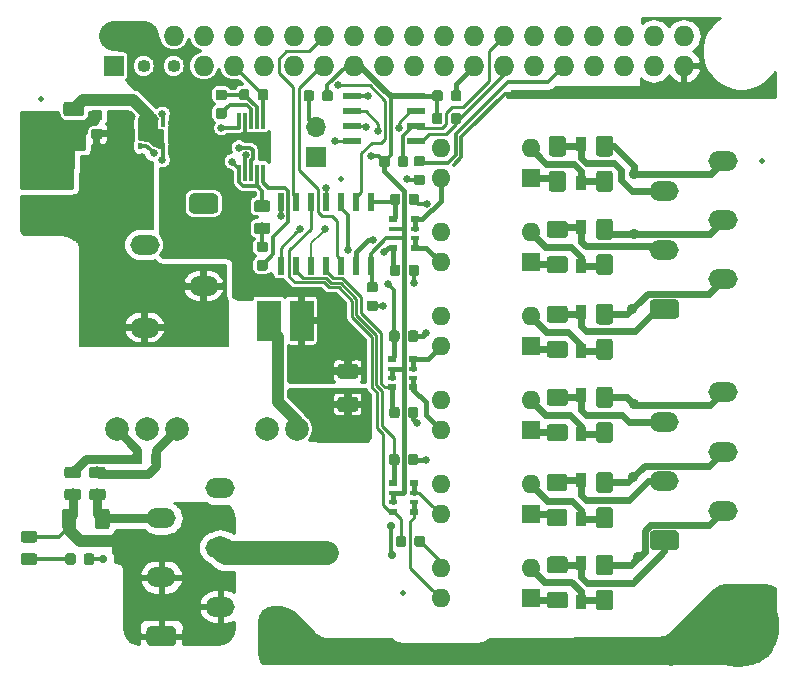
<source format=gbr>
G04 #@! TF.GenerationSoftware,KiCad,Pcbnew,(5.1.4)-1*
G04 #@! TF.CreationDate,2020-04-28T19:45:40+02:00*
G04 #@! TF.ProjectId,debounce_shield,6465626f-756e-4636-955f-736869656c64,rev?*
G04 #@! TF.SameCoordinates,Original*
G04 #@! TF.FileFunction,Copper,L1,Top*
G04 #@! TF.FilePolarity,Positive*
%FSLAX46Y46*%
G04 Gerber Fmt 4.6, Leading zero omitted, Abs format (unit mm)*
G04 Created by KiCad (PCBNEW (5.1.4)-1) date 2020-04-28 19:45:40*
%MOMM*%
%LPD*%
G04 APERTURE LIST*
%ADD10C,0.800000*%
%ADD11C,7.000000*%
%ADD12R,1.550000X0.600000*%
%ADD13C,0.500000*%
%ADD14C,0.100000*%
%ADD15C,1.425000*%
%ADD16C,0.975000*%
%ADD17C,0.875000*%
%ADD18O,1.700000X1.700000*%
%ADD19R,1.700000X1.700000*%
%ADD20R,2.000000X3.500000*%
%ADD21R,0.900000X1.200000*%
%ADD22O,1.600000X1.600000*%
%ADD23R,1.600000X1.600000*%
%ADD24C,1.700000*%
%ADD25O,2.500000X1.700000*%
%ADD26C,2.000000*%
%ADD27R,0.600000X1.500000*%
%ADD28C,1.250000*%
%ADD29R,2.300000X2.500000*%
%ADD30R,0.800000X0.500000*%
%ADD31R,0.800000X0.400000*%
%ADD32C,2.500000*%
%ADD33O,3.000000X2.000000*%
%ADD34R,0.300000X1.400000*%
%ADD35R,1.050000X1.600000*%
%ADD36R,0.285000X0.920000*%
%ADD37R,0.400000X0.350000*%
%ADD38R,0.400000X0.500000*%
%ADD39C,1.800000*%
%ADD40R,1.727200X1.727200*%
%ADD41O,1.727200X1.727200*%
%ADD42O,1.100000X1.100000*%
%ADD43C,0.650000*%
%ADD44C,0.700000*%
%ADD45C,0.900000*%
%ADD46C,0.250000*%
%ADD47C,0.300000*%
%ADD48C,0.500000*%
%ADD49C,0.400000*%
%ADD50C,1.000000*%
%ADD51C,2.540000*%
%ADD52C,0.600000*%
%ADD53C,0.200000*%
%ADD54C,2.000000*%
%ADD55C,0.750000*%
%ADD56C,0.254000*%
G04 APERTURE END LIST*
D10*
X160580755Y-122946745D03*
X158724600Y-122177900D03*
X156868445Y-122946745D03*
X156099600Y-124802900D03*
X156868445Y-126659055D03*
X158724600Y-127427900D03*
X160580755Y-126659055D03*
X161349600Y-124802900D03*
D11*
X158724600Y-124802900D03*
D12*
X126052600Y-79933800D03*
X126052600Y-81203800D03*
X126052600Y-82473800D03*
X126052600Y-83743800D03*
X131452600Y-83743800D03*
X131452600Y-82473800D03*
X131452600Y-81203800D03*
X131452600Y-79933800D03*
D13*
X160800000Y-85400000D03*
X130400000Y-122000000D03*
X125100000Y-86900000D03*
D14*
G36*
X144086504Y-121862204D02*
G01*
X144110773Y-121865804D01*
X144134571Y-121871765D01*
X144157671Y-121880030D01*
X144179849Y-121890520D01*
X144200893Y-121903133D01*
X144220598Y-121917747D01*
X144238777Y-121934223D01*
X144255253Y-121952402D01*
X144269867Y-121972107D01*
X144282480Y-121993151D01*
X144292970Y-122015329D01*
X144301235Y-122038429D01*
X144307196Y-122062227D01*
X144310796Y-122086496D01*
X144312000Y-122111000D01*
X144312000Y-123036000D01*
X144310796Y-123060504D01*
X144307196Y-123084773D01*
X144301235Y-123108571D01*
X144292970Y-123131671D01*
X144282480Y-123153849D01*
X144269867Y-123174893D01*
X144255253Y-123194598D01*
X144238777Y-123212777D01*
X144220598Y-123229253D01*
X144200893Y-123243867D01*
X144179849Y-123256480D01*
X144157671Y-123266970D01*
X144134571Y-123275235D01*
X144110773Y-123281196D01*
X144086504Y-123284796D01*
X144062000Y-123286000D01*
X142812000Y-123286000D01*
X142787496Y-123284796D01*
X142763227Y-123281196D01*
X142739429Y-123275235D01*
X142716329Y-123266970D01*
X142694151Y-123256480D01*
X142673107Y-123243867D01*
X142653402Y-123229253D01*
X142635223Y-123212777D01*
X142618747Y-123194598D01*
X142604133Y-123174893D01*
X142591520Y-123153849D01*
X142581030Y-123131671D01*
X142572765Y-123108571D01*
X142566804Y-123084773D01*
X142563204Y-123060504D01*
X142562000Y-123036000D01*
X142562000Y-122111000D01*
X142563204Y-122086496D01*
X142566804Y-122062227D01*
X142572765Y-122038429D01*
X142581030Y-122015329D01*
X142591520Y-121993151D01*
X142604133Y-121972107D01*
X142618747Y-121952402D01*
X142635223Y-121934223D01*
X142653402Y-121917747D01*
X142673107Y-121903133D01*
X142694151Y-121890520D01*
X142716329Y-121880030D01*
X142739429Y-121871765D01*
X142763227Y-121865804D01*
X142787496Y-121862204D01*
X142812000Y-121861000D01*
X144062000Y-121861000D01*
X144086504Y-121862204D01*
X144086504Y-121862204D01*
G37*
D15*
X143437000Y-122573500D03*
D14*
G36*
X144086504Y-118887204D02*
G01*
X144110773Y-118890804D01*
X144134571Y-118896765D01*
X144157671Y-118905030D01*
X144179849Y-118915520D01*
X144200893Y-118928133D01*
X144220598Y-118942747D01*
X144238777Y-118959223D01*
X144255253Y-118977402D01*
X144269867Y-118997107D01*
X144282480Y-119018151D01*
X144292970Y-119040329D01*
X144301235Y-119063429D01*
X144307196Y-119087227D01*
X144310796Y-119111496D01*
X144312000Y-119136000D01*
X144312000Y-120061000D01*
X144310796Y-120085504D01*
X144307196Y-120109773D01*
X144301235Y-120133571D01*
X144292970Y-120156671D01*
X144282480Y-120178849D01*
X144269867Y-120199893D01*
X144255253Y-120219598D01*
X144238777Y-120237777D01*
X144220598Y-120254253D01*
X144200893Y-120268867D01*
X144179849Y-120281480D01*
X144157671Y-120291970D01*
X144134571Y-120300235D01*
X144110773Y-120306196D01*
X144086504Y-120309796D01*
X144062000Y-120311000D01*
X142812000Y-120311000D01*
X142787496Y-120309796D01*
X142763227Y-120306196D01*
X142739429Y-120300235D01*
X142716329Y-120291970D01*
X142694151Y-120281480D01*
X142673107Y-120268867D01*
X142653402Y-120254253D01*
X142635223Y-120237777D01*
X142618747Y-120219598D01*
X142604133Y-120199893D01*
X142591520Y-120178849D01*
X142581030Y-120156671D01*
X142572765Y-120133571D01*
X142566804Y-120109773D01*
X142563204Y-120085504D01*
X142562000Y-120061000D01*
X142562000Y-119136000D01*
X142563204Y-119111496D01*
X142566804Y-119087227D01*
X142572765Y-119063429D01*
X142581030Y-119040329D01*
X142591520Y-119018151D01*
X142604133Y-118997107D01*
X142618747Y-118977402D01*
X142635223Y-118959223D01*
X142653402Y-118942747D01*
X142673107Y-118928133D01*
X142694151Y-118915520D01*
X142716329Y-118905030D01*
X142739429Y-118896765D01*
X142763227Y-118890804D01*
X142787496Y-118887204D01*
X142812000Y-118886000D01*
X144062000Y-118886000D01*
X144086504Y-118887204D01*
X144086504Y-118887204D01*
G37*
D15*
X143437000Y-119598500D03*
D14*
G36*
X144049504Y-111901204D02*
G01*
X144073773Y-111904804D01*
X144097571Y-111910765D01*
X144120671Y-111919030D01*
X144142849Y-111929520D01*
X144163893Y-111942133D01*
X144183598Y-111956747D01*
X144201777Y-111973223D01*
X144218253Y-111991402D01*
X144232867Y-112011107D01*
X144245480Y-112032151D01*
X144255970Y-112054329D01*
X144264235Y-112077429D01*
X144270196Y-112101227D01*
X144273796Y-112125496D01*
X144275000Y-112150000D01*
X144275000Y-113075000D01*
X144273796Y-113099504D01*
X144270196Y-113123773D01*
X144264235Y-113147571D01*
X144255970Y-113170671D01*
X144245480Y-113192849D01*
X144232867Y-113213893D01*
X144218253Y-113233598D01*
X144201777Y-113251777D01*
X144183598Y-113268253D01*
X144163893Y-113282867D01*
X144142849Y-113295480D01*
X144120671Y-113305970D01*
X144097571Y-113314235D01*
X144073773Y-113320196D01*
X144049504Y-113323796D01*
X144025000Y-113325000D01*
X142775000Y-113325000D01*
X142750496Y-113323796D01*
X142726227Y-113320196D01*
X142702429Y-113314235D01*
X142679329Y-113305970D01*
X142657151Y-113295480D01*
X142636107Y-113282867D01*
X142616402Y-113268253D01*
X142598223Y-113251777D01*
X142581747Y-113233598D01*
X142567133Y-113213893D01*
X142554520Y-113192849D01*
X142544030Y-113170671D01*
X142535765Y-113147571D01*
X142529804Y-113123773D01*
X142526204Y-113099504D01*
X142525000Y-113075000D01*
X142525000Y-112150000D01*
X142526204Y-112125496D01*
X142529804Y-112101227D01*
X142535765Y-112077429D01*
X142544030Y-112054329D01*
X142554520Y-112032151D01*
X142567133Y-112011107D01*
X142581747Y-111991402D01*
X142598223Y-111973223D01*
X142616402Y-111956747D01*
X142636107Y-111942133D01*
X142657151Y-111929520D01*
X142679329Y-111919030D01*
X142702429Y-111910765D01*
X142726227Y-111904804D01*
X142750496Y-111901204D01*
X142775000Y-111900000D01*
X144025000Y-111900000D01*
X144049504Y-111901204D01*
X144049504Y-111901204D01*
G37*
D15*
X143400000Y-112612500D03*
D14*
G36*
X144049504Y-114876204D02*
G01*
X144073773Y-114879804D01*
X144097571Y-114885765D01*
X144120671Y-114894030D01*
X144142849Y-114904520D01*
X144163893Y-114917133D01*
X144183598Y-114931747D01*
X144201777Y-114948223D01*
X144218253Y-114966402D01*
X144232867Y-114986107D01*
X144245480Y-115007151D01*
X144255970Y-115029329D01*
X144264235Y-115052429D01*
X144270196Y-115076227D01*
X144273796Y-115100496D01*
X144275000Y-115125000D01*
X144275000Y-116050000D01*
X144273796Y-116074504D01*
X144270196Y-116098773D01*
X144264235Y-116122571D01*
X144255970Y-116145671D01*
X144245480Y-116167849D01*
X144232867Y-116188893D01*
X144218253Y-116208598D01*
X144201777Y-116226777D01*
X144183598Y-116243253D01*
X144163893Y-116257867D01*
X144142849Y-116270480D01*
X144120671Y-116280970D01*
X144097571Y-116289235D01*
X144073773Y-116295196D01*
X144049504Y-116298796D01*
X144025000Y-116300000D01*
X142775000Y-116300000D01*
X142750496Y-116298796D01*
X142726227Y-116295196D01*
X142702429Y-116289235D01*
X142679329Y-116280970D01*
X142657151Y-116270480D01*
X142636107Y-116257867D01*
X142616402Y-116243253D01*
X142598223Y-116226777D01*
X142581747Y-116208598D01*
X142567133Y-116188893D01*
X142554520Y-116167849D01*
X142544030Y-116145671D01*
X142535765Y-116122571D01*
X142529804Y-116098773D01*
X142526204Y-116074504D01*
X142525000Y-116050000D01*
X142525000Y-115125000D01*
X142526204Y-115100496D01*
X142529804Y-115076227D01*
X142535765Y-115052429D01*
X142544030Y-115029329D01*
X142554520Y-115007151D01*
X142567133Y-114986107D01*
X142581747Y-114966402D01*
X142598223Y-114948223D01*
X142616402Y-114931747D01*
X142636107Y-114917133D01*
X142657151Y-114904520D01*
X142679329Y-114894030D01*
X142702429Y-114885765D01*
X142726227Y-114879804D01*
X142750496Y-114876204D01*
X142775000Y-114875000D01*
X144025000Y-114875000D01*
X144049504Y-114876204D01*
X144049504Y-114876204D01*
G37*
D15*
X143400000Y-115587500D03*
D14*
G36*
X144086504Y-107673704D02*
G01*
X144110773Y-107677304D01*
X144134571Y-107683265D01*
X144157671Y-107691530D01*
X144179849Y-107702020D01*
X144200893Y-107714633D01*
X144220598Y-107729247D01*
X144238777Y-107745723D01*
X144255253Y-107763902D01*
X144269867Y-107783607D01*
X144282480Y-107804651D01*
X144292970Y-107826829D01*
X144301235Y-107849929D01*
X144307196Y-107873727D01*
X144310796Y-107897996D01*
X144312000Y-107922500D01*
X144312000Y-108847500D01*
X144310796Y-108872004D01*
X144307196Y-108896273D01*
X144301235Y-108920071D01*
X144292970Y-108943171D01*
X144282480Y-108965349D01*
X144269867Y-108986393D01*
X144255253Y-109006098D01*
X144238777Y-109024277D01*
X144220598Y-109040753D01*
X144200893Y-109055367D01*
X144179849Y-109067980D01*
X144157671Y-109078470D01*
X144134571Y-109086735D01*
X144110773Y-109092696D01*
X144086504Y-109096296D01*
X144062000Y-109097500D01*
X142812000Y-109097500D01*
X142787496Y-109096296D01*
X142763227Y-109092696D01*
X142739429Y-109086735D01*
X142716329Y-109078470D01*
X142694151Y-109067980D01*
X142673107Y-109055367D01*
X142653402Y-109040753D01*
X142635223Y-109024277D01*
X142618747Y-109006098D01*
X142604133Y-108986393D01*
X142591520Y-108965349D01*
X142581030Y-108943171D01*
X142572765Y-108920071D01*
X142566804Y-108896273D01*
X142563204Y-108872004D01*
X142562000Y-108847500D01*
X142562000Y-107922500D01*
X142563204Y-107897996D01*
X142566804Y-107873727D01*
X142572765Y-107849929D01*
X142581030Y-107826829D01*
X142591520Y-107804651D01*
X142604133Y-107783607D01*
X142618747Y-107763902D01*
X142635223Y-107745723D01*
X142653402Y-107729247D01*
X142673107Y-107714633D01*
X142694151Y-107702020D01*
X142716329Y-107691530D01*
X142739429Y-107683265D01*
X142763227Y-107677304D01*
X142787496Y-107673704D01*
X142812000Y-107672500D01*
X144062000Y-107672500D01*
X144086504Y-107673704D01*
X144086504Y-107673704D01*
G37*
D15*
X143437000Y-108385000D03*
D14*
G36*
X144086504Y-104698704D02*
G01*
X144110773Y-104702304D01*
X144134571Y-104708265D01*
X144157671Y-104716530D01*
X144179849Y-104727020D01*
X144200893Y-104739633D01*
X144220598Y-104754247D01*
X144238777Y-104770723D01*
X144255253Y-104788902D01*
X144269867Y-104808607D01*
X144282480Y-104829651D01*
X144292970Y-104851829D01*
X144301235Y-104874929D01*
X144307196Y-104898727D01*
X144310796Y-104922996D01*
X144312000Y-104947500D01*
X144312000Y-105872500D01*
X144310796Y-105897004D01*
X144307196Y-105921273D01*
X144301235Y-105945071D01*
X144292970Y-105968171D01*
X144282480Y-105990349D01*
X144269867Y-106011393D01*
X144255253Y-106031098D01*
X144238777Y-106049277D01*
X144220598Y-106065753D01*
X144200893Y-106080367D01*
X144179849Y-106092980D01*
X144157671Y-106103470D01*
X144134571Y-106111735D01*
X144110773Y-106117696D01*
X144086504Y-106121296D01*
X144062000Y-106122500D01*
X142812000Y-106122500D01*
X142787496Y-106121296D01*
X142763227Y-106117696D01*
X142739429Y-106111735D01*
X142716329Y-106103470D01*
X142694151Y-106092980D01*
X142673107Y-106080367D01*
X142653402Y-106065753D01*
X142635223Y-106049277D01*
X142618747Y-106031098D01*
X142604133Y-106011393D01*
X142591520Y-105990349D01*
X142581030Y-105968171D01*
X142572765Y-105945071D01*
X142566804Y-105921273D01*
X142563204Y-105897004D01*
X142562000Y-105872500D01*
X142562000Y-104947500D01*
X142563204Y-104922996D01*
X142566804Y-104898727D01*
X142572765Y-104874929D01*
X142581030Y-104851829D01*
X142591520Y-104829651D01*
X142604133Y-104808607D01*
X142618747Y-104788902D01*
X142635223Y-104770723D01*
X142653402Y-104754247D01*
X142673107Y-104739633D01*
X142694151Y-104727020D01*
X142716329Y-104716530D01*
X142739429Y-104708265D01*
X142763227Y-104702304D01*
X142787496Y-104698704D01*
X142812000Y-104697500D01*
X144062000Y-104697500D01*
X144086504Y-104698704D01*
X144086504Y-104698704D01*
G37*
D15*
X143437000Y-105410000D03*
D14*
G36*
X144086504Y-97659704D02*
G01*
X144110773Y-97663304D01*
X144134571Y-97669265D01*
X144157671Y-97677530D01*
X144179849Y-97688020D01*
X144200893Y-97700633D01*
X144220598Y-97715247D01*
X144238777Y-97731723D01*
X144255253Y-97749902D01*
X144269867Y-97769607D01*
X144282480Y-97790651D01*
X144292970Y-97812829D01*
X144301235Y-97835929D01*
X144307196Y-97859727D01*
X144310796Y-97883996D01*
X144312000Y-97908500D01*
X144312000Y-98833500D01*
X144310796Y-98858004D01*
X144307196Y-98882273D01*
X144301235Y-98906071D01*
X144292970Y-98929171D01*
X144282480Y-98951349D01*
X144269867Y-98972393D01*
X144255253Y-98992098D01*
X144238777Y-99010277D01*
X144220598Y-99026753D01*
X144200893Y-99041367D01*
X144179849Y-99053980D01*
X144157671Y-99064470D01*
X144134571Y-99072735D01*
X144110773Y-99078696D01*
X144086504Y-99082296D01*
X144062000Y-99083500D01*
X142812000Y-99083500D01*
X142787496Y-99082296D01*
X142763227Y-99078696D01*
X142739429Y-99072735D01*
X142716329Y-99064470D01*
X142694151Y-99053980D01*
X142673107Y-99041367D01*
X142653402Y-99026753D01*
X142635223Y-99010277D01*
X142618747Y-98992098D01*
X142604133Y-98972393D01*
X142591520Y-98951349D01*
X142581030Y-98929171D01*
X142572765Y-98906071D01*
X142566804Y-98882273D01*
X142563204Y-98858004D01*
X142562000Y-98833500D01*
X142562000Y-97908500D01*
X142563204Y-97883996D01*
X142566804Y-97859727D01*
X142572765Y-97835929D01*
X142581030Y-97812829D01*
X142591520Y-97790651D01*
X142604133Y-97769607D01*
X142618747Y-97749902D01*
X142635223Y-97731723D01*
X142653402Y-97715247D01*
X142673107Y-97700633D01*
X142694151Y-97688020D01*
X142716329Y-97677530D01*
X142739429Y-97669265D01*
X142763227Y-97663304D01*
X142787496Y-97659704D01*
X142812000Y-97658500D01*
X144062000Y-97658500D01*
X144086504Y-97659704D01*
X144086504Y-97659704D01*
G37*
D15*
X143437000Y-98371000D03*
D14*
G36*
X144086504Y-100634704D02*
G01*
X144110773Y-100638304D01*
X144134571Y-100644265D01*
X144157671Y-100652530D01*
X144179849Y-100663020D01*
X144200893Y-100675633D01*
X144220598Y-100690247D01*
X144238777Y-100706723D01*
X144255253Y-100724902D01*
X144269867Y-100744607D01*
X144282480Y-100765651D01*
X144292970Y-100787829D01*
X144301235Y-100810929D01*
X144307196Y-100834727D01*
X144310796Y-100858996D01*
X144312000Y-100883500D01*
X144312000Y-101808500D01*
X144310796Y-101833004D01*
X144307196Y-101857273D01*
X144301235Y-101881071D01*
X144292970Y-101904171D01*
X144282480Y-101926349D01*
X144269867Y-101947393D01*
X144255253Y-101967098D01*
X144238777Y-101985277D01*
X144220598Y-102001753D01*
X144200893Y-102016367D01*
X144179849Y-102028980D01*
X144157671Y-102039470D01*
X144134571Y-102047735D01*
X144110773Y-102053696D01*
X144086504Y-102057296D01*
X144062000Y-102058500D01*
X142812000Y-102058500D01*
X142787496Y-102057296D01*
X142763227Y-102053696D01*
X142739429Y-102047735D01*
X142716329Y-102039470D01*
X142694151Y-102028980D01*
X142673107Y-102016367D01*
X142653402Y-102001753D01*
X142635223Y-101985277D01*
X142618747Y-101967098D01*
X142604133Y-101947393D01*
X142591520Y-101926349D01*
X142581030Y-101904171D01*
X142572765Y-101881071D01*
X142566804Y-101857273D01*
X142563204Y-101833004D01*
X142562000Y-101808500D01*
X142562000Y-100883500D01*
X142563204Y-100858996D01*
X142566804Y-100834727D01*
X142572765Y-100810929D01*
X142581030Y-100787829D01*
X142591520Y-100765651D01*
X142604133Y-100744607D01*
X142618747Y-100724902D01*
X142635223Y-100706723D01*
X142653402Y-100690247D01*
X142673107Y-100675633D01*
X142694151Y-100663020D01*
X142716329Y-100652530D01*
X142739429Y-100644265D01*
X142763227Y-100638304D01*
X142787496Y-100634704D01*
X142812000Y-100633500D01*
X144062000Y-100633500D01*
X144086504Y-100634704D01*
X144086504Y-100634704D01*
G37*
D15*
X143437000Y-101346000D03*
D14*
G36*
X144086504Y-93449704D02*
G01*
X144110773Y-93453304D01*
X144134571Y-93459265D01*
X144157671Y-93467530D01*
X144179849Y-93478020D01*
X144200893Y-93490633D01*
X144220598Y-93505247D01*
X144238777Y-93521723D01*
X144255253Y-93539902D01*
X144269867Y-93559607D01*
X144282480Y-93580651D01*
X144292970Y-93602829D01*
X144301235Y-93625929D01*
X144307196Y-93649727D01*
X144310796Y-93673996D01*
X144312000Y-93698500D01*
X144312000Y-94623500D01*
X144310796Y-94648004D01*
X144307196Y-94672273D01*
X144301235Y-94696071D01*
X144292970Y-94719171D01*
X144282480Y-94741349D01*
X144269867Y-94762393D01*
X144255253Y-94782098D01*
X144238777Y-94800277D01*
X144220598Y-94816753D01*
X144200893Y-94831367D01*
X144179849Y-94843980D01*
X144157671Y-94854470D01*
X144134571Y-94862735D01*
X144110773Y-94868696D01*
X144086504Y-94872296D01*
X144062000Y-94873500D01*
X142812000Y-94873500D01*
X142787496Y-94872296D01*
X142763227Y-94868696D01*
X142739429Y-94862735D01*
X142716329Y-94854470D01*
X142694151Y-94843980D01*
X142673107Y-94831367D01*
X142653402Y-94816753D01*
X142635223Y-94800277D01*
X142618747Y-94782098D01*
X142604133Y-94762393D01*
X142591520Y-94741349D01*
X142581030Y-94719171D01*
X142572765Y-94696071D01*
X142566804Y-94672273D01*
X142563204Y-94648004D01*
X142562000Y-94623500D01*
X142562000Y-93698500D01*
X142563204Y-93673996D01*
X142566804Y-93649727D01*
X142572765Y-93625929D01*
X142581030Y-93602829D01*
X142591520Y-93580651D01*
X142604133Y-93559607D01*
X142618747Y-93539902D01*
X142635223Y-93521723D01*
X142653402Y-93505247D01*
X142673107Y-93490633D01*
X142694151Y-93478020D01*
X142716329Y-93467530D01*
X142739429Y-93459265D01*
X142763227Y-93453304D01*
X142787496Y-93449704D01*
X142812000Y-93448500D01*
X144062000Y-93448500D01*
X144086504Y-93449704D01*
X144086504Y-93449704D01*
G37*
D15*
X143437000Y-94161000D03*
D14*
G36*
X144086504Y-90474704D02*
G01*
X144110773Y-90478304D01*
X144134571Y-90484265D01*
X144157671Y-90492530D01*
X144179849Y-90503020D01*
X144200893Y-90515633D01*
X144220598Y-90530247D01*
X144238777Y-90546723D01*
X144255253Y-90564902D01*
X144269867Y-90584607D01*
X144282480Y-90605651D01*
X144292970Y-90627829D01*
X144301235Y-90650929D01*
X144307196Y-90674727D01*
X144310796Y-90698996D01*
X144312000Y-90723500D01*
X144312000Y-91648500D01*
X144310796Y-91673004D01*
X144307196Y-91697273D01*
X144301235Y-91721071D01*
X144292970Y-91744171D01*
X144282480Y-91766349D01*
X144269867Y-91787393D01*
X144255253Y-91807098D01*
X144238777Y-91825277D01*
X144220598Y-91841753D01*
X144200893Y-91856367D01*
X144179849Y-91868980D01*
X144157671Y-91879470D01*
X144134571Y-91887735D01*
X144110773Y-91893696D01*
X144086504Y-91897296D01*
X144062000Y-91898500D01*
X142812000Y-91898500D01*
X142787496Y-91897296D01*
X142763227Y-91893696D01*
X142739429Y-91887735D01*
X142716329Y-91879470D01*
X142694151Y-91868980D01*
X142673107Y-91856367D01*
X142653402Y-91841753D01*
X142635223Y-91825277D01*
X142618747Y-91807098D01*
X142604133Y-91787393D01*
X142591520Y-91766349D01*
X142581030Y-91744171D01*
X142572765Y-91721071D01*
X142566804Y-91697273D01*
X142563204Y-91673004D01*
X142562000Y-91648500D01*
X142562000Y-90723500D01*
X142563204Y-90698996D01*
X142566804Y-90674727D01*
X142572765Y-90650929D01*
X142581030Y-90627829D01*
X142591520Y-90605651D01*
X142604133Y-90584607D01*
X142618747Y-90564902D01*
X142635223Y-90546723D01*
X142653402Y-90530247D01*
X142673107Y-90515633D01*
X142694151Y-90503020D01*
X142716329Y-90492530D01*
X142739429Y-90484265D01*
X142763227Y-90478304D01*
X142787496Y-90474704D01*
X142812000Y-90473500D01*
X144062000Y-90473500D01*
X144086504Y-90474704D01*
X144086504Y-90474704D01*
G37*
D15*
X143437000Y-91186000D03*
D14*
G36*
X143924004Y-83273204D02*
G01*
X143948273Y-83276804D01*
X143972071Y-83282765D01*
X143995171Y-83291030D01*
X144017349Y-83301520D01*
X144038393Y-83314133D01*
X144058098Y-83328747D01*
X144076277Y-83345223D01*
X144092753Y-83363402D01*
X144107367Y-83383107D01*
X144119980Y-83404151D01*
X144130470Y-83426329D01*
X144138735Y-83449429D01*
X144144696Y-83473227D01*
X144148296Y-83497496D01*
X144149500Y-83522000D01*
X144149500Y-84772000D01*
X144148296Y-84796504D01*
X144144696Y-84820773D01*
X144138735Y-84844571D01*
X144130470Y-84867671D01*
X144119980Y-84889849D01*
X144107367Y-84910893D01*
X144092753Y-84930598D01*
X144076277Y-84948777D01*
X144058098Y-84965253D01*
X144038393Y-84979867D01*
X144017349Y-84992480D01*
X143995171Y-85002970D01*
X143972071Y-85011235D01*
X143948273Y-85017196D01*
X143924004Y-85020796D01*
X143899500Y-85022000D01*
X142974500Y-85022000D01*
X142949996Y-85020796D01*
X142925727Y-85017196D01*
X142901929Y-85011235D01*
X142878829Y-85002970D01*
X142856651Y-84992480D01*
X142835607Y-84979867D01*
X142815902Y-84965253D01*
X142797723Y-84948777D01*
X142781247Y-84930598D01*
X142766633Y-84910893D01*
X142754020Y-84889849D01*
X142743530Y-84867671D01*
X142735265Y-84844571D01*
X142729304Y-84820773D01*
X142725704Y-84796504D01*
X142724500Y-84772000D01*
X142724500Y-83522000D01*
X142725704Y-83497496D01*
X142729304Y-83473227D01*
X142735265Y-83449429D01*
X142743530Y-83426329D01*
X142754020Y-83404151D01*
X142766633Y-83383107D01*
X142781247Y-83363402D01*
X142797723Y-83345223D01*
X142815902Y-83328747D01*
X142835607Y-83314133D01*
X142856651Y-83301520D01*
X142878829Y-83291030D01*
X142901929Y-83282765D01*
X142925727Y-83276804D01*
X142949996Y-83273204D01*
X142974500Y-83272000D01*
X143899500Y-83272000D01*
X143924004Y-83273204D01*
X143924004Y-83273204D01*
G37*
D15*
X143437000Y-84147000D03*
D14*
G36*
X143924004Y-86248204D02*
G01*
X143948273Y-86251804D01*
X143972071Y-86257765D01*
X143995171Y-86266030D01*
X144017349Y-86276520D01*
X144038393Y-86289133D01*
X144058098Y-86303747D01*
X144076277Y-86320223D01*
X144092753Y-86338402D01*
X144107367Y-86358107D01*
X144119980Y-86379151D01*
X144130470Y-86401329D01*
X144138735Y-86424429D01*
X144144696Y-86448227D01*
X144148296Y-86472496D01*
X144149500Y-86497000D01*
X144149500Y-87747000D01*
X144148296Y-87771504D01*
X144144696Y-87795773D01*
X144138735Y-87819571D01*
X144130470Y-87842671D01*
X144119980Y-87864849D01*
X144107367Y-87885893D01*
X144092753Y-87905598D01*
X144076277Y-87923777D01*
X144058098Y-87940253D01*
X144038393Y-87954867D01*
X144017349Y-87967480D01*
X143995171Y-87977970D01*
X143972071Y-87986235D01*
X143948273Y-87992196D01*
X143924004Y-87995796D01*
X143899500Y-87997000D01*
X142974500Y-87997000D01*
X142949996Y-87995796D01*
X142925727Y-87992196D01*
X142901929Y-87986235D01*
X142878829Y-87977970D01*
X142856651Y-87967480D01*
X142835607Y-87954867D01*
X142815902Y-87940253D01*
X142797723Y-87923777D01*
X142781247Y-87905598D01*
X142766633Y-87885893D01*
X142754020Y-87864849D01*
X142743530Y-87842671D01*
X142735265Y-87819571D01*
X142729304Y-87795773D01*
X142725704Y-87771504D01*
X142724500Y-87747000D01*
X142724500Y-86497000D01*
X142725704Y-86472496D01*
X142729304Y-86448227D01*
X142735265Y-86424429D01*
X142743530Y-86401329D01*
X142754020Y-86379151D01*
X142766633Y-86358107D01*
X142781247Y-86338402D01*
X142797723Y-86320223D01*
X142815902Y-86303747D01*
X142835607Y-86289133D01*
X142856651Y-86276520D01*
X142878829Y-86266030D01*
X142901929Y-86257765D01*
X142925727Y-86251804D01*
X142949996Y-86248204D01*
X142974500Y-86247000D01*
X143899500Y-86247000D01*
X143924004Y-86248204D01*
X143924004Y-86248204D01*
G37*
D15*
X143437000Y-87122000D03*
D14*
G36*
X99180142Y-116738674D02*
G01*
X99203803Y-116742184D01*
X99227007Y-116747996D01*
X99249529Y-116756054D01*
X99271153Y-116766282D01*
X99291670Y-116778579D01*
X99310883Y-116792829D01*
X99328607Y-116808893D01*
X99344671Y-116826617D01*
X99358921Y-116845830D01*
X99371218Y-116866347D01*
X99381446Y-116887971D01*
X99389504Y-116910493D01*
X99395316Y-116933697D01*
X99398826Y-116957358D01*
X99400000Y-116981250D01*
X99400000Y-117468750D01*
X99398826Y-117492642D01*
X99395316Y-117516303D01*
X99389504Y-117539507D01*
X99381446Y-117562029D01*
X99371218Y-117583653D01*
X99358921Y-117604170D01*
X99344671Y-117623383D01*
X99328607Y-117641107D01*
X99310883Y-117657171D01*
X99291670Y-117671421D01*
X99271153Y-117683718D01*
X99249529Y-117693946D01*
X99227007Y-117702004D01*
X99203803Y-117707816D01*
X99180142Y-117711326D01*
X99156250Y-117712500D01*
X98243750Y-117712500D01*
X98219858Y-117711326D01*
X98196197Y-117707816D01*
X98172993Y-117702004D01*
X98150471Y-117693946D01*
X98128847Y-117683718D01*
X98108330Y-117671421D01*
X98089117Y-117657171D01*
X98071393Y-117641107D01*
X98055329Y-117623383D01*
X98041079Y-117604170D01*
X98028782Y-117583653D01*
X98018554Y-117562029D01*
X98010496Y-117539507D01*
X98004684Y-117516303D01*
X98001174Y-117492642D01*
X98000000Y-117468750D01*
X98000000Y-116981250D01*
X98001174Y-116957358D01*
X98004684Y-116933697D01*
X98010496Y-116910493D01*
X98018554Y-116887971D01*
X98028782Y-116866347D01*
X98041079Y-116845830D01*
X98055329Y-116826617D01*
X98071393Y-116808893D01*
X98089117Y-116792829D01*
X98108330Y-116778579D01*
X98128847Y-116766282D01*
X98150471Y-116756054D01*
X98172993Y-116747996D01*
X98196197Y-116742184D01*
X98219858Y-116738674D01*
X98243750Y-116737500D01*
X99156250Y-116737500D01*
X99180142Y-116738674D01*
X99180142Y-116738674D01*
G37*
D16*
X98700000Y-117225000D03*
D14*
G36*
X99180142Y-118613674D02*
G01*
X99203803Y-118617184D01*
X99227007Y-118622996D01*
X99249529Y-118631054D01*
X99271153Y-118641282D01*
X99291670Y-118653579D01*
X99310883Y-118667829D01*
X99328607Y-118683893D01*
X99344671Y-118701617D01*
X99358921Y-118720830D01*
X99371218Y-118741347D01*
X99381446Y-118762971D01*
X99389504Y-118785493D01*
X99395316Y-118808697D01*
X99398826Y-118832358D01*
X99400000Y-118856250D01*
X99400000Y-119343750D01*
X99398826Y-119367642D01*
X99395316Y-119391303D01*
X99389504Y-119414507D01*
X99381446Y-119437029D01*
X99371218Y-119458653D01*
X99358921Y-119479170D01*
X99344671Y-119498383D01*
X99328607Y-119516107D01*
X99310883Y-119532171D01*
X99291670Y-119546421D01*
X99271153Y-119558718D01*
X99249529Y-119568946D01*
X99227007Y-119577004D01*
X99203803Y-119582816D01*
X99180142Y-119586326D01*
X99156250Y-119587500D01*
X98243750Y-119587500D01*
X98219858Y-119586326D01*
X98196197Y-119582816D01*
X98172993Y-119577004D01*
X98150471Y-119568946D01*
X98128847Y-119558718D01*
X98108330Y-119546421D01*
X98089117Y-119532171D01*
X98071393Y-119516107D01*
X98055329Y-119498383D01*
X98041079Y-119479170D01*
X98028782Y-119458653D01*
X98018554Y-119437029D01*
X98010496Y-119414507D01*
X98004684Y-119391303D01*
X98001174Y-119367642D01*
X98000000Y-119343750D01*
X98000000Y-118856250D01*
X98001174Y-118832358D01*
X98004684Y-118808697D01*
X98010496Y-118785493D01*
X98018554Y-118762971D01*
X98028782Y-118741347D01*
X98041079Y-118720830D01*
X98055329Y-118701617D01*
X98071393Y-118683893D01*
X98089117Y-118667829D01*
X98108330Y-118653579D01*
X98128847Y-118641282D01*
X98150471Y-118631054D01*
X98172993Y-118622996D01*
X98196197Y-118617184D01*
X98219858Y-118613674D01*
X98243750Y-118612500D01*
X99156250Y-118612500D01*
X99180142Y-118613674D01*
X99180142Y-118613674D01*
G37*
D16*
X98700000Y-119100000D03*
D14*
G36*
X129957891Y-88172053D02*
G01*
X129979126Y-88175203D01*
X129999950Y-88180419D01*
X130020162Y-88187651D01*
X130039568Y-88196830D01*
X130057981Y-88207866D01*
X130075224Y-88220654D01*
X130091130Y-88235070D01*
X130105546Y-88250976D01*
X130118334Y-88268219D01*
X130129370Y-88286632D01*
X130138549Y-88306038D01*
X130145781Y-88326250D01*
X130150997Y-88347074D01*
X130154147Y-88368309D01*
X130155200Y-88389750D01*
X130155200Y-88902250D01*
X130154147Y-88923691D01*
X130150997Y-88944926D01*
X130145781Y-88965750D01*
X130138549Y-88985962D01*
X130129370Y-89005368D01*
X130118334Y-89023781D01*
X130105546Y-89041024D01*
X130091130Y-89056930D01*
X130075224Y-89071346D01*
X130057981Y-89084134D01*
X130039568Y-89095170D01*
X130020162Y-89104349D01*
X129999950Y-89111581D01*
X129979126Y-89116797D01*
X129957891Y-89119947D01*
X129936450Y-89121000D01*
X129498950Y-89121000D01*
X129477509Y-89119947D01*
X129456274Y-89116797D01*
X129435450Y-89111581D01*
X129415238Y-89104349D01*
X129395832Y-89095170D01*
X129377419Y-89084134D01*
X129360176Y-89071346D01*
X129344270Y-89056930D01*
X129329854Y-89041024D01*
X129317066Y-89023781D01*
X129306030Y-89005368D01*
X129296851Y-88985962D01*
X129289619Y-88965750D01*
X129284403Y-88944926D01*
X129281253Y-88923691D01*
X129280200Y-88902250D01*
X129280200Y-88389750D01*
X129281253Y-88368309D01*
X129284403Y-88347074D01*
X129289619Y-88326250D01*
X129296851Y-88306038D01*
X129306030Y-88286632D01*
X129317066Y-88268219D01*
X129329854Y-88250976D01*
X129344270Y-88235070D01*
X129360176Y-88220654D01*
X129377419Y-88207866D01*
X129395832Y-88196830D01*
X129415238Y-88187651D01*
X129435450Y-88180419D01*
X129456274Y-88175203D01*
X129477509Y-88172053D01*
X129498950Y-88171000D01*
X129936450Y-88171000D01*
X129957891Y-88172053D01*
X129957891Y-88172053D01*
G37*
D17*
X129717700Y-88646000D03*
D14*
G36*
X131532891Y-88172053D02*
G01*
X131554126Y-88175203D01*
X131574950Y-88180419D01*
X131595162Y-88187651D01*
X131614568Y-88196830D01*
X131632981Y-88207866D01*
X131650224Y-88220654D01*
X131666130Y-88235070D01*
X131680546Y-88250976D01*
X131693334Y-88268219D01*
X131704370Y-88286632D01*
X131713549Y-88306038D01*
X131720781Y-88326250D01*
X131725997Y-88347074D01*
X131729147Y-88368309D01*
X131730200Y-88389750D01*
X131730200Y-88902250D01*
X131729147Y-88923691D01*
X131725997Y-88944926D01*
X131720781Y-88965750D01*
X131713549Y-88985962D01*
X131704370Y-89005368D01*
X131693334Y-89023781D01*
X131680546Y-89041024D01*
X131666130Y-89056930D01*
X131650224Y-89071346D01*
X131632981Y-89084134D01*
X131614568Y-89095170D01*
X131595162Y-89104349D01*
X131574950Y-89111581D01*
X131554126Y-89116797D01*
X131532891Y-89119947D01*
X131511450Y-89121000D01*
X131073950Y-89121000D01*
X131052509Y-89119947D01*
X131031274Y-89116797D01*
X131010450Y-89111581D01*
X130990238Y-89104349D01*
X130970832Y-89095170D01*
X130952419Y-89084134D01*
X130935176Y-89071346D01*
X130919270Y-89056930D01*
X130904854Y-89041024D01*
X130892066Y-89023781D01*
X130881030Y-89005368D01*
X130871851Y-88985962D01*
X130864619Y-88965750D01*
X130859403Y-88944926D01*
X130856253Y-88923691D01*
X130855200Y-88902250D01*
X130855200Y-88389750D01*
X130856253Y-88368309D01*
X130859403Y-88347074D01*
X130864619Y-88326250D01*
X130871851Y-88306038D01*
X130881030Y-88286632D01*
X130892066Y-88268219D01*
X130904854Y-88250976D01*
X130919270Y-88235070D01*
X130935176Y-88220654D01*
X130952419Y-88207866D01*
X130970832Y-88196830D01*
X130990238Y-88187651D01*
X131010450Y-88180419D01*
X131031274Y-88175203D01*
X131052509Y-88172053D01*
X131073950Y-88171000D01*
X131511450Y-88171000D01*
X131532891Y-88172053D01*
X131532891Y-88172053D01*
G37*
D17*
X131292700Y-88646000D03*
D14*
G36*
X129877891Y-99751253D02*
G01*
X129899126Y-99754403D01*
X129919950Y-99759619D01*
X129940162Y-99766851D01*
X129959568Y-99776030D01*
X129977981Y-99787066D01*
X129995224Y-99799854D01*
X130011130Y-99814270D01*
X130025546Y-99830176D01*
X130038334Y-99847419D01*
X130049370Y-99865832D01*
X130058549Y-99885238D01*
X130065781Y-99905450D01*
X130070997Y-99926274D01*
X130074147Y-99947509D01*
X130075200Y-99968950D01*
X130075200Y-100481450D01*
X130074147Y-100502891D01*
X130070997Y-100524126D01*
X130065781Y-100544950D01*
X130058549Y-100565162D01*
X130049370Y-100584568D01*
X130038334Y-100602981D01*
X130025546Y-100620224D01*
X130011130Y-100636130D01*
X129995224Y-100650546D01*
X129977981Y-100663334D01*
X129959568Y-100674370D01*
X129940162Y-100683549D01*
X129919950Y-100690781D01*
X129899126Y-100695997D01*
X129877891Y-100699147D01*
X129856450Y-100700200D01*
X129418950Y-100700200D01*
X129397509Y-100699147D01*
X129376274Y-100695997D01*
X129355450Y-100690781D01*
X129335238Y-100683549D01*
X129315832Y-100674370D01*
X129297419Y-100663334D01*
X129280176Y-100650546D01*
X129264270Y-100636130D01*
X129249854Y-100620224D01*
X129237066Y-100602981D01*
X129226030Y-100584568D01*
X129216851Y-100565162D01*
X129209619Y-100544950D01*
X129204403Y-100524126D01*
X129201253Y-100502891D01*
X129200200Y-100481450D01*
X129200200Y-99968950D01*
X129201253Y-99947509D01*
X129204403Y-99926274D01*
X129209619Y-99905450D01*
X129216851Y-99885238D01*
X129226030Y-99865832D01*
X129237066Y-99847419D01*
X129249854Y-99830176D01*
X129264270Y-99814270D01*
X129280176Y-99799854D01*
X129297419Y-99787066D01*
X129315832Y-99776030D01*
X129335238Y-99766851D01*
X129355450Y-99759619D01*
X129376274Y-99754403D01*
X129397509Y-99751253D01*
X129418950Y-99750200D01*
X129856450Y-99750200D01*
X129877891Y-99751253D01*
X129877891Y-99751253D01*
G37*
D17*
X129637700Y-100225200D03*
D14*
G36*
X131452891Y-99751253D02*
G01*
X131474126Y-99754403D01*
X131494950Y-99759619D01*
X131515162Y-99766851D01*
X131534568Y-99776030D01*
X131552981Y-99787066D01*
X131570224Y-99799854D01*
X131586130Y-99814270D01*
X131600546Y-99830176D01*
X131613334Y-99847419D01*
X131624370Y-99865832D01*
X131633549Y-99885238D01*
X131640781Y-99905450D01*
X131645997Y-99926274D01*
X131649147Y-99947509D01*
X131650200Y-99968950D01*
X131650200Y-100481450D01*
X131649147Y-100502891D01*
X131645997Y-100524126D01*
X131640781Y-100544950D01*
X131633549Y-100565162D01*
X131624370Y-100584568D01*
X131613334Y-100602981D01*
X131600546Y-100620224D01*
X131586130Y-100636130D01*
X131570224Y-100650546D01*
X131552981Y-100663334D01*
X131534568Y-100674370D01*
X131515162Y-100683549D01*
X131494950Y-100690781D01*
X131474126Y-100695997D01*
X131452891Y-100699147D01*
X131431450Y-100700200D01*
X130993950Y-100700200D01*
X130972509Y-100699147D01*
X130951274Y-100695997D01*
X130930450Y-100690781D01*
X130910238Y-100683549D01*
X130890832Y-100674370D01*
X130872419Y-100663334D01*
X130855176Y-100650546D01*
X130839270Y-100636130D01*
X130824854Y-100620224D01*
X130812066Y-100602981D01*
X130801030Y-100584568D01*
X130791851Y-100565162D01*
X130784619Y-100544950D01*
X130779403Y-100524126D01*
X130776253Y-100502891D01*
X130775200Y-100481450D01*
X130775200Y-99968950D01*
X130776253Y-99947509D01*
X130779403Y-99926274D01*
X130784619Y-99905450D01*
X130791851Y-99885238D01*
X130801030Y-99865832D01*
X130812066Y-99847419D01*
X130824854Y-99830176D01*
X130839270Y-99814270D01*
X130855176Y-99799854D01*
X130872419Y-99787066D01*
X130890832Y-99776030D01*
X130910238Y-99766851D01*
X130930450Y-99759619D01*
X130951274Y-99754403D01*
X130972509Y-99751253D01*
X130993950Y-99750200D01*
X131431450Y-99750200D01*
X131452891Y-99751253D01*
X131452891Y-99751253D01*
G37*
D17*
X131212700Y-100225200D03*
D14*
G36*
X129877891Y-110203653D02*
G01*
X129899126Y-110206803D01*
X129919950Y-110212019D01*
X129940162Y-110219251D01*
X129959568Y-110228430D01*
X129977981Y-110239466D01*
X129995224Y-110252254D01*
X130011130Y-110266670D01*
X130025546Y-110282576D01*
X130038334Y-110299819D01*
X130049370Y-110318232D01*
X130058549Y-110337638D01*
X130065781Y-110357850D01*
X130070997Y-110378674D01*
X130074147Y-110399909D01*
X130075200Y-110421350D01*
X130075200Y-110933850D01*
X130074147Y-110955291D01*
X130070997Y-110976526D01*
X130065781Y-110997350D01*
X130058549Y-111017562D01*
X130049370Y-111036968D01*
X130038334Y-111055381D01*
X130025546Y-111072624D01*
X130011130Y-111088530D01*
X129995224Y-111102946D01*
X129977981Y-111115734D01*
X129959568Y-111126770D01*
X129940162Y-111135949D01*
X129919950Y-111143181D01*
X129899126Y-111148397D01*
X129877891Y-111151547D01*
X129856450Y-111152600D01*
X129418950Y-111152600D01*
X129397509Y-111151547D01*
X129376274Y-111148397D01*
X129355450Y-111143181D01*
X129335238Y-111135949D01*
X129315832Y-111126770D01*
X129297419Y-111115734D01*
X129280176Y-111102946D01*
X129264270Y-111088530D01*
X129249854Y-111072624D01*
X129237066Y-111055381D01*
X129226030Y-111036968D01*
X129216851Y-111017562D01*
X129209619Y-110997350D01*
X129204403Y-110976526D01*
X129201253Y-110955291D01*
X129200200Y-110933850D01*
X129200200Y-110421350D01*
X129201253Y-110399909D01*
X129204403Y-110378674D01*
X129209619Y-110357850D01*
X129216851Y-110337638D01*
X129226030Y-110318232D01*
X129237066Y-110299819D01*
X129249854Y-110282576D01*
X129264270Y-110266670D01*
X129280176Y-110252254D01*
X129297419Y-110239466D01*
X129315832Y-110228430D01*
X129335238Y-110219251D01*
X129355450Y-110212019D01*
X129376274Y-110206803D01*
X129397509Y-110203653D01*
X129418950Y-110202600D01*
X129856450Y-110202600D01*
X129877891Y-110203653D01*
X129877891Y-110203653D01*
G37*
D17*
X129637700Y-110677600D03*
D14*
G36*
X131452891Y-110203653D02*
G01*
X131474126Y-110206803D01*
X131494950Y-110212019D01*
X131515162Y-110219251D01*
X131534568Y-110228430D01*
X131552981Y-110239466D01*
X131570224Y-110252254D01*
X131586130Y-110266670D01*
X131600546Y-110282576D01*
X131613334Y-110299819D01*
X131624370Y-110318232D01*
X131633549Y-110337638D01*
X131640781Y-110357850D01*
X131645997Y-110378674D01*
X131649147Y-110399909D01*
X131650200Y-110421350D01*
X131650200Y-110933850D01*
X131649147Y-110955291D01*
X131645997Y-110976526D01*
X131640781Y-110997350D01*
X131633549Y-111017562D01*
X131624370Y-111036968D01*
X131613334Y-111055381D01*
X131600546Y-111072624D01*
X131586130Y-111088530D01*
X131570224Y-111102946D01*
X131552981Y-111115734D01*
X131534568Y-111126770D01*
X131515162Y-111135949D01*
X131494950Y-111143181D01*
X131474126Y-111148397D01*
X131452891Y-111151547D01*
X131431450Y-111152600D01*
X130993950Y-111152600D01*
X130972509Y-111151547D01*
X130951274Y-111148397D01*
X130930450Y-111143181D01*
X130910238Y-111135949D01*
X130890832Y-111126770D01*
X130872419Y-111115734D01*
X130855176Y-111102946D01*
X130839270Y-111088530D01*
X130824854Y-111072624D01*
X130812066Y-111055381D01*
X130801030Y-111036968D01*
X130791851Y-111017562D01*
X130784619Y-110997350D01*
X130779403Y-110976526D01*
X130776253Y-110955291D01*
X130775200Y-110933850D01*
X130775200Y-110421350D01*
X130776253Y-110399909D01*
X130779403Y-110378674D01*
X130784619Y-110357850D01*
X130791851Y-110337638D01*
X130801030Y-110318232D01*
X130812066Y-110299819D01*
X130824854Y-110282576D01*
X130839270Y-110266670D01*
X130855176Y-110252254D01*
X130872419Y-110239466D01*
X130890832Y-110228430D01*
X130910238Y-110219251D01*
X130930450Y-110212019D01*
X130951274Y-110206803D01*
X130972509Y-110203653D01*
X130993950Y-110202600D01*
X131431450Y-110202600D01*
X131452891Y-110203653D01*
X131452891Y-110203653D01*
G37*
D17*
X131212700Y-110677600D03*
D14*
G36*
X130440191Y-117126053D02*
G01*
X130461426Y-117129203D01*
X130482250Y-117134419D01*
X130502462Y-117141651D01*
X130521868Y-117150830D01*
X130540281Y-117161866D01*
X130557524Y-117174654D01*
X130573430Y-117189070D01*
X130587846Y-117204976D01*
X130600634Y-117222219D01*
X130611670Y-117240632D01*
X130620849Y-117260038D01*
X130628081Y-117280250D01*
X130633297Y-117301074D01*
X130636447Y-117322309D01*
X130637500Y-117343750D01*
X130637500Y-117856250D01*
X130636447Y-117877691D01*
X130633297Y-117898926D01*
X130628081Y-117919750D01*
X130620849Y-117939962D01*
X130611670Y-117959368D01*
X130600634Y-117977781D01*
X130587846Y-117995024D01*
X130573430Y-118010930D01*
X130557524Y-118025346D01*
X130540281Y-118038134D01*
X130521868Y-118049170D01*
X130502462Y-118058349D01*
X130482250Y-118065581D01*
X130461426Y-118070797D01*
X130440191Y-118073947D01*
X130418750Y-118075000D01*
X129981250Y-118075000D01*
X129959809Y-118073947D01*
X129938574Y-118070797D01*
X129917750Y-118065581D01*
X129897538Y-118058349D01*
X129878132Y-118049170D01*
X129859719Y-118038134D01*
X129842476Y-118025346D01*
X129826570Y-118010930D01*
X129812154Y-117995024D01*
X129799366Y-117977781D01*
X129788330Y-117959368D01*
X129779151Y-117939962D01*
X129771919Y-117919750D01*
X129766703Y-117898926D01*
X129763553Y-117877691D01*
X129762500Y-117856250D01*
X129762500Y-117343750D01*
X129763553Y-117322309D01*
X129766703Y-117301074D01*
X129771919Y-117280250D01*
X129779151Y-117260038D01*
X129788330Y-117240632D01*
X129799366Y-117222219D01*
X129812154Y-117204976D01*
X129826570Y-117189070D01*
X129842476Y-117174654D01*
X129859719Y-117161866D01*
X129878132Y-117150830D01*
X129897538Y-117141651D01*
X129917750Y-117134419D01*
X129938574Y-117129203D01*
X129959809Y-117126053D01*
X129981250Y-117125000D01*
X130418750Y-117125000D01*
X130440191Y-117126053D01*
X130440191Y-117126053D01*
G37*
D17*
X130200000Y-117600000D03*
D14*
G36*
X132015191Y-117126053D02*
G01*
X132036426Y-117129203D01*
X132057250Y-117134419D01*
X132077462Y-117141651D01*
X132096868Y-117150830D01*
X132115281Y-117161866D01*
X132132524Y-117174654D01*
X132148430Y-117189070D01*
X132162846Y-117204976D01*
X132175634Y-117222219D01*
X132186670Y-117240632D01*
X132195849Y-117260038D01*
X132203081Y-117280250D01*
X132208297Y-117301074D01*
X132211447Y-117322309D01*
X132212500Y-117343750D01*
X132212500Y-117856250D01*
X132211447Y-117877691D01*
X132208297Y-117898926D01*
X132203081Y-117919750D01*
X132195849Y-117939962D01*
X132186670Y-117959368D01*
X132175634Y-117977781D01*
X132162846Y-117995024D01*
X132148430Y-118010930D01*
X132132524Y-118025346D01*
X132115281Y-118038134D01*
X132096868Y-118049170D01*
X132077462Y-118058349D01*
X132057250Y-118065581D01*
X132036426Y-118070797D01*
X132015191Y-118073947D01*
X131993750Y-118075000D01*
X131556250Y-118075000D01*
X131534809Y-118073947D01*
X131513574Y-118070797D01*
X131492750Y-118065581D01*
X131472538Y-118058349D01*
X131453132Y-118049170D01*
X131434719Y-118038134D01*
X131417476Y-118025346D01*
X131401570Y-118010930D01*
X131387154Y-117995024D01*
X131374366Y-117977781D01*
X131363330Y-117959368D01*
X131354151Y-117939962D01*
X131346919Y-117919750D01*
X131341703Y-117898926D01*
X131338553Y-117877691D01*
X131337500Y-117856250D01*
X131337500Y-117343750D01*
X131338553Y-117322309D01*
X131341703Y-117301074D01*
X131346919Y-117280250D01*
X131354151Y-117260038D01*
X131363330Y-117240632D01*
X131374366Y-117222219D01*
X131387154Y-117204976D01*
X131401570Y-117189070D01*
X131417476Y-117174654D01*
X131434719Y-117161866D01*
X131453132Y-117150830D01*
X131472538Y-117141651D01*
X131492750Y-117134419D01*
X131513574Y-117129203D01*
X131534809Y-117126053D01*
X131556250Y-117125000D01*
X131993750Y-117125000D01*
X132015191Y-117126053D01*
X132015191Y-117126053D01*
G37*
D17*
X131775000Y-117600000D03*
D14*
G36*
X133540191Y-79408553D02*
G01*
X133561426Y-79411703D01*
X133582250Y-79416919D01*
X133602462Y-79424151D01*
X133621868Y-79433330D01*
X133640281Y-79444366D01*
X133657524Y-79457154D01*
X133673430Y-79471570D01*
X133687846Y-79487476D01*
X133700634Y-79504719D01*
X133711670Y-79523132D01*
X133720849Y-79542538D01*
X133728081Y-79562750D01*
X133733297Y-79583574D01*
X133736447Y-79604809D01*
X133737500Y-79626250D01*
X133737500Y-80138750D01*
X133736447Y-80160191D01*
X133733297Y-80181426D01*
X133728081Y-80202250D01*
X133720849Y-80222462D01*
X133711670Y-80241868D01*
X133700634Y-80260281D01*
X133687846Y-80277524D01*
X133673430Y-80293430D01*
X133657524Y-80307846D01*
X133640281Y-80320634D01*
X133621868Y-80331670D01*
X133602462Y-80340849D01*
X133582250Y-80348081D01*
X133561426Y-80353297D01*
X133540191Y-80356447D01*
X133518750Y-80357500D01*
X133081250Y-80357500D01*
X133059809Y-80356447D01*
X133038574Y-80353297D01*
X133017750Y-80348081D01*
X132997538Y-80340849D01*
X132978132Y-80331670D01*
X132959719Y-80320634D01*
X132942476Y-80307846D01*
X132926570Y-80293430D01*
X132912154Y-80277524D01*
X132899366Y-80260281D01*
X132888330Y-80241868D01*
X132879151Y-80222462D01*
X132871919Y-80202250D01*
X132866703Y-80181426D01*
X132863553Y-80160191D01*
X132862500Y-80138750D01*
X132862500Y-79626250D01*
X132863553Y-79604809D01*
X132866703Y-79583574D01*
X132871919Y-79562750D01*
X132879151Y-79542538D01*
X132888330Y-79523132D01*
X132899366Y-79504719D01*
X132912154Y-79487476D01*
X132926570Y-79471570D01*
X132942476Y-79457154D01*
X132959719Y-79444366D01*
X132978132Y-79433330D01*
X132997538Y-79424151D01*
X133017750Y-79416919D01*
X133038574Y-79411703D01*
X133059809Y-79408553D01*
X133081250Y-79407500D01*
X133518750Y-79407500D01*
X133540191Y-79408553D01*
X133540191Y-79408553D01*
G37*
D17*
X133300000Y-79882500D03*
D14*
G36*
X135115191Y-79408553D02*
G01*
X135136426Y-79411703D01*
X135157250Y-79416919D01*
X135177462Y-79424151D01*
X135196868Y-79433330D01*
X135215281Y-79444366D01*
X135232524Y-79457154D01*
X135248430Y-79471570D01*
X135262846Y-79487476D01*
X135275634Y-79504719D01*
X135286670Y-79523132D01*
X135295849Y-79542538D01*
X135303081Y-79562750D01*
X135308297Y-79583574D01*
X135311447Y-79604809D01*
X135312500Y-79626250D01*
X135312500Y-80138750D01*
X135311447Y-80160191D01*
X135308297Y-80181426D01*
X135303081Y-80202250D01*
X135295849Y-80222462D01*
X135286670Y-80241868D01*
X135275634Y-80260281D01*
X135262846Y-80277524D01*
X135248430Y-80293430D01*
X135232524Y-80307846D01*
X135215281Y-80320634D01*
X135196868Y-80331670D01*
X135177462Y-80340849D01*
X135157250Y-80348081D01*
X135136426Y-80353297D01*
X135115191Y-80356447D01*
X135093750Y-80357500D01*
X134656250Y-80357500D01*
X134634809Y-80356447D01*
X134613574Y-80353297D01*
X134592750Y-80348081D01*
X134572538Y-80340849D01*
X134553132Y-80331670D01*
X134534719Y-80320634D01*
X134517476Y-80307846D01*
X134501570Y-80293430D01*
X134487154Y-80277524D01*
X134474366Y-80260281D01*
X134463330Y-80241868D01*
X134454151Y-80222462D01*
X134446919Y-80202250D01*
X134441703Y-80181426D01*
X134438553Y-80160191D01*
X134437500Y-80138750D01*
X134437500Y-79626250D01*
X134438553Y-79604809D01*
X134441703Y-79583574D01*
X134446919Y-79562750D01*
X134454151Y-79542538D01*
X134463330Y-79523132D01*
X134474366Y-79504719D01*
X134487154Y-79487476D01*
X134501570Y-79471570D01*
X134517476Y-79457154D01*
X134534719Y-79444366D01*
X134553132Y-79433330D01*
X134572538Y-79424151D01*
X134592750Y-79416919D01*
X134613574Y-79411703D01*
X134634809Y-79408553D01*
X134656250Y-79407500D01*
X135093750Y-79407500D01*
X135115191Y-79408553D01*
X135115191Y-79408553D01*
G37*
D17*
X134875000Y-79882500D03*
D14*
G36*
X128039691Y-97226653D02*
G01*
X128060926Y-97229803D01*
X128081750Y-97235019D01*
X128101962Y-97242251D01*
X128121368Y-97251430D01*
X128139781Y-97262466D01*
X128157024Y-97275254D01*
X128172930Y-97289670D01*
X128187346Y-97305576D01*
X128200134Y-97322819D01*
X128211170Y-97341232D01*
X128220349Y-97360638D01*
X128227581Y-97380850D01*
X128232797Y-97401674D01*
X128235947Y-97422909D01*
X128237000Y-97444350D01*
X128237000Y-97881850D01*
X128235947Y-97903291D01*
X128232797Y-97924526D01*
X128227581Y-97945350D01*
X128220349Y-97965562D01*
X128211170Y-97984968D01*
X128200134Y-98003381D01*
X128187346Y-98020624D01*
X128172930Y-98036530D01*
X128157024Y-98050946D01*
X128139781Y-98063734D01*
X128121368Y-98074770D01*
X128101962Y-98083949D01*
X128081750Y-98091181D01*
X128060926Y-98096397D01*
X128039691Y-98099547D01*
X128018250Y-98100600D01*
X127505750Y-98100600D01*
X127484309Y-98099547D01*
X127463074Y-98096397D01*
X127442250Y-98091181D01*
X127422038Y-98083949D01*
X127402632Y-98074770D01*
X127384219Y-98063734D01*
X127366976Y-98050946D01*
X127351070Y-98036530D01*
X127336654Y-98020624D01*
X127323866Y-98003381D01*
X127312830Y-97984968D01*
X127303651Y-97965562D01*
X127296419Y-97945350D01*
X127291203Y-97924526D01*
X127288053Y-97903291D01*
X127287000Y-97881850D01*
X127287000Y-97444350D01*
X127288053Y-97422909D01*
X127291203Y-97401674D01*
X127296419Y-97380850D01*
X127303651Y-97360638D01*
X127312830Y-97341232D01*
X127323866Y-97322819D01*
X127336654Y-97305576D01*
X127351070Y-97289670D01*
X127366976Y-97275254D01*
X127384219Y-97262466D01*
X127402632Y-97251430D01*
X127422038Y-97242251D01*
X127442250Y-97235019D01*
X127463074Y-97229803D01*
X127484309Y-97226653D01*
X127505750Y-97225600D01*
X128018250Y-97225600D01*
X128039691Y-97226653D01*
X128039691Y-97226653D01*
G37*
D17*
X127762000Y-97663100D03*
D14*
G36*
X128039691Y-95651653D02*
G01*
X128060926Y-95654803D01*
X128081750Y-95660019D01*
X128101962Y-95667251D01*
X128121368Y-95676430D01*
X128139781Y-95687466D01*
X128157024Y-95700254D01*
X128172930Y-95714670D01*
X128187346Y-95730576D01*
X128200134Y-95747819D01*
X128211170Y-95766232D01*
X128220349Y-95785638D01*
X128227581Y-95805850D01*
X128232797Y-95826674D01*
X128235947Y-95847909D01*
X128237000Y-95869350D01*
X128237000Y-96306850D01*
X128235947Y-96328291D01*
X128232797Y-96349526D01*
X128227581Y-96370350D01*
X128220349Y-96390562D01*
X128211170Y-96409968D01*
X128200134Y-96428381D01*
X128187346Y-96445624D01*
X128172930Y-96461530D01*
X128157024Y-96475946D01*
X128139781Y-96488734D01*
X128121368Y-96499770D01*
X128101962Y-96508949D01*
X128081750Y-96516181D01*
X128060926Y-96521397D01*
X128039691Y-96524547D01*
X128018250Y-96525600D01*
X127505750Y-96525600D01*
X127484309Y-96524547D01*
X127463074Y-96521397D01*
X127442250Y-96516181D01*
X127422038Y-96508949D01*
X127402632Y-96499770D01*
X127384219Y-96488734D01*
X127366976Y-96475946D01*
X127351070Y-96461530D01*
X127336654Y-96445624D01*
X127323866Y-96428381D01*
X127312830Y-96409968D01*
X127303651Y-96390562D01*
X127296419Y-96370350D01*
X127291203Y-96349526D01*
X127288053Y-96328291D01*
X127287000Y-96306850D01*
X127287000Y-95869350D01*
X127288053Y-95847909D01*
X127291203Y-95826674D01*
X127296419Y-95805850D01*
X127303651Y-95785638D01*
X127312830Y-95766232D01*
X127323866Y-95747819D01*
X127336654Y-95730576D01*
X127351070Y-95714670D01*
X127366976Y-95700254D01*
X127384219Y-95687466D01*
X127402632Y-95676430D01*
X127422038Y-95667251D01*
X127442250Y-95660019D01*
X127463074Y-95654803D01*
X127484309Y-95651653D01*
X127505750Y-95650600D01*
X128018250Y-95650600D01*
X128039691Y-95651653D01*
X128039691Y-95651653D01*
G37*
D17*
X127762000Y-96088100D03*
D14*
G36*
X122642691Y-79409053D02*
G01*
X122663926Y-79412203D01*
X122684750Y-79417419D01*
X122704962Y-79424651D01*
X122724368Y-79433830D01*
X122742781Y-79444866D01*
X122760024Y-79457654D01*
X122775930Y-79472070D01*
X122790346Y-79487976D01*
X122803134Y-79505219D01*
X122814170Y-79523632D01*
X122823349Y-79543038D01*
X122830581Y-79563250D01*
X122835797Y-79584074D01*
X122838947Y-79605309D01*
X122840000Y-79626750D01*
X122840000Y-80139250D01*
X122838947Y-80160691D01*
X122835797Y-80181926D01*
X122830581Y-80202750D01*
X122823349Y-80222962D01*
X122814170Y-80242368D01*
X122803134Y-80260781D01*
X122790346Y-80278024D01*
X122775930Y-80293930D01*
X122760024Y-80308346D01*
X122742781Y-80321134D01*
X122724368Y-80332170D01*
X122704962Y-80341349D01*
X122684750Y-80348581D01*
X122663926Y-80353797D01*
X122642691Y-80356947D01*
X122621250Y-80358000D01*
X122183750Y-80358000D01*
X122162309Y-80356947D01*
X122141074Y-80353797D01*
X122120250Y-80348581D01*
X122100038Y-80341349D01*
X122080632Y-80332170D01*
X122062219Y-80321134D01*
X122044976Y-80308346D01*
X122029070Y-80293930D01*
X122014654Y-80278024D01*
X122001866Y-80260781D01*
X121990830Y-80242368D01*
X121981651Y-80222962D01*
X121974419Y-80202750D01*
X121969203Y-80181926D01*
X121966053Y-80160691D01*
X121965000Y-80139250D01*
X121965000Y-79626750D01*
X121966053Y-79605309D01*
X121969203Y-79584074D01*
X121974419Y-79563250D01*
X121981651Y-79543038D01*
X121990830Y-79523632D01*
X122001866Y-79505219D01*
X122014654Y-79487976D01*
X122029070Y-79472070D01*
X122044976Y-79457654D01*
X122062219Y-79444866D01*
X122080632Y-79433830D01*
X122100038Y-79424651D01*
X122120250Y-79417419D01*
X122141074Y-79412203D01*
X122162309Y-79409053D01*
X122183750Y-79408000D01*
X122621250Y-79408000D01*
X122642691Y-79409053D01*
X122642691Y-79409053D01*
G37*
D17*
X122402500Y-79883000D03*
D14*
G36*
X124217691Y-79409053D02*
G01*
X124238926Y-79412203D01*
X124259750Y-79417419D01*
X124279962Y-79424651D01*
X124299368Y-79433830D01*
X124317781Y-79444866D01*
X124335024Y-79457654D01*
X124350930Y-79472070D01*
X124365346Y-79487976D01*
X124378134Y-79505219D01*
X124389170Y-79523632D01*
X124398349Y-79543038D01*
X124405581Y-79563250D01*
X124410797Y-79584074D01*
X124413947Y-79605309D01*
X124415000Y-79626750D01*
X124415000Y-80139250D01*
X124413947Y-80160691D01*
X124410797Y-80181926D01*
X124405581Y-80202750D01*
X124398349Y-80222962D01*
X124389170Y-80242368D01*
X124378134Y-80260781D01*
X124365346Y-80278024D01*
X124350930Y-80293930D01*
X124335024Y-80308346D01*
X124317781Y-80321134D01*
X124299368Y-80332170D01*
X124279962Y-80341349D01*
X124259750Y-80348581D01*
X124238926Y-80353797D01*
X124217691Y-80356947D01*
X124196250Y-80358000D01*
X123758750Y-80358000D01*
X123737309Y-80356947D01*
X123716074Y-80353797D01*
X123695250Y-80348581D01*
X123675038Y-80341349D01*
X123655632Y-80332170D01*
X123637219Y-80321134D01*
X123619976Y-80308346D01*
X123604070Y-80293930D01*
X123589654Y-80278024D01*
X123576866Y-80260781D01*
X123565830Y-80242368D01*
X123556651Y-80222962D01*
X123549419Y-80202750D01*
X123544203Y-80181926D01*
X123541053Y-80160691D01*
X123540000Y-80139250D01*
X123540000Y-79626750D01*
X123541053Y-79605309D01*
X123544203Y-79584074D01*
X123549419Y-79563250D01*
X123556651Y-79543038D01*
X123565830Y-79523632D01*
X123576866Y-79505219D01*
X123589654Y-79487976D01*
X123604070Y-79472070D01*
X123619976Y-79457654D01*
X123637219Y-79444866D01*
X123655632Y-79433830D01*
X123675038Y-79424651D01*
X123695250Y-79417419D01*
X123716074Y-79412203D01*
X123737309Y-79409053D01*
X123758750Y-79408000D01*
X124196250Y-79408000D01*
X124217691Y-79409053D01*
X124217691Y-79409053D01*
G37*
D17*
X123977500Y-79883000D03*
D14*
G36*
X135090191Y-81326053D02*
G01*
X135111426Y-81329203D01*
X135132250Y-81334419D01*
X135152462Y-81341651D01*
X135171868Y-81350830D01*
X135190281Y-81361866D01*
X135207524Y-81374654D01*
X135223430Y-81389070D01*
X135237846Y-81404976D01*
X135250634Y-81422219D01*
X135261670Y-81440632D01*
X135270849Y-81460038D01*
X135278081Y-81480250D01*
X135283297Y-81501074D01*
X135286447Y-81522309D01*
X135287500Y-81543750D01*
X135287500Y-82056250D01*
X135286447Y-82077691D01*
X135283297Y-82098926D01*
X135278081Y-82119750D01*
X135270849Y-82139962D01*
X135261670Y-82159368D01*
X135250634Y-82177781D01*
X135237846Y-82195024D01*
X135223430Y-82210930D01*
X135207524Y-82225346D01*
X135190281Y-82238134D01*
X135171868Y-82249170D01*
X135152462Y-82258349D01*
X135132250Y-82265581D01*
X135111426Y-82270797D01*
X135090191Y-82273947D01*
X135068750Y-82275000D01*
X134631250Y-82275000D01*
X134609809Y-82273947D01*
X134588574Y-82270797D01*
X134567750Y-82265581D01*
X134547538Y-82258349D01*
X134528132Y-82249170D01*
X134509719Y-82238134D01*
X134492476Y-82225346D01*
X134476570Y-82210930D01*
X134462154Y-82195024D01*
X134449366Y-82177781D01*
X134438330Y-82159368D01*
X134429151Y-82139962D01*
X134421919Y-82119750D01*
X134416703Y-82098926D01*
X134413553Y-82077691D01*
X134412500Y-82056250D01*
X134412500Y-81543750D01*
X134413553Y-81522309D01*
X134416703Y-81501074D01*
X134421919Y-81480250D01*
X134429151Y-81460038D01*
X134438330Y-81440632D01*
X134449366Y-81422219D01*
X134462154Y-81404976D01*
X134476570Y-81389070D01*
X134492476Y-81374654D01*
X134509719Y-81361866D01*
X134528132Y-81350830D01*
X134547538Y-81341651D01*
X134567750Y-81334419D01*
X134588574Y-81329203D01*
X134609809Y-81326053D01*
X134631250Y-81325000D01*
X135068750Y-81325000D01*
X135090191Y-81326053D01*
X135090191Y-81326053D01*
G37*
D17*
X134850000Y-81800000D03*
D14*
G36*
X133515191Y-81326053D02*
G01*
X133536426Y-81329203D01*
X133557250Y-81334419D01*
X133577462Y-81341651D01*
X133596868Y-81350830D01*
X133615281Y-81361866D01*
X133632524Y-81374654D01*
X133648430Y-81389070D01*
X133662846Y-81404976D01*
X133675634Y-81422219D01*
X133686670Y-81440632D01*
X133695849Y-81460038D01*
X133703081Y-81480250D01*
X133708297Y-81501074D01*
X133711447Y-81522309D01*
X133712500Y-81543750D01*
X133712500Y-82056250D01*
X133711447Y-82077691D01*
X133708297Y-82098926D01*
X133703081Y-82119750D01*
X133695849Y-82139962D01*
X133686670Y-82159368D01*
X133675634Y-82177781D01*
X133662846Y-82195024D01*
X133648430Y-82210930D01*
X133632524Y-82225346D01*
X133615281Y-82238134D01*
X133596868Y-82249170D01*
X133577462Y-82258349D01*
X133557250Y-82265581D01*
X133536426Y-82270797D01*
X133515191Y-82273947D01*
X133493750Y-82275000D01*
X133056250Y-82275000D01*
X133034809Y-82273947D01*
X133013574Y-82270797D01*
X132992750Y-82265581D01*
X132972538Y-82258349D01*
X132953132Y-82249170D01*
X132934719Y-82238134D01*
X132917476Y-82225346D01*
X132901570Y-82210930D01*
X132887154Y-82195024D01*
X132874366Y-82177781D01*
X132863330Y-82159368D01*
X132854151Y-82139962D01*
X132846919Y-82119750D01*
X132841703Y-82098926D01*
X132838553Y-82077691D01*
X132837500Y-82056250D01*
X132837500Y-81543750D01*
X132838553Y-81522309D01*
X132841703Y-81501074D01*
X132846919Y-81480250D01*
X132854151Y-81460038D01*
X132863330Y-81440632D01*
X132874366Y-81422219D01*
X132887154Y-81404976D01*
X132901570Y-81389070D01*
X132917476Y-81374654D01*
X132934719Y-81361866D01*
X132953132Y-81350830D01*
X132972538Y-81341651D01*
X132992750Y-81334419D01*
X133013574Y-81329203D01*
X133034809Y-81326053D01*
X133056250Y-81325000D01*
X133493750Y-81325000D01*
X133515191Y-81326053D01*
X133515191Y-81326053D01*
G37*
D17*
X133275000Y-81800000D03*
D14*
G36*
X130618491Y-84971653D02*
G01*
X130639726Y-84974803D01*
X130660550Y-84980019D01*
X130680762Y-84987251D01*
X130700168Y-84996430D01*
X130718581Y-85007466D01*
X130735824Y-85020254D01*
X130751730Y-85034670D01*
X130766146Y-85050576D01*
X130778934Y-85067819D01*
X130789970Y-85086232D01*
X130799149Y-85105638D01*
X130806381Y-85125850D01*
X130811597Y-85146674D01*
X130814747Y-85167909D01*
X130815800Y-85189350D01*
X130815800Y-85701850D01*
X130814747Y-85723291D01*
X130811597Y-85744526D01*
X130806381Y-85765350D01*
X130799149Y-85785562D01*
X130789970Y-85804968D01*
X130778934Y-85823381D01*
X130766146Y-85840624D01*
X130751730Y-85856530D01*
X130735824Y-85870946D01*
X130718581Y-85883734D01*
X130700168Y-85894770D01*
X130680762Y-85903949D01*
X130660550Y-85911181D01*
X130639726Y-85916397D01*
X130618491Y-85919547D01*
X130597050Y-85920600D01*
X130159550Y-85920600D01*
X130138109Y-85919547D01*
X130116874Y-85916397D01*
X130096050Y-85911181D01*
X130075838Y-85903949D01*
X130056432Y-85894770D01*
X130038019Y-85883734D01*
X130020776Y-85870946D01*
X130004870Y-85856530D01*
X129990454Y-85840624D01*
X129977666Y-85823381D01*
X129966630Y-85804968D01*
X129957451Y-85785562D01*
X129950219Y-85765350D01*
X129945003Y-85744526D01*
X129941853Y-85723291D01*
X129940800Y-85701850D01*
X129940800Y-85189350D01*
X129941853Y-85167909D01*
X129945003Y-85146674D01*
X129950219Y-85125850D01*
X129957451Y-85105638D01*
X129966630Y-85086232D01*
X129977666Y-85067819D01*
X129990454Y-85050576D01*
X130004870Y-85034670D01*
X130020776Y-85020254D01*
X130038019Y-85007466D01*
X130056432Y-84996430D01*
X130075838Y-84987251D01*
X130096050Y-84980019D01*
X130116874Y-84974803D01*
X130138109Y-84971653D01*
X130159550Y-84970600D01*
X130597050Y-84970600D01*
X130618491Y-84971653D01*
X130618491Y-84971653D01*
G37*
D17*
X130378300Y-85445600D03*
D14*
G36*
X129043491Y-84971653D02*
G01*
X129064726Y-84974803D01*
X129085550Y-84980019D01*
X129105762Y-84987251D01*
X129125168Y-84996430D01*
X129143581Y-85007466D01*
X129160824Y-85020254D01*
X129176730Y-85034670D01*
X129191146Y-85050576D01*
X129203934Y-85067819D01*
X129214970Y-85086232D01*
X129224149Y-85105638D01*
X129231381Y-85125850D01*
X129236597Y-85146674D01*
X129239747Y-85167909D01*
X129240800Y-85189350D01*
X129240800Y-85701850D01*
X129239747Y-85723291D01*
X129236597Y-85744526D01*
X129231381Y-85765350D01*
X129224149Y-85785562D01*
X129214970Y-85804968D01*
X129203934Y-85823381D01*
X129191146Y-85840624D01*
X129176730Y-85856530D01*
X129160824Y-85870946D01*
X129143581Y-85883734D01*
X129125168Y-85894770D01*
X129105762Y-85903949D01*
X129085550Y-85911181D01*
X129064726Y-85916397D01*
X129043491Y-85919547D01*
X129022050Y-85920600D01*
X128584550Y-85920600D01*
X128563109Y-85919547D01*
X128541874Y-85916397D01*
X128521050Y-85911181D01*
X128500838Y-85903949D01*
X128481432Y-85894770D01*
X128463019Y-85883734D01*
X128445776Y-85870946D01*
X128429870Y-85856530D01*
X128415454Y-85840624D01*
X128402666Y-85823381D01*
X128391630Y-85804968D01*
X128382451Y-85785562D01*
X128375219Y-85765350D01*
X128370003Y-85744526D01*
X128366853Y-85723291D01*
X128365800Y-85701850D01*
X128365800Y-85189350D01*
X128366853Y-85167909D01*
X128370003Y-85146674D01*
X128375219Y-85125850D01*
X128382451Y-85105638D01*
X128391630Y-85086232D01*
X128402666Y-85067819D01*
X128415454Y-85050576D01*
X128429870Y-85034670D01*
X128445776Y-85020254D01*
X128463019Y-85007466D01*
X128481432Y-84996430D01*
X128500838Y-84987251D01*
X128521050Y-84980019D01*
X128541874Y-84974803D01*
X128563109Y-84971653D01*
X128584550Y-84970600D01*
X129022050Y-84970600D01*
X129043491Y-84971653D01*
X129043491Y-84971653D01*
G37*
D17*
X128803300Y-85445600D03*
D14*
G36*
X129894391Y-106218753D02*
G01*
X129915626Y-106221903D01*
X129936450Y-106227119D01*
X129956662Y-106234351D01*
X129976068Y-106243530D01*
X129994481Y-106254566D01*
X130011724Y-106267354D01*
X130027630Y-106281770D01*
X130042046Y-106297676D01*
X130054834Y-106314919D01*
X130065870Y-106333332D01*
X130075049Y-106352738D01*
X130082281Y-106372950D01*
X130087497Y-106393774D01*
X130090647Y-106415009D01*
X130091700Y-106436450D01*
X130091700Y-106948950D01*
X130090647Y-106970391D01*
X130087497Y-106991626D01*
X130082281Y-107012450D01*
X130075049Y-107032662D01*
X130065870Y-107052068D01*
X130054834Y-107070481D01*
X130042046Y-107087724D01*
X130027630Y-107103630D01*
X130011724Y-107118046D01*
X129994481Y-107130834D01*
X129976068Y-107141870D01*
X129956662Y-107151049D01*
X129936450Y-107158281D01*
X129915626Y-107163497D01*
X129894391Y-107166647D01*
X129872950Y-107167700D01*
X129435450Y-107167700D01*
X129414009Y-107166647D01*
X129392774Y-107163497D01*
X129371950Y-107158281D01*
X129351738Y-107151049D01*
X129332332Y-107141870D01*
X129313919Y-107130834D01*
X129296676Y-107118046D01*
X129280770Y-107103630D01*
X129266354Y-107087724D01*
X129253566Y-107070481D01*
X129242530Y-107052068D01*
X129233351Y-107032662D01*
X129226119Y-107012450D01*
X129220903Y-106991626D01*
X129217753Y-106970391D01*
X129216700Y-106948950D01*
X129216700Y-106436450D01*
X129217753Y-106415009D01*
X129220903Y-106393774D01*
X129226119Y-106372950D01*
X129233351Y-106352738D01*
X129242530Y-106333332D01*
X129253566Y-106314919D01*
X129266354Y-106297676D01*
X129280770Y-106281770D01*
X129296676Y-106267354D01*
X129313919Y-106254566D01*
X129332332Y-106243530D01*
X129351738Y-106234351D01*
X129371950Y-106227119D01*
X129392774Y-106221903D01*
X129414009Y-106218753D01*
X129435450Y-106217700D01*
X129872950Y-106217700D01*
X129894391Y-106218753D01*
X129894391Y-106218753D01*
G37*
D17*
X129654200Y-106692700D03*
D14*
G36*
X131469391Y-106218753D02*
G01*
X131490626Y-106221903D01*
X131511450Y-106227119D01*
X131531662Y-106234351D01*
X131551068Y-106243530D01*
X131569481Y-106254566D01*
X131586724Y-106267354D01*
X131602630Y-106281770D01*
X131617046Y-106297676D01*
X131629834Y-106314919D01*
X131640870Y-106333332D01*
X131650049Y-106352738D01*
X131657281Y-106372950D01*
X131662497Y-106393774D01*
X131665647Y-106415009D01*
X131666700Y-106436450D01*
X131666700Y-106948950D01*
X131665647Y-106970391D01*
X131662497Y-106991626D01*
X131657281Y-107012450D01*
X131650049Y-107032662D01*
X131640870Y-107052068D01*
X131629834Y-107070481D01*
X131617046Y-107087724D01*
X131602630Y-107103630D01*
X131586724Y-107118046D01*
X131569481Y-107130834D01*
X131551068Y-107141870D01*
X131531662Y-107151049D01*
X131511450Y-107158281D01*
X131490626Y-107163497D01*
X131469391Y-107166647D01*
X131447950Y-107167700D01*
X131010450Y-107167700D01*
X130989009Y-107166647D01*
X130967774Y-107163497D01*
X130946950Y-107158281D01*
X130926738Y-107151049D01*
X130907332Y-107141870D01*
X130888919Y-107130834D01*
X130871676Y-107118046D01*
X130855770Y-107103630D01*
X130841354Y-107087724D01*
X130828566Y-107070481D01*
X130817530Y-107052068D01*
X130808351Y-107032662D01*
X130801119Y-107012450D01*
X130795903Y-106991626D01*
X130792753Y-106970391D01*
X130791700Y-106948950D01*
X130791700Y-106436450D01*
X130792753Y-106415009D01*
X130795903Y-106393774D01*
X130801119Y-106372950D01*
X130808351Y-106352738D01*
X130817530Y-106333332D01*
X130828566Y-106314919D01*
X130841354Y-106297676D01*
X130855770Y-106281770D01*
X130871676Y-106267354D01*
X130888919Y-106254566D01*
X130907332Y-106243530D01*
X130926738Y-106234351D01*
X130946950Y-106227119D01*
X130967774Y-106221903D01*
X130989009Y-106218753D01*
X131010450Y-106217700D01*
X131447950Y-106217700D01*
X131469391Y-106218753D01*
X131469391Y-106218753D01*
G37*
D17*
X131229200Y-106692700D03*
D18*
X122999500Y-82550000D03*
D19*
X122999500Y-85090000D03*
D20*
X118996000Y-98907600D03*
X121796000Y-98907600D03*
D21*
X145450000Y-87284500D03*
X145450000Y-83984500D03*
X145450000Y-94323500D03*
X145450000Y-91023500D03*
X145450000Y-101508500D03*
X145450000Y-98208500D03*
X145450000Y-108547500D03*
X145450000Y-105247500D03*
X145450000Y-115750000D03*
X145450000Y-112450000D03*
X145450000Y-122736000D03*
X145450000Y-119436000D03*
D14*
G36*
X147923004Y-83273204D02*
G01*
X147947273Y-83276804D01*
X147971071Y-83282765D01*
X147994171Y-83291030D01*
X148016349Y-83301520D01*
X148037393Y-83314133D01*
X148057098Y-83328747D01*
X148075277Y-83345223D01*
X148091753Y-83363402D01*
X148106367Y-83383107D01*
X148118980Y-83404151D01*
X148129470Y-83426329D01*
X148137735Y-83449429D01*
X148143696Y-83473227D01*
X148147296Y-83497496D01*
X148148500Y-83522000D01*
X148148500Y-84772000D01*
X148147296Y-84796504D01*
X148143696Y-84820773D01*
X148137735Y-84844571D01*
X148129470Y-84867671D01*
X148118980Y-84889849D01*
X148106367Y-84910893D01*
X148091753Y-84930598D01*
X148075277Y-84948777D01*
X148057098Y-84965253D01*
X148037393Y-84979867D01*
X148016349Y-84992480D01*
X147994171Y-85002970D01*
X147971071Y-85011235D01*
X147947273Y-85017196D01*
X147923004Y-85020796D01*
X147898500Y-85022000D01*
X146973500Y-85022000D01*
X146948996Y-85020796D01*
X146924727Y-85017196D01*
X146900929Y-85011235D01*
X146877829Y-85002970D01*
X146855651Y-84992480D01*
X146834607Y-84979867D01*
X146814902Y-84965253D01*
X146796723Y-84948777D01*
X146780247Y-84930598D01*
X146765633Y-84910893D01*
X146753020Y-84889849D01*
X146742530Y-84867671D01*
X146734265Y-84844571D01*
X146728304Y-84820773D01*
X146724704Y-84796504D01*
X146723500Y-84772000D01*
X146723500Y-83522000D01*
X146724704Y-83497496D01*
X146728304Y-83473227D01*
X146734265Y-83449429D01*
X146742530Y-83426329D01*
X146753020Y-83404151D01*
X146765633Y-83383107D01*
X146780247Y-83363402D01*
X146796723Y-83345223D01*
X146814902Y-83328747D01*
X146834607Y-83314133D01*
X146855651Y-83301520D01*
X146877829Y-83291030D01*
X146900929Y-83282765D01*
X146924727Y-83276804D01*
X146948996Y-83273204D01*
X146973500Y-83272000D01*
X147898500Y-83272000D01*
X147923004Y-83273204D01*
X147923004Y-83273204D01*
G37*
D15*
X147436000Y-84147000D03*
D14*
G36*
X147923004Y-86248204D02*
G01*
X147947273Y-86251804D01*
X147971071Y-86257765D01*
X147994171Y-86266030D01*
X148016349Y-86276520D01*
X148037393Y-86289133D01*
X148057098Y-86303747D01*
X148075277Y-86320223D01*
X148091753Y-86338402D01*
X148106367Y-86358107D01*
X148118980Y-86379151D01*
X148129470Y-86401329D01*
X148137735Y-86424429D01*
X148143696Y-86448227D01*
X148147296Y-86472496D01*
X148148500Y-86497000D01*
X148148500Y-87747000D01*
X148147296Y-87771504D01*
X148143696Y-87795773D01*
X148137735Y-87819571D01*
X148129470Y-87842671D01*
X148118980Y-87864849D01*
X148106367Y-87885893D01*
X148091753Y-87905598D01*
X148075277Y-87923777D01*
X148057098Y-87940253D01*
X148037393Y-87954867D01*
X148016349Y-87967480D01*
X147994171Y-87977970D01*
X147971071Y-87986235D01*
X147947273Y-87992196D01*
X147923004Y-87995796D01*
X147898500Y-87997000D01*
X146973500Y-87997000D01*
X146948996Y-87995796D01*
X146924727Y-87992196D01*
X146900929Y-87986235D01*
X146877829Y-87977970D01*
X146855651Y-87967480D01*
X146834607Y-87954867D01*
X146814902Y-87940253D01*
X146796723Y-87923777D01*
X146780247Y-87905598D01*
X146765633Y-87885893D01*
X146753020Y-87864849D01*
X146742530Y-87842671D01*
X146734265Y-87819571D01*
X146728304Y-87795773D01*
X146724704Y-87771504D01*
X146723500Y-87747000D01*
X146723500Y-86497000D01*
X146724704Y-86472496D01*
X146728304Y-86448227D01*
X146734265Y-86424429D01*
X146742530Y-86401329D01*
X146753020Y-86379151D01*
X146765633Y-86358107D01*
X146780247Y-86338402D01*
X146796723Y-86320223D01*
X146814902Y-86303747D01*
X146834607Y-86289133D01*
X146855651Y-86276520D01*
X146877829Y-86266030D01*
X146900929Y-86257765D01*
X146924727Y-86251804D01*
X146948996Y-86248204D01*
X146973500Y-86247000D01*
X147898500Y-86247000D01*
X147923004Y-86248204D01*
X147923004Y-86248204D01*
G37*
D15*
X147436000Y-87122000D03*
D14*
G36*
X147923004Y-90312204D02*
G01*
X147947273Y-90315804D01*
X147971071Y-90321765D01*
X147994171Y-90330030D01*
X148016349Y-90340520D01*
X148037393Y-90353133D01*
X148057098Y-90367747D01*
X148075277Y-90384223D01*
X148091753Y-90402402D01*
X148106367Y-90422107D01*
X148118980Y-90443151D01*
X148129470Y-90465329D01*
X148137735Y-90488429D01*
X148143696Y-90512227D01*
X148147296Y-90536496D01*
X148148500Y-90561000D01*
X148148500Y-91811000D01*
X148147296Y-91835504D01*
X148143696Y-91859773D01*
X148137735Y-91883571D01*
X148129470Y-91906671D01*
X148118980Y-91928849D01*
X148106367Y-91949893D01*
X148091753Y-91969598D01*
X148075277Y-91987777D01*
X148057098Y-92004253D01*
X148037393Y-92018867D01*
X148016349Y-92031480D01*
X147994171Y-92041970D01*
X147971071Y-92050235D01*
X147947273Y-92056196D01*
X147923004Y-92059796D01*
X147898500Y-92061000D01*
X146973500Y-92061000D01*
X146948996Y-92059796D01*
X146924727Y-92056196D01*
X146900929Y-92050235D01*
X146877829Y-92041970D01*
X146855651Y-92031480D01*
X146834607Y-92018867D01*
X146814902Y-92004253D01*
X146796723Y-91987777D01*
X146780247Y-91969598D01*
X146765633Y-91949893D01*
X146753020Y-91928849D01*
X146742530Y-91906671D01*
X146734265Y-91883571D01*
X146728304Y-91859773D01*
X146724704Y-91835504D01*
X146723500Y-91811000D01*
X146723500Y-90561000D01*
X146724704Y-90536496D01*
X146728304Y-90512227D01*
X146734265Y-90488429D01*
X146742530Y-90465329D01*
X146753020Y-90443151D01*
X146765633Y-90422107D01*
X146780247Y-90402402D01*
X146796723Y-90384223D01*
X146814902Y-90367747D01*
X146834607Y-90353133D01*
X146855651Y-90340520D01*
X146877829Y-90330030D01*
X146900929Y-90321765D01*
X146924727Y-90315804D01*
X146948996Y-90312204D01*
X146973500Y-90311000D01*
X147898500Y-90311000D01*
X147923004Y-90312204D01*
X147923004Y-90312204D01*
G37*
D15*
X147436000Y-91186000D03*
D14*
G36*
X147923004Y-93287204D02*
G01*
X147947273Y-93290804D01*
X147971071Y-93296765D01*
X147994171Y-93305030D01*
X148016349Y-93315520D01*
X148037393Y-93328133D01*
X148057098Y-93342747D01*
X148075277Y-93359223D01*
X148091753Y-93377402D01*
X148106367Y-93397107D01*
X148118980Y-93418151D01*
X148129470Y-93440329D01*
X148137735Y-93463429D01*
X148143696Y-93487227D01*
X148147296Y-93511496D01*
X148148500Y-93536000D01*
X148148500Y-94786000D01*
X148147296Y-94810504D01*
X148143696Y-94834773D01*
X148137735Y-94858571D01*
X148129470Y-94881671D01*
X148118980Y-94903849D01*
X148106367Y-94924893D01*
X148091753Y-94944598D01*
X148075277Y-94962777D01*
X148057098Y-94979253D01*
X148037393Y-94993867D01*
X148016349Y-95006480D01*
X147994171Y-95016970D01*
X147971071Y-95025235D01*
X147947273Y-95031196D01*
X147923004Y-95034796D01*
X147898500Y-95036000D01*
X146973500Y-95036000D01*
X146948996Y-95034796D01*
X146924727Y-95031196D01*
X146900929Y-95025235D01*
X146877829Y-95016970D01*
X146855651Y-95006480D01*
X146834607Y-94993867D01*
X146814902Y-94979253D01*
X146796723Y-94962777D01*
X146780247Y-94944598D01*
X146765633Y-94924893D01*
X146753020Y-94903849D01*
X146742530Y-94881671D01*
X146734265Y-94858571D01*
X146728304Y-94834773D01*
X146724704Y-94810504D01*
X146723500Y-94786000D01*
X146723500Y-93536000D01*
X146724704Y-93511496D01*
X146728304Y-93487227D01*
X146734265Y-93463429D01*
X146742530Y-93440329D01*
X146753020Y-93418151D01*
X146765633Y-93397107D01*
X146780247Y-93377402D01*
X146796723Y-93359223D01*
X146814902Y-93342747D01*
X146834607Y-93328133D01*
X146855651Y-93315520D01*
X146877829Y-93305030D01*
X146900929Y-93296765D01*
X146924727Y-93290804D01*
X146948996Y-93287204D01*
X146973500Y-93286000D01*
X147898500Y-93286000D01*
X147923004Y-93287204D01*
X147923004Y-93287204D01*
G37*
D15*
X147436000Y-94161000D03*
D14*
G36*
X147923004Y-97497204D02*
G01*
X147947273Y-97500804D01*
X147971071Y-97506765D01*
X147994171Y-97515030D01*
X148016349Y-97525520D01*
X148037393Y-97538133D01*
X148057098Y-97552747D01*
X148075277Y-97569223D01*
X148091753Y-97587402D01*
X148106367Y-97607107D01*
X148118980Y-97628151D01*
X148129470Y-97650329D01*
X148137735Y-97673429D01*
X148143696Y-97697227D01*
X148147296Y-97721496D01*
X148148500Y-97746000D01*
X148148500Y-98996000D01*
X148147296Y-99020504D01*
X148143696Y-99044773D01*
X148137735Y-99068571D01*
X148129470Y-99091671D01*
X148118980Y-99113849D01*
X148106367Y-99134893D01*
X148091753Y-99154598D01*
X148075277Y-99172777D01*
X148057098Y-99189253D01*
X148037393Y-99203867D01*
X148016349Y-99216480D01*
X147994171Y-99226970D01*
X147971071Y-99235235D01*
X147947273Y-99241196D01*
X147923004Y-99244796D01*
X147898500Y-99246000D01*
X146973500Y-99246000D01*
X146948996Y-99244796D01*
X146924727Y-99241196D01*
X146900929Y-99235235D01*
X146877829Y-99226970D01*
X146855651Y-99216480D01*
X146834607Y-99203867D01*
X146814902Y-99189253D01*
X146796723Y-99172777D01*
X146780247Y-99154598D01*
X146765633Y-99134893D01*
X146753020Y-99113849D01*
X146742530Y-99091671D01*
X146734265Y-99068571D01*
X146728304Y-99044773D01*
X146724704Y-99020504D01*
X146723500Y-98996000D01*
X146723500Y-97746000D01*
X146724704Y-97721496D01*
X146728304Y-97697227D01*
X146734265Y-97673429D01*
X146742530Y-97650329D01*
X146753020Y-97628151D01*
X146765633Y-97607107D01*
X146780247Y-97587402D01*
X146796723Y-97569223D01*
X146814902Y-97552747D01*
X146834607Y-97538133D01*
X146855651Y-97525520D01*
X146877829Y-97515030D01*
X146900929Y-97506765D01*
X146924727Y-97500804D01*
X146948996Y-97497204D01*
X146973500Y-97496000D01*
X147898500Y-97496000D01*
X147923004Y-97497204D01*
X147923004Y-97497204D01*
G37*
D15*
X147436000Y-98371000D03*
D14*
G36*
X147923004Y-100472204D02*
G01*
X147947273Y-100475804D01*
X147971071Y-100481765D01*
X147994171Y-100490030D01*
X148016349Y-100500520D01*
X148037393Y-100513133D01*
X148057098Y-100527747D01*
X148075277Y-100544223D01*
X148091753Y-100562402D01*
X148106367Y-100582107D01*
X148118980Y-100603151D01*
X148129470Y-100625329D01*
X148137735Y-100648429D01*
X148143696Y-100672227D01*
X148147296Y-100696496D01*
X148148500Y-100721000D01*
X148148500Y-101971000D01*
X148147296Y-101995504D01*
X148143696Y-102019773D01*
X148137735Y-102043571D01*
X148129470Y-102066671D01*
X148118980Y-102088849D01*
X148106367Y-102109893D01*
X148091753Y-102129598D01*
X148075277Y-102147777D01*
X148057098Y-102164253D01*
X148037393Y-102178867D01*
X148016349Y-102191480D01*
X147994171Y-102201970D01*
X147971071Y-102210235D01*
X147947273Y-102216196D01*
X147923004Y-102219796D01*
X147898500Y-102221000D01*
X146973500Y-102221000D01*
X146948996Y-102219796D01*
X146924727Y-102216196D01*
X146900929Y-102210235D01*
X146877829Y-102201970D01*
X146855651Y-102191480D01*
X146834607Y-102178867D01*
X146814902Y-102164253D01*
X146796723Y-102147777D01*
X146780247Y-102129598D01*
X146765633Y-102109893D01*
X146753020Y-102088849D01*
X146742530Y-102066671D01*
X146734265Y-102043571D01*
X146728304Y-102019773D01*
X146724704Y-101995504D01*
X146723500Y-101971000D01*
X146723500Y-100721000D01*
X146724704Y-100696496D01*
X146728304Y-100672227D01*
X146734265Y-100648429D01*
X146742530Y-100625329D01*
X146753020Y-100603151D01*
X146765633Y-100582107D01*
X146780247Y-100562402D01*
X146796723Y-100544223D01*
X146814902Y-100527747D01*
X146834607Y-100513133D01*
X146855651Y-100500520D01*
X146877829Y-100490030D01*
X146900929Y-100481765D01*
X146924727Y-100475804D01*
X146948996Y-100472204D01*
X146973500Y-100471000D01*
X147898500Y-100471000D01*
X147923004Y-100472204D01*
X147923004Y-100472204D01*
G37*
D15*
X147436000Y-101346000D03*
D14*
G36*
X147923004Y-104536204D02*
G01*
X147947273Y-104539804D01*
X147971071Y-104545765D01*
X147994171Y-104554030D01*
X148016349Y-104564520D01*
X148037393Y-104577133D01*
X148057098Y-104591747D01*
X148075277Y-104608223D01*
X148091753Y-104626402D01*
X148106367Y-104646107D01*
X148118980Y-104667151D01*
X148129470Y-104689329D01*
X148137735Y-104712429D01*
X148143696Y-104736227D01*
X148147296Y-104760496D01*
X148148500Y-104785000D01*
X148148500Y-106035000D01*
X148147296Y-106059504D01*
X148143696Y-106083773D01*
X148137735Y-106107571D01*
X148129470Y-106130671D01*
X148118980Y-106152849D01*
X148106367Y-106173893D01*
X148091753Y-106193598D01*
X148075277Y-106211777D01*
X148057098Y-106228253D01*
X148037393Y-106242867D01*
X148016349Y-106255480D01*
X147994171Y-106265970D01*
X147971071Y-106274235D01*
X147947273Y-106280196D01*
X147923004Y-106283796D01*
X147898500Y-106285000D01*
X146973500Y-106285000D01*
X146948996Y-106283796D01*
X146924727Y-106280196D01*
X146900929Y-106274235D01*
X146877829Y-106265970D01*
X146855651Y-106255480D01*
X146834607Y-106242867D01*
X146814902Y-106228253D01*
X146796723Y-106211777D01*
X146780247Y-106193598D01*
X146765633Y-106173893D01*
X146753020Y-106152849D01*
X146742530Y-106130671D01*
X146734265Y-106107571D01*
X146728304Y-106083773D01*
X146724704Y-106059504D01*
X146723500Y-106035000D01*
X146723500Y-104785000D01*
X146724704Y-104760496D01*
X146728304Y-104736227D01*
X146734265Y-104712429D01*
X146742530Y-104689329D01*
X146753020Y-104667151D01*
X146765633Y-104646107D01*
X146780247Y-104626402D01*
X146796723Y-104608223D01*
X146814902Y-104591747D01*
X146834607Y-104577133D01*
X146855651Y-104564520D01*
X146877829Y-104554030D01*
X146900929Y-104545765D01*
X146924727Y-104539804D01*
X146948996Y-104536204D01*
X146973500Y-104535000D01*
X147898500Y-104535000D01*
X147923004Y-104536204D01*
X147923004Y-104536204D01*
G37*
D15*
X147436000Y-105410000D03*
D14*
G36*
X147923004Y-107511204D02*
G01*
X147947273Y-107514804D01*
X147971071Y-107520765D01*
X147994171Y-107529030D01*
X148016349Y-107539520D01*
X148037393Y-107552133D01*
X148057098Y-107566747D01*
X148075277Y-107583223D01*
X148091753Y-107601402D01*
X148106367Y-107621107D01*
X148118980Y-107642151D01*
X148129470Y-107664329D01*
X148137735Y-107687429D01*
X148143696Y-107711227D01*
X148147296Y-107735496D01*
X148148500Y-107760000D01*
X148148500Y-109010000D01*
X148147296Y-109034504D01*
X148143696Y-109058773D01*
X148137735Y-109082571D01*
X148129470Y-109105671D01*
X148118980Y-109127849D01*
X148106367Y-109148893D01*
X148091753Y-109168598D01*
X148075277Y-109186777D01*
X148057098Y-109203253D01*
X148037393Y-109217867D01*
X148016349Y-109230480D01*
X147994171Y-109240970D01*
X147971071Y-109249235D01*
X147947273Y-109255196D01*
X147923004Y-109258796D01*
X147898500Y-109260000D01*
X146973500Y-109260000D01*
X146948996Y-109258796D01*
X146924727Y-109255196D01*
X146900929Y-109249235D01*
X146877829Y-109240970D01*
X146855651Y-109230480D01*
X146834607Y-109217867D01*
X146814902Y-109203253D01*
X146796723Y-109186777D01*
X146780247Y-109168598D01*
X146765633Y-109148893D01*
X146753020Y-109127849D01*
X146742530Y-109105671D01*
X146734265Y-109082571D01*
X146728304Y-109058773D01*
X146724704Y-109034504D01*
X146723500Y-109010000D01*
X146723500Y-107760000D01*
X146724704Y-107735496D01*
X146728304Y-107711227D01*
X146734265Y-107687429D01*
X146742530Y-107664329D01*
X146753020Y-107642151D01*
X146765633Y-107621107D01*
X146780247Y-107601402D01*
X146796723Y-107583223D01*
X146814902Y-107566747D01*
X146834607Y-107552133D01*
X146855651Y-107539520D01*
X146877829Y-107529030D01*
X146900929Y-107520765D01*
X146924727Y-107514804D01*
X146948996Y-107511204D01*
X146973500Y-107510000D01*
X147898500Y-107510000D01*
X147923004Y-107511204D01*
X147923004Y-107511204D01*
G37*
D15*
X147436000Y-108385000D03*
D14*
G36*
X147923004Y-111738704D02*
G01*
X147947273Y-111742304D01*
X147971071Y-111748265D01*
X147994171Y-111756530D01*
X148016349Y-111767020D01*
X148037393Y-111779633D01*
X148057098Y-111794247D01*
X148075277Y-111810723D01*
X148091753Y-111828902D01*
X148106367Y-111848607D01*
X148118980Y-111869651D01*
X148129470Y-111891829D01*
X148137735Y-111914929D01*
X148143696Y-111938727D01*
X148147296Y-111962996D01*
X148148500Y-111987500D01*
X148148500Y-113237500D01*
X148147296Y-113262004D01*
X148143696Y-113286273D01*
X148137735Y-113310071D01*
X148129470Y-113333171D01*
X148118980Y-113355349D01*
X148106367Y-113376393D01*
X148091753Y-113396098D01*
X148075277Y-113414277D01*
X148057098Y-113430753D01*
X148037393Y-113445367D01*
X148016349Y-113457980D01*
X147994171Y-113468470D01*
X147971071Y-113476735D01*
X147947273Y-113482696D01*
X147923004Y-113486296D01*
X147898500Y-113487500D01*
X146973500Y-113487500D01*
X146948996Y-113486296D01*
X146924727Y-113482696D01*
X146900929Y-113476735D01*
X146877829Y-113468470D01*
X146855651Y-113457980D01*
X146834607Y-113445367D01*
X146814902Y-113430753D01*
X146796723Y-113414277D01*
X146780247Y-113396098D01*
X146765633Y-113376393D01*
X146753020Y-113355349D01*
X146742530Y-113333171D01*
X146734265Y-113310071D01*
X146728304Y-113286273D01*
X146724704Y-113262004D01*
X146723500Y-113237500D01*
X146723500Y-111987500D01*
X146724704Y-111962996D01*
X146728304Y-111938727D01*
X146734265Y-111914929D01*
X146742530Y-111891829D01*
X146753020Y-111869651D01*
X146765633Y-111848607D01*
X146780247Y-111828902D01*
X146796723Y-111810723D01*
X146814902Y-111794247D01*
X146834607Y-111779633D01*
X146855651Y-111767020D01*
X146877829Y-111756530D01*
X146900929Y-111748265D01*
X146924727Y-111742304D01*
X146948996Y-111738704D01*
X146973500Y-111737500D01*
X147898500Y-111737500D01*
X147923004Y-111738704D01*
X147923004Y-111738704D01*
G37*
D15*
X147436000Y-112612500D03*
D14*
G36*
X147923004Y-114713704D02*
G01*
X147947273Y-114717304D01*
X147971071Y-114723265D01*
X147994171Y-114731530D01*
X148016349Y-114742020D01*
X148037393Y-114754633D01*
X148057098Y-114769247D01*
X148075277Y-114785723D01*
X148091753Y-114803902D01*
X148106367Y-114823607D01*
X148118980Y-114844651D01*
X148129470Y-114866829D01*
X148137735Y-114889929D01*
X148143696Y-114913727D01*
X148147296Y-114937996D01*
X148148500Y-114962500D01*
X148148500Y-116212500D01*
X148147296Y-116237004D01*
X148143696Y-116261273D01*
X148137735Y-116285071D01*
X148129470Y-116308171D01*
X148118980Y-116330349D01*
X148106367Y-116351393D01*
X148091753Y-116371098D01*
X148075277Y-116389277D01*
X148057098Y-116405753D01*
X148037393Y-116420367D01*
X148016349Y-116432980D01*
X147994171Y-116443470D01*
X147971071Y-116451735D01*
X147947273Y-116457696D01*
X147923004Y-116461296D01*
X147898500Y-116462500D01*
X146973500Y-116462500D01*
X146948996Y-116461296D01*
X146924727Y-116457696D01*
X146900929Y-116451735D01*
X146877829Y-116443470D01*
X146855651Y-116432980D01*
X146834607Y-116420367D01*
X146814902Y-116405753D01*
X146796723Y-116389277D01*
X146780247Y-116371098D01*
X146765633Y-116351393D01*
X146753020Y-116330349D01*
X146742530Y-116308171D01*
X146734265Y-116285071D01*
X146728304Y-116261273D01*
X146724704Y-116237004D01*
X146723500Y-116212500D01*
X146723500Y-114962500D01*
X146724704Y-114937996D01*
X146728304Y-114913727D01*
X146734265Y-114889929D01*
X146742530Y-114866829D01*
X146753020Y-114844651D01*
X146765633Y-114823607D01*
X146780247Y-114803902D01*
X146796723Y-114785723D01*
X146814902Y-114769247D01*
X146834607Y-114754633D01*
X146855651Y-114742020D01*
X146877829Y-114731530D01*
X146900929Y-114723265D01*
X146924727Y-114717304D01*
X146948996Y-114713704D01*
X146973500Y-114712500D01*
X147898500Y-114712500D01*
X147923004Y-114713704D01*
X147923004Y-114713704D01*
G37*
D15*
X147436000Y-115587500D03*
D14*
G36*
X147923004Y-118724704D02*
G01*
X147947273Y-118728304D01*
X147971071Y-118734265D01*
X147994171Y-118742530D01*
X148016349Y-118753020D01*
X148037393Y-118765633D01*
X148057098Y-118780247D01*
X148075277Y-118796723D01*
X148091753Y-118814902D01*
X148106367Y-118834607D01*
X148118980Y-118855651D01*
X148129470Y-118877829D01*
X148137735Y-118900929D01*
X148143696Y-118924727D01*
X148147296Y-118948996D01*
X148148500Y-118973500D01*
X148148500Y-120223500D01*
X148147296Y-120248004D01*
X148143696Y-120272273D01*
X148137735Y-120296071D01*
X148129470Y-120319171D01*
X148118980Y-120341349D01*
X148106367Y-120362393D01*
X148091753Y-120382098D01*
X148075277Y-120400277D01*
X148057098Y-120416753D01*
X148037393Y-120431367D01*
X148016349Y-120443980D01*
X147994171Y-120454470D01*
X147971071Y-120462735D01*
X147947273Y-120468696D01*
X147923004Y-120472296D01*
X147898500Y-120473500D01*
X146973500Y-120473500D01*
X146948996Y-120472296D01*
X146924727Y-120468696D01*
X146900929Y-120462735D01*
X146877829Y-120454470D01*
X146855651Y-120443980D01*
X146834607Y-120431367D01*
X146814902Y-120416753D01*
X146796723Y-120400277D01*
X146780247Y-120382098D01*
X146765633Y-120362393D01*
X146753020Y-120341349D01*
X146742530Y-120319171D01*
X146734265Y-120296071D01*
X146728304Y-120272273D01*
X146724704Y-120248004D01*
X146723500Y-120223500D01*
X146723500Y-118973500D01*
X146724704Y-118948996D01*
X146728304Y-118924727D01*
X146734265Y-118900929D01*
X146742530Y-118877829D01*
X146753020Y-118855651D01*
X146765633Y-118834607D01*
X146780247Y-118814902D01*
X146796723Y-118796723D01*
X146814902Y-118780247D01*
X146834607Y-118765633D01*
X146855651Y-118753020D01*
X146877829Y-118742530D01*
X146900929Y-118734265D01*
X146924727Y-118728304D01*
X146948996Y-118724704D01*
X146973500Y-118723500D01*
X147898500Y-118723500D01*
X147923004Y-118724704D01*
X147923004Y-118724704D01*
G37*
D15*
X147436000Y-119598500D03*
D14*
G36*
X147923004Y-121699704D02*
G01*
X147947273Y-121703304D01*
X147971071Y-121709265D01*
X147994171Y-121717530D01*
X148016349Y-121728020D01*
X148037393Y-121740633D01*
X148057098Y-121755247D01*
X148075277Y-121771723D01*
X148091753Y-121789902D01*
X148106367Y-121809607D01*
X148118980Y-121830651D01*
X148129470Y-121852829D01*
X148137735Y-121875929D01*
X148143696Y-121899727D01*
X148147296Y-121923996D01*
X148148500Y-121948500D01*
X148148500Y-123198500D01*
X148147296Y-123223004D01*
X148143696Y-123247273D01*
X148137735Y-123271071D01*
X148129470Y-123294171D01*
X148118980Y-123316349D01*
X148106367Y-123337393D01*
X148091753Y-123357098D01*
X148075277Y-123375277D01*
X148057098Y-123391753D01*
X148037393Y-123406367D01*
X148016349Y-123418980D01*
X147994171Y-123429470D01*
X147971071Y-123437735D01*
X147947273Y-123443696D01*
X147923004Y-123447296D01*
X147898500Y-123448500D01*
X146973500Y-123448500D01*
X146948996Y-123447296D01*
X146924727Y-123443696D01*
X146900929Y-123437735D01*
X146877829Y-123429470D01*
X146855651Y-123418980D01*
X146834607Y-123406367D01*
X146814902Y-123391753D01*
X146796723Y-123375277D01*
X146780247Y-123357098D01*
X146765633Y-123337393D01*
X146753020Y-123316349D01*
X146742530Y-123294171D01*
X146734265Y-123271071D01*
X146728304Y-123247273D01*
X146724704Y-123223004D01*
X146723500Y-123198500D01*
X146723500Y-121948500D01*
X146724704Y-121923996D01*
X146728304Y-121899727D01*
X146734265Y-121875929D01*
X146742530Y-121852829D01*
X146753020Y-121830651D01*
X146765633Y-121809607D01*
X146780247Y-121789902D01*
X146796723Y-121771723D01*
X146814902Y-121755247D01*
X146834607Y-121740633D01*
X146855651Y-121728020D01*
X146877829Y-121717530D01*
X146900929Y-121709265D01*
X146924727Y-121703304D01*
X146948996Y-121699704D01*
X146973500Y-121698500D01*
X147898500Y-121698500D01*
X147923004Y-121699704D01*
X147923004Y-121699704D01*
G37*
D15*
X147436000Y-122573500D03*
D22*
X133558000Y-122428000D03*
X141178000Y-119888000D03*
X133558000Y-119888000D03*
D23*
X141178000Y-122428000D03*
D22*
X133558000Y-115316000D03*
X141178000Y-112776000D03*
X133558000Y-112776000D03*
D23*
X141178000Y-115316000D03*
D22*
X133558000Y-108204000D03*
X141178000Y-105664000D03*
X133558000Y-105664000D03*
D23*
X141178000Y-108204000D03*
D22*
X133558000Y-101092000D03*
X141178000Y-98552000D03*
X133558000Y-98552000D03*
D23*
X141178000Y-101092000D03*
D22*
X133558000Y-93980000D03*
X141178000Y-91440000D03*
X133558000Y-91440000D03*
D23*
X141178000Y-93980000D03*
D14*
G36*
X153366657Y-97082046D02*
G01*
X153407913Y-97088166D01*
X153448371Y-97098300D01*
X153487640Y-97112351D01*
X153525344Y-97130183D01*
X153561117Y-97151625D01*
X153594617Y-97176471D01*
X153625520Y-97204480D01*
X153653529Y-97235383D01*
X153678375Y-97268883D01*
X153699817Y-97304656D01*
X153717649Y-97342360D01*
X153731700Y-97381629D01*
X153741834Y-97422087D01*
X153747954Y-97463343D01*
X153750000Y-97505000D01*
X153750000Y-98355000D01*
X153747954Y-98396657D01*
X153741834Y-98437913D01*
X153731700Y-98478371D01*
X153717649Y-98517640D01*
X153699817Y-98555344D01*
X153678375Y-98591117D01*
X153653529Y-98624617D01*
X153625520Y-98655520D01*
X153594617Y-98683529D01*
X153561117Y-98708375D01*
X153525344Y-98729817D01*
X153487640Y-98747649D01*
X153448371Y-98761700D01*
X153407913Y-98771834D01*
X153366657Y-98777954D01*
X153325000Y-98780000D01*
X151675000Y-98780000D01*
X151633343Y-98777954D01*
X151592087Y-98771834D01*
X151551629Y-98761700D01*
X151512360Y-98747649D01*
X151474656Y-98729817D01*
X151438883Y-98708375D01*
X151405383Y-98683529D01*
X151374480Y-98655520D01*
X151346471Y-98624617D01*
X151321625Y-98591117D01*
X151300183Y-98555344D01*
X151282351Y-98517640D01*
X151268300Y-98478371D01*
X151258166Y-98437913D01*
X151252046Y-98396657D01*
X151250000Y-98355000D01*
X151250000Y-97505000D01*
X151252046Y-97463343D01*
X151258166Y-97422087D01*
X151268300Y-97381629D01*
X151282351Y-97342360D01*
X151300183Y-97304656D01*
X151321625Y-97268883D01*
X151346471Y-97235383D01*
X151374480Y-97204480D01*
X151405383Y-97176471D01*
X151438883Y-97151625D01*
X151474656Y-97130183D01*
X151512360Y-97112351D01*
X151551629Y-97098300D01*
X151592087Y-97088166D01*
X151633343Y-97082046D01*
X151675000Y-97080000D01*
X153325000Y-97080000D01*
X153366657Y-97082046D01*
X153366657Y-97082046D01*
G37*
D24*
X152500000Y-97930000D03*
D25*
X157500000Y-95430000D03*
X152500000Y-92930000D03*
X157500000Y-90430000D03*
X152500000Y-87930000D03*
X157500000Y-85430000D03*
D14*
G36*
X153366657Y-116652046D02*
G01*
X153407913Y-116658166D01*
X153448371Y-116668300D01*
X153487640Y-116682351D01*
X153525344Y-116700183D01*
X153561117Y-116721625D01*
X153594617Y-116746471D01*
X153625520Y-116774480D01*
X153653529Y-116805383D01*
X153678375Y-116838883D01*
X153699817Y-116874656D01*
X153717649Y-116912360D01*
X153731700Y-116951629D01*
X153741834Y-116992087D01*
X153747954Y-117033343D01*
X153750000Y-117075000D01*
X153750000Y-117925000D01*
X153747954Y-117966657D01*
X153741834Y-118007913D01*
X153731700Y-118048371D01*
X153717649Y-118087640D01*
X153699817Y-118125344D01*
X153678375Y-118161117D01*
X153653529Y-118194617D01*
X153625520Y-118225520D01*
X153594617Y-118253529D01*
X153561117Y-118278375D01*
X153525344Y-118299817D01*
X153487640Y-118317649D01*
X153448371Y-118331700D01*
X153407913Y-118341834D01*
X153366657Y-118347954D01*
X153325000Y-118350000D01*
X151675000Y-118350000D01*
X151633343Y-118347954D01*
X151592087Y-118341834D01*
X151551629Y-118331700D01*
X151512360Y-118317649D01*
X151474656Y-118299817D01*
X151438883Y-118278375D01*
X151405383Y-118253529D01*
X151374480Y-118225520D01*
X151346471Y-118194617D01*
X151321625Y-118161117D01*
X151300183Y-118125344D01*
X151282351Y-118087640D01*
X151268300Y-118048371D01*
X151258166Y-118007913D01*
X151252046Y-117966657D01*
X151250000Y-117925000D01*
X151250000Y-117075000D01*
X151252046Y-117033343D01*
X151258166Y-116992087D01*
X151268300Y-116951629D01*
X151282351Y-116912360D01*
X151300183Y-116874656D01*
X151321625Y-116838883D01*
X151346471Y-116805383D01*
X151374480Y-116774480D01*
X151405383Y-116746471D01*
X151438883Y-116721625D01*
X151474656Y-116700183D01*
X151512360Y-116682351D01*
X151551629Y-116668300D01*
X151592087Y-116658166D01*
X151633343Y-116652046D01*
X151675000Y-116650000D01*
X153325000Y-116650000D01*
X153366657Y-116652046D01*
X153366657Y-116652046D01*
G37*
D24*
X152500000Y-117500000D03*
D25*
X157500000Y-115000000D03*
X152500000Y-112500000D03*
X157500000Y-110000000D03*
X152500000Y-107500000D03*
X157500000Y-105000000D03*
D26*
X106121200Y-108102400D03*
X108661200Y-108102400D03*
X111201200Y-108102400D03*
X118821200Y-108102400D03*
X121361200Y-108102400D03*
D14*
G36*
X129957891Y-94166453D02*
G01*
X129979126Y-94169603D01*
X129999950Y-94174819D01*
X130020162Y-94182051D01*
X130039568Y-94191230D01*
X130057981Y-94202266D01*
X130075224Y-94215054D01*
X130091130Y-94229470D01*
X130105546Y-94245376D01*
X130118334Y-94262619D01*
X130129370Y-94281032D01*
X130138549Y-94300438D01*
X130145781Y-94320650D01*
X130150997Y-94341474D01*
X130154147Y-94362709D01*
X130155200Y-94384150D01*
X130155200Y-94896650D01*
X130154147Y-94918091D01*
X130150997Y-94939326D01*
X130145781Y-94960150D01*
X130138549Y-94980362D01*
X130129370Y-94999768D01*
X130118334Y-95018181D01*
X130105546Y-95035424D01*
X130091130Y-95051330D01*
X130075224Y-95065746D01*
X130057981Y-95078534D01*
X130039568Y-95089570D01*
X130020162Y-95098749D01*
X129999950Y-95105981D01*
X129979126Y-95111197D01*
X129957891Y-95114347D01*
X129936450Y-95115400D01*
X129498950Y-95115400D01*
X129477509Y-95114347D01*
X129456274Y-95111197D01*
X129435450Y-95105981D01*
X129415238Y-95098749D01*
X129395832Y-95089570D01*
X129377419Y-95078534D01*
X129360176Y-95065746D01*
X129344270Y-95051330D01*
X129329854Y-95035424D01*
X129317066Y-95018181D01*
X129306030Y-94999768D01*
X129296851Y-94980362D01*
X129289619Y-94960150D01*
X129284403Y-94939326D01*
X129281253Y-94918091D01*
X129280200Y-94896650D01*
X129280200Y-94384150D01*
X129281253Y-94362709D01*
X129284403Y-94341474D01*
X129289619Y-94320650D01*
X129296851Y-94300438D01*
X129306030Y-94281032D01*
X129317066Y-94262619D01*
X129329854Y-94245376D01*
X129344270Y-94229470D01*
X129360176Y-94215054D01*
X129377419Y-94202266D01*
X129395832Y-94191230D01*
X129415238Y-94182051D01*
X129435450Y-94174819D01*
X129456274Y-94169603D01*
X129477509Y-94166453D01*
X129498950Y-94165400D01*
X129936450Y-94165400D01*
X129957891Y-94166453D01*
X129957891Y-94166453D01*
G37*
D17*
X129717700Y-94640400D03*
D14*
G36*
X131532891Y-94166453D02*
G01*
X131554126Y-94169603D01*
X131574950Y-94174819D01*
X131595162Y-94182051D01*
X131614568Y-94191230D01*
X131632981Y-94202266D01*
X131650224Y-94215054D01*
X131666130Y-94229470D01*
X131680546Y-94245376D01*
X131693334Y-94262619D01*
X131704370Y-94281032D01*
X131713549Y-94300438D01*
X131720781Y-94320650D01*
X131725997Y-94341474D01*
X131729147Y-94362709D01*
X131730200Y-94384150D01*
X131730200Y-94896650D01*
X131729147Y-94918091D01*
X131725997Y-94939326D01*
X131720781Y-94960150D01*
X131713549Y-94980362D01*
X131704370Y-94999768D01*
X131693334Y-95018181D01*
X131680546Y-95035424D01*
X131666130Y-95051330D01*
X131650224Y-95065746D01*
X131632981Y-95078534D01*
X131614568Y-95089570D01*
X131595162Y-95098749D01*
X131574950Y-95105981D01*
X131554126Y-95111197D01*
X131532891Y-95114347D01*
X131511450Y-95115400D01*
X131073950Y-95115400D01*
X131052509Y-95114347D01*
X131031274Y-95111197D01*
X131010450Y-95105981D01*
X130990238Y-95098749D01*
X130970832Y-95089570D01*
X130952419Y-95078534D01*
X130935176Y-95065746D01*
X130919270Y-95051330D01*
X130904854Y-95035424D01*
X130892066Y-95018181D01*
X130881030Y-94999768D01*
X130871851Y-94980362D01*
X130864619Y-94960150D01*
X130859403Y-94939326D01*
X130856253Y-94918091D01*
X130855200Y-94896650D01*
X130855200Y-94384150D01*
X130856253Y-94362709D01*
X130859403Y-94341474D01*
X130864619Y-94320650D01*
X130871851Y-94300438D01*
X130881030Y-94281032D01*
X130892066Y-94262619D01*
X130904854Y-94245376D01*
X130919270Y-94229470D01*
X130935176Y-94215054D01*
X130952419Y-94202266D01*
X130970832Y-94191230D01*
X130990238Y-94182051D01*
X131010450Y-94174819D01*
X131031274Y-94169603D01*
X131052509Y-94166453D01*
X131073950Y-94165400D01*
X131511450Y-94165400D01*
X131532891Y-94166453D01*
X131532891Y-94166453D01*
G37*
D17*
X131292700Y-94640400D03*
D27*
X127660400Y-88892400D03*
X126390400Y-88892400D03*
X125120400Y-88892400D03*
X123850400Y-88892400D03*
X122580400Y-88892400D03*
X121310400Y-88892400D03*
X120040400Y-88892400D03*
X120040400Y-94292400D03*
X121310400Y-94292400D03*
X122580400Y-94292400D03*
X123850400Y-94292400D03*
X125120400Y-94292400D03*
X126390400Y-94292400D03*
X127660400Y-94292400D03*
D14*
G36*
X110766657Y-124780446D02*
G01*
X110807913Y-124786566D01*
X110848371Y-124796700D01*
X110887640Y-124810751D01*
X110925344Y-124828583D01*
X110961117Y-124850025D01*
X110994617Y-124874871D01*
X111025520Y-124902880D01*
X111053529Y-124933783D01*
X111078375Y-124967283D01*
X111099817Y-125003056D01*
X111117649Y-125040760D01*
X111131700Y-125080029D01*
X111141834Y-125120487D01*
X111147954Y-125161743D01*
X111150000Y-125203400D01*
X111150000Y-126053400D01*
X111147954Y-126095057D01*
X111141834Y-126136313D01*
X111131700Y-126176771D01*
X111117649Y-126216040D01*
X111099817Y-126253744D01*
X111078375Y-126289517D01*
X111053529Y-126323017D01*
X111025520Y-126353920D01*
X110994617Y-126381929D01*
X110961117Y-126406775D01*
X110925344Y-126428217D01*
X110887640Y-126446049D01*
X110848371Y-126460100D01*
X110807913Y-126470234D01*
X110766657Y-126476354D01*
X110725000Y-126478400D01*
X109075000Y-126478400D01*
X109033343Y-126476354D01*
X108992087Y-126470234D01*
X108951629Y-126460100D01*
X108912360Y-126446049D01*
X108874656Y-126428217D01*
X108838883Y-126406775D01*
X108805383Y-126381929D01*
X108774480Y-126353920D01*
X108746471Y-126323017D01*
X108721625Y-126289517D01*
X108700183Y-126253744D01*
X108682351Y-126216040D01*
X108668300Y-126176771D01*
X108658166Y-126136313D01*
X108652046Y-126095057D01*
X108650000Y-126053400D01*
X108650000Y-125203400D01*
X108652046Y-125161743D01*
X108658166Y-125120487D01*
X108668300Y-125080029D01*
X108682351Y-125040760D01*
X108700183Y-125003056D01*
X108721625Y-124967283D01*
X108746471Y-124933783D01*
X108774480Y-124902880D01*
X108805383Y-124874871D01*
X108838883Y-124850025D01*
X108874656Y-124828583D01*
X108912360Y-124810751D01*
X108951629Y-124796700D01*
X108992087Y-124786566D01*
X109033343Y-124780446D01*
X109075000Y-124778400D01*
X110725000Y-124778400D01*
X110766657Y-124780446D01*
X110766657Y-124780446D01*
G37*
D24*
X109900000Y-125628400D03*
D25*
X114900000Y-123128400D03*
X109900000Y-120628400D03*
X114900000Y-118128400D03*
X109900000Y-115628400D03*
X114900000Y-113128400D03*
D14*
G36*
X114366657Y-88152046D02*
G01*
X114407913Y-88158166D01*
X114448371Y-88168300D01*
X114487640Y-88182351D01*
X114525344Y-88200183D01*
X114561117Y-88221625D01*
X114594617Y-88246471D01*
X114625520Y-88274480D01*
X114653529Y-88305383D01*
X114678375Y-88338883D01*
X114699817Y-88374656D01*
X114717649Y-88412360D01*
X114731700Y-88451629D01*
X114741834Y-88492087D01*
X114747954Y-88533343D01*
X114750000Y-88575000D01*
X114750000Y-89425000D01*
X114747954Y-89466657D01*
X114741834Y-89507913D01*
X114731700Y-89548371D01*
X114717649Y-89587640D01*
X114699817Y-89625344D01*
X114678375Y-89661117D01*
X114653529Y-89694617D01*
X114625520Y-89725520D01*
X114594617Y-89753529D01*
X114561117Y-89778375D01*
X114525344Y-89799817D01*
X114487640Y-89817649D01*
X114448371Y-89831700D01*
X114407913Y-89841834D01*
X114366657Y-89847954D01*
X114325000Y-89850000D01*
X112675000Y-89850000D01*
X112633343Y-89847954D01*
X112592087Y-89841834D01*
X112551629Y-89831700D01*
X112512360Y-89817649D01*
X112474656Y-89799817D01*
X112438883Y-89778375D01*
X112405383Y-89753529D01*
X112374480Y-89725520D01*
X112346471Y-89694617D01*
X112321625Y-89661117D01*
X112300183Y-89625344D01*
X112282351Y-89587640D01*
X112268300Y-89548371D01*
X112258166Y-89507913D01*
X112252046Y-89466657D01*
X112250000Y-89425000D01*
X112250000Y-88575000D01*
X112252046Y-88533343D01*
X112258166Y-88492087D01*
X112268300Y-88451629D01*
X112282351Y-88412360D01*
X112300183Y-88374656D01*
X112321625Y-88338883D01*
X112346471Y-88305383D01*
X112374480Y-88274480D01*
X112405383Y-88246471D01*
X112438883Y-88221625D01*
X112474656Y-88200183D01*
X112512360Y-88182351D01*
X112551629Y-88168300D01*
X112592087Y-88158166D01*
X112633343Y-88152046D01*
X112675000Y-88150000D01*
X114325000Y-88150000D01*
X114366657Y-88152046D01*
X114366657Y-88152046D01*
G37*
D24*
X113500000Y-89000000D03*
D25*
X108500000Y-92500000D03*
X113500000Y-96000000D03*
X108500000Y-99500000D03*
D14*
G36*
X126349504Y-102576204D02*
G01*
X126373773Y-102579804D01*
X126397571Y-102585765D01*
X126420671Y-102594030D01*
X126442849Y-102604520D01*
X126463893Y-102617133D01*
X126483598Y-102631747D01*
X126501777Y-102648223D01*
X126518253Y-102666402D01*
X126532867Y-102686107D01*
X126545480Y-102707151D01*
X126555970Y-102729329D01*
X126564235Y-102752429D01*
X126570196Y-102776227D01*
X126573796Y-102800496D01*
X126575000Y-102825000D01*
X126575000Y-103575000D01*
X126573796Y-103599504D01*
X126570196Y-103623773D01*
X126564235Y-103647571D01*
X126555970Y-103670671D01*
X126545480Y-103692849D01*
X126532867Y-103713893D01*
X126518253Y-103733598D01*
X126501777Y-103751777D01*
X126483598Y-103768253D01*
X126463893Y-103782867D01*
X126442849Y-103795480D01*
X126420671Y-103805970D01*
X126397571Y-103814235D01*
X126373773Y-103820196D01*
X126349504Y-103823796D01*
X126325000Y-103825000D01*
X125075000Y-103825000D01*
X125050496Y-103823796D01*
X125026227Y-103820196D01*
X125002429Y-103814235D01*
X124979329Y-103805970D01*
X124957151Y-103795480D01*
X124936107Y-103782867D01*
X124916402Y-103768253D01*
X124898223Y-103751777D01*
X124881747Y-103733598D01*
X124867133Y-103713893D01*
X124854520Y-103692849D01*
X124844030Y-103670671D01*
X124835765Y-103647571D01*
X124829804Y-103623773D01*
X124826204Y-103599504D01*
X124825000Y-103575000D01*
X124825000Y-102825000D01*
X124826204Y-102800496D01*
X124829804Y-102776227D01*
X124835765Y-102752429D01*
X124844030Y-102729329D01*
X124854520Y-102707151D01*
X124867133Y-102686107D01*
X124881747Y-102666402D01*
X124898223Y-102648223D01*
X124916402Y-102631747D01*
X124936107Y-102617133D01*
X124957151Y-102604520D01*
X124979329Y-102594030D01*
X125002429Y-102585765D01*
X125026227Y-102579804D01*
X125050496Y-102576204D01*
X125075000Y-102575000D01*
X126325000Y-102575000D01*
X126349504Y-102576204D01*
X126349504Y-102576204D01*
G37*
D28*
X125700000Y-103200000D03*
D14*
G36*
X126349504Y-105376204D02*
G01*
X126373773Y-105379804D01*
X126397571Y-105385765D01*
X126420671Y-105394030D01*
X126442849Y-105404520D01*
X126463893Y-105417133D01*
X126483598Y-105431747D01*
X126501777Y-105448223D01*
X126518253Y-105466402D01*
X126532867Y-105486107D01*
X126545480Y-105507151D01*
X126555970Y-105529329D01*
X126564235Y-105552429D01*
X126570196Y-105576227D01*
X126573796Y-105600496D01*
X126575000Y-105625000D01*
X126575000Y-106375000D01*
X126573796Y-106399504D01*
X126570196Y-106423773D01*
X126564235Y-106447571D01*
X126555970Y-106470671D01*
X126545480Y-106492849D01*
X126532867Y-106513893D01*
X126518253Y-106533598D01*
X126501777Y-106551777D01*
X126483598Y-106568253D01*
X126463893Y-106582867D01*
X126442849Y-106595480D01*
X126420671Y-106605970D01*
X126397571Y-106614235D01*
X126373773Y-106620196D01*
X126349504Y-106623796D01*
X126325000Y-106625000D01*
X125075000Y-106625000D01*
X125050496Y-106623796D01*
X125026227Y-106620196D01*
X125002429Y-106614235D01*
X124979329Y-106605970D01*
X124957151Y-106595480D01*
X124936107Y-106582867D01*
X124916402Y-106568253D01*
X124898223Y-106551777D01*
X124881747Y-106533598D01*
X124867133Y-106513893D01*
X124854520Y-106492849D01*
X124844030Y-106470671D01*
X124835765Y-106447571D01*
X124829804Y-106423773D01*
X124826204Y-106399504D01*
X124825000Y-106375000D01*
X124825000Y-105625000D01*
X124826204Y-105600496D01*
X124829804Y-105576227D01*
X124835765Y-105552429D01*
X124844030Y-105529329D01*
X124854520Y-105507151D01*
X124867133Y-105486107D01*
X124881747Y-105466402D01*
X124898223Y-105448223D01*
X124916402Y-105431747D01*
X124936107Y-105417133D01*
X124957151Y-105404520D01*
X124979329Y-105394030D01*
X125002429Y-105385765D01*
X125026227Y-105379804D01*
X125050496Y-105376204D01*
X125075000Y-105375000D01*
X126325000Y-105375000D01*
X126349504Y-105376204D01*
X126349504Y-105376204D01*
G37*
D28*
X125700000Y-106000000D03*
D29*
X100330000Y-85784800D03*
X100330000Y-90084800D03*
D22*
X133558000Y-86868000D03*
X141178000Y-84328000D03*
X133558000Y-84328000D03*
D23*
X141178000Y-86868000D03*
D30*
X129554400Y-90341600D03*
D31*
X129554400Y-91141600D03*
D30*
X129554400Y-92741600D03*
D31*
X129554400Y-91941600D03*
D30*
X131354400Y-90341600D03*
D31*
X131354400Y-91941600D03*
X131354400Y-91141600D03*
D30*
X131354400Y-92741600D03*
X129402000Y-102178000D03*
D31*
X129402000Y-102978000D03*
D30*
X129402000Y-104578000D03*
D31*
X129402000Y-103778000D03*
D30*
X131202000Y-102178000D03*
D31*
X131202000Y-103778000D03*
X131202000Y-102978000D03*
D30*
X131202000Y-104578000D03*
X129503600Y-112702000D03*
D31*
X129503600Y-113502000D03*
D30*
X129503600Y-115102000D03*
D31*
X129503600Y-114302000D03*
D30*
X131303600Y-112702000D03*
D31*
X131303600Y-114302000D03*
X131303600Y-113502000D03*
D30*
X131303600Y-115102000D03*
D32*
X153050000Y-126850000D03*
D33*
X147970000Y-126850000D03*
D14*
G36*
X132027691Y-86563553D02*
G01*
X132048926Y-86566703D01*
X132069750Y-86571919D01*
X132089962Y-86579151D01*
X132109368Y-86588330D01*
X132127781Y-86599366D01*
X132145024Y-86612154D01*
X132160930Y-86626570D01*
X132175346Y-86642476D01*
X132188134Y-86659719D01*
X132199170Y-86678132D01*
X132208349Y-86697538D01*
X132215581Y-86717750D01*
X132220797Y-86738574D01*
X132223947Y-86759809D01*
X132225000Y-86781250D01*
X132225000Y-87218750D01*
X132223947Y-87240191D01*
X132220797Y-87261426D01*
X132215581Y-87282250D01*
X132208349Y-87302462D01*
X132199170Y-87321868D01*
X132188134Y-87340281D01*
X132175346Y-87357524D01*
X132160930Y-87373430D01*
X132145024Y-87387846D01*
X132127781Y-87400634D01*
X132109368Y-87411670D01*
X132089962Y-87420849D01*
X132069750Y-87428081D01*
X132048926Y-87433297D01*
X132027691Y-87436447D01*
X132006250Y-87437500D01*
X131493750Y-87437500D01*
X131472309Y-87436447D01*
X131451074Y-87433297D01*
X131430250Y-87428081D01*
X131410038Y-87420849D01*
X131390632Y-87411670D01*
X131372219Y-87400634D01*
X131354976Y-87387846D01*
X131339070Y-87373430D01*
X131324654Y-87357524D01*
X131311866Y-87340281D01*
X131300830Y-87321868D01*
X131291651Y-87302462D01*
X131284419Y-87282250D01*
X131279203Y-87261426D01*
X131276053Y-87240191D01*
X131275000Y-87218750D01*
X131275000Y-86781250D01*
X131276053Y-86759809D01*
X131279203Y-86738574D01*
X131284419Y-86717750D01*
X131291651Y-86697538D01*
X131300830Y-86678132D01*
X131311866Y-86659719D01*
X131324654Y-86642476D01*
X131339070Y-86626570D01*
X131354976Y-86612154D01*
X131372219Y-86599366D01*
X131390632Y-86588330D01*
X131410038Y-86579151D01*
X131430250Y-86571919D01*
X131451074Y-86566703D01*
X131472309Y-86563553D01*
X131493750Y-86562500D01*
X132006250Y-86562500D01*
X132027691Y-86563553D01*
X132027691Y-86563553D01*
G37*
D17*
X131750000Y-87000000D03*
D14*
G36*
X132027691Y-84988553D02*
G01*
X132048926Y-84991703D01*
X132069750Y-84996919D01*
X132089962Y-85004151D01*
X132109368Y-85013330D01*
X132127781Y-85024366D01*
X132145024Y-85037154D01*
X132160930Y-85051570D01*
X132175346Y-85067476D01*
X132188134Y-85084719D01*
X132199170Y-85103132D01*
X132208349Y-85122538D01*
X132215581Y-85142750D01*
X132220797Y-85163574D01*
X132223947Y-85184809D01*
X132225000Y-85206250D01*
X132225000Y-85643750D01*
X132223947Y-85665191D01*
X132220797Y-85686426D01*
X132215581Y-85707250D01*
X132208349Y-85727462D01*
X132199170Y-85746868D01*
X132188134Y-85765281D01*
X132175346Y-85782524D01*
X132160930Y-85798430D01*
X132145024Y-85812846D01*
X132127781Y-85825634D01*
X132109368Y-85836670D01*
X132089962Y-85845849D01*
X132069750Y-85853081D01*
X132048926Y-85858297D01*
X132027691Y-85861447D01*
X132006250Y-85862500D01*
X131493750Y-85862500D01*
X131472309Y-85861447D01*
X131451074Y-85858297D01*
X131430250Y-85853081D01*
X131410038Y-85845849D01*
X131390632Y-85836670D01*
X131372219Y-85825634D01*
X131354976Y-85812846D01*
X131339070Y-85798430D01*
X131324654Y-85782524D01*
X131311866Y-85765281D01*
X131300830Y-85746868D01*
X131291651Y-85727462D01*
X131284419Y-85707250D01*
X131279203Y-85686426D01*
X131276053Y-85665191D01*
X131275000Y-85643750D01*
X131275000Y-85206250D01*
X131276053Y-85184809D01*
X131279203Y-85163574D01*
X131284419Y-85142750D01*
X131291651Y-85122538D01*
X131300830Y-85103132D01*
X131311866Y-85084719D01*
X131324654Y-85067476D01*
X131339070Y-85051570D01*
X131354976Y-85037154D01*
X131372219Y-85024366D01*
X131390632Y-85013330D01*
X131410038Y-85004151D01*
X131430250Y-84996919D01*
X131451074Y-84991703D01*
X131472309Y-84988553D01*
X131493750Y-84987500D01*
X132006250Y-84987500D01*
X132027691Y-84988553D01*
X132027691Y-84988553D01*
G37*
D17*
X131750000Y-85425000D03*
D14*
G36*
X117177691Y-79326053D02*
G01*
X117198926Y-79329203D01*
X117219750Y-79334419D01*
X117239962Y-79341651D01*
X117259368Y-79350830D01*
X117277781Y-79361866D01*
X117295024Y-79374654D01*
X117310930Y-79389070D01*
X117325346Y-79404976D01*
X117338134Y-79422219D01*
X117349170Y-79440632D01*
X117358349Y-79460038D01*
X117365581Y-79480250D01*
X117370797Y-79501074D01*
X117373947Y-79522309D01*
X117375000Y-79543750D01*
X117375000Y-80056250D01*
X117373947Y-80077691D01*
X117370797Y-80098926D01*
X117365581Y-80119750D01*
X117358349Y-80139962D01*
X117349170Y-80159368D01*
X117338134Y-80177781D01*
X117325346Y-80195024D01*
X117310930Y-80210930D01*
X117295024Y-80225346D01*
X117277781Y-80238134D01*
X117259368Y-80249170D01*
X117239962Y-80258349D01*
X117219750Y-80265581D01*
X117198926Y-80270797D01*
X117177691Y-80273947D01*
X117156250Y-80275000D01*
X116718750Y-80275000D01*
X116697309Y-80273947D01*
X116676074Y-80270797D01*
X116655250Y-80265581D01*
X116635038Y-80258349D01*
X116615632Y-80249170D01*
X116597219Y-80238134D01*
X116579976Y-80225346D01*
X116564070Y-80210930D01*
X116549654Y-80195024D01*
X116536866Y-80177781D01*
X116525830Y-80159368D01*
X116516651Y-80139962D01*
X116509419Y-80119750D01*
X116504203Y-80098926D01*
X116501053Y-80077691D01*
X116500000Y-80056250D01*
X116500000Y-79543750D01*
X116501053Y-79522309D01*
X116504203Y-79501074D01*
X116509419Y-79480250D01*
X116516651Y-79460038D01*
X116525830Y-79440632D01*
X116536866Y-79422219D01*
X116549654Y-79404976D01*
X116564070Y-79389070D01*
X116579976Y-79374654D01*
X116597219Y-79361866D01*
X116615632Y-79350830D01*
X116635038Y-79341651D01*
X116655250Y-79334419D01*
X116676074Y-79329203D01*
X116697309Y-79326053D01*
X116718750Y-79325000D01*
X117156250Y-79325000D01*
X117177691Y-79326053D01*
X117177691Y-79326053D01*
G37*
D17*
X116937500Y-79800000D03*
D14*
G36*
X118752691Y-79326053D02*
G01*
X118773926Y-79329203D01*
X118794750Y-79334419D01*
X118814962Y-79341651D01*
X118834368Y-79350830D01*
X118852781Y-79361866D01*
X118870024Y-79374654D01*
X118885930Y-79389070D01*
X118900346Y-79404976D01*
X118913134Y-79422219D01*
X118924170Y-79440632D01*
X118933349Y-79460038D01*
X118940581Y-79480250D01*
X118945797Y-79501074D01*
X118948947Y-79522309D01*
X118950000Y-79543750D01*
X118950000Y-80056250D01*
X118948947Y-80077691D01*
X118945797Y-80098926D01*
X118940581Y-80119750D01*
X118933349Y-80139962D01*
X118924170Y-80159368D01*
X118913134Y-80177781D01*
X118900346Y-80195024D01*
X118885930Y-80210930D01*
X118870024Y-80225346D01*
X118852781Y-80238134D01*
X118834368Y-80249170D01*
X118814962Y-80258349D01*
X118794750Y-80265581D01*
X118773926Y-80270797D01*
X118752691Y-80273947D01*
X118731250Y-80275000D01*
X118293750Y-80275000D01*
X118272309Y-80273947D01*
X118251074Y-80270797D01*
X118230250Y-80265581D01*
X118210038Y-80258349D01*
X118190632Y-80249170D01*
X118172219Y-80238134D01*
X118154976Y-80225346D01*
X118139070Y-80210930D01*
X118124654Y-80195024D01*
X118111866Y-80177781D01*
X118100830Y-80159368D01*
X118091651Y-80139962D01*
X118084419Y-80119750D01*
X118079203Y-80098926D01*
X118076053Y-80077691D01*
X118075000Y-80056250D01*
X118075000Y-79543750D01*
X118076053Y-79522309D01*
X118079203Y-79501074D01*
X118084419Y-79480250D01*
X118091651Y-79460038D01*
X118100830Y-79440632D01*
X118111866Y-79422219D01*
X118124654Y-79404976D01*
X118139070Y-79389070D01*
X118154976Y-79374654D01*
X118172219Y-79361866D01*
X118190632Y-79350830D01*
X118210038Y-79341651D01*
X118230250Y-79334419D01*
X118251074Y-79329203D01*
X118272309Y-79326053D01*
X118293750Y-79325000D01*
X118731250Y-79325000D01*
X118752691Y-79326053D01*
X118752691Y-79326053D01*
G37*
D17*
X118512500Y-79800000D03*
D14*
G36*
X115252691Y-80938553D02*
G01*
X115273926Y-80941703D01*
X115294750Y-80946919D01*
X115314962Y-80954151D01*
X115334368Y-80963330D01*
X115352781Y-80974366D01*
X115370024Y-80987154D01*
X115385930Y-81001570D01*
X115400346Y-81017476D01*
X115413134Y-81034719D01*
X115424170Y-81053132D01*
X115433349Y-81072538D01*
X115440581Y-81092750D01*
X115445797Y-81113574D01*
X115448947Y-81134809D01*
X115450000Y-81156250D01*
X115450000Y-81593750D01*
X115448947Y-81615191D01*
X115445797Y-81636426D01*
X115440581Y-81657250D01*
X115433349Y-81677462D01*
X115424170Y-81696868D01*
X115413134Y-81715281D01*
X115400346Y-81732524D01*
X115385930Y-81748430D01*
X115370024Y-81762846D01*
X115352781Y-81775634D01*
X115334368Y-81786670D01*
X115314962Y-81795849D01*
X115294750Y-81803081D01*
X115273926Y-81808297D01*
X115252691Y-81811447D01*
X115231250Y-81812500D01*
X114718750Y-81812500D01*
X114697309Y-81811447D01*
X114676074Y-81808297D01*
X114655250Y-81803081D01*
X114635038Y-81795849D01*
X114615632Y-81786670D01*
X114597219Y-81775634D01*
X114579976Y-81762846D01*
X114564070Y-81748430D01*
X114549654Y-81732524D01*
X114536866Y-81715281D01*
X114525830Y-81696868D01*
X114516651Y-81677462D01*
X114509419Y-81657250D01*
X114504203Y-81636426D01*
X114501053Y-81615191D01*
X114500000Y-81593750D01*
X114500000Y-81156250D01*
X114501053Y-81134809D01*
X114504203Y-81113574D01*
X114509419Y-81092750D01*
X114516651Y-81072538D01*
X114525830Y-81053132D01*
X114536866Y-81034719D01*
X114549654Y-81017476D01*
X114564070Y-81001570D01*
X114579976Y-80987154D01*
X114597219Y-80974366D01*
X114615632Y-80963330D01*
X114635038Y-80954151D01*
X114655250Y-80946919D01*
X114676074Y-80941703D01*
X114697309Y-80938553D01*
X114718750Y-80937500D01*
X115231250Y-80937500D01*
X115252691Y-80938553D01*
X115252691Y-80938553D01*
G37*
D17*
X114975000Y-81375000D03*
D14*
G36*
X115252691Y-79363553D02*
G01*
X115273926Y-79366703D01*
X115294750Y-79371919D01*
X115314962Y-79379151D01*
X115334368Y-79388330D01*
X115352781Y-79399366D01*
X115370024Y-79412154D01*
X115385930Y-79426570D01*
X115400346Y-79442476D01*
X115413134Y-79459719D01*
X115424170Y-79478132D01*
X115433349Y-79497538D01*
X115440581Y-79517750D01*
X115445797Y-79538574D01*
X115448947Y-79559809D01*
X115450000Y-79581250D01*
X115450000Y-80018750D01*
X115448947Y-80040191D01*
X115445797Y-80061426D01*
X115440581Y-80082250D01*
X115433349Y-80102462D01*
X115424170Y-80121868D01*
X115413134Y-80140281D01*
X115400346Y-80157524D01*
X115385930Y-80173430D01*
X115370024Y-80187846D01*
X115352781Y-80200634D01*
X115334368Y-80211670D01*
X115314962Y-80220849D01*
X115294750Y-80228081D01*
X115273926Y-80233297D01*
X115252691Y-80236447D01*
X115231250Y-80237500D01*
X114718750Y-80237500D01*
X114697309Y-80236447D01*
X114676074Y-80233297D01*
X114655250Y-80228081D01*
X114635038Y-80220849D01*
X114615632Y-80211670D01*
X114597219Y-80200634D01*
X114579976Y-80187846D01*
X114564070Y-80173430D01*
X114549654Y-80157524D01*
X114536866Y-80140281D01*
X114525830Y-80121868D01*
X114516651Y-80102462D01*
X114509419Y-80082250D01*
X114504203Y-80061426D01*
X114501053Y-80040191D01*
X114500000Y-80018750D01*
X114500000Y-79581250D01*
X114501053Y-79559809D01*
X114504203Y-79538574D01*
X114509419Y-79517750D01*
X114516651Y-79497538D01*
X114525830Y-79478132D01*
X114536866Y-79459719D01*
X114549654Y-79442476D01*
X114564070Y-79426570D01*
X114579976Y-79412154D01*
X114597219Y-79399366D01*
X114615632Y-79388330D01*
X114635038Y-79379151D01*
X114655250Y-79371919D01*
X114676074Y-79366703D01*
X114697309Y-79363553D01*
X114718750Y-79362500D01*
X115231250Y-79362500D01*
X115252691Y-79363553D01*
X115252691Y-79363553D01*
G37*
D17*
X114975000Y-79800000D03*
D14*
G36*
X104727691Y-81088553D02*
G01*
X104748926Y-81091703D01*
X104769750Y-81096919D01*
X104789962Y-81104151D01*
X104809368Y-81113330D01*
X104827781Y-81124366D01*
X104845024Y-81137154D01*
X104860930Y-81151570D01*
X104875346Y-81167476D01*
X104888134Y-81184719D01*
X104899170Y-81203132D01*
X104908349Y-81222538D01*
X104915581Y-81242750D01*
X104920797Y-81263574D01*
X104923947Y-81284809D01*
X104925000Y-81306250D01*
X104925000Y-81743750D01*
X104923947Y-81765191D01*
X104920797Y-81786426D01*
X104915581Y-81807250D01*
X104908349Y-81827462D01*
X104899170Y-81846868D01*
X104888134Y-81865281D01*
X104875346Y-81882524D01*
X104860930Y-81898430D01*
X104845024Y-81912846D01*
X104827781Y-81925634D01*
X104809368Y-81936670D01*
X104789962Y-81945849D01*
X104769750Y-81953081D01*
X104748926Y-81958297D01*
X104727691Y-81961447D01*
X104706250Y-81962500D01*
X104193750Y-81962500D01*
X104172309Y-81961447D01*
X104151074Y-81958297D01*
X104130250Y-81953081D01*
X104110038Y-81945849D01*
X104090632Y-81936670D01*
X104072219Y-81925634D01*
X104054976Y-81912846D01*
X104039070Y-81898430D01*
X104024654Y-81882524D01*
X104011866Y-81865281D01*
X104000830Y-81846868D01*
X103991651Y-81827462D01*
X103984419Y-81807250D01*
X103979203Y-81786426D01*
X103976053Y-81765191D01*
X103975000Y-81743750D01*
X103975000Y-81306250D01*
X103976053Y-81284809D01*
X103979203Y-81263574D01*
X103984419Y-81242750D01*
X103991651Y-81222538D01*
X104000830Y-81203132D01*
X104011866Y-81184719D01*
X104024654Y-81167476D01*
X104039070Y-81151570D01*
X104054976Y-81137154D01*
X104072219Y-81124366D01*
X104090632Y-81113330D01*
X104110038Y-81104151D01*
X104130250Y-81096919D01*
X104151074Y-81091703D01*
X104172309Y-81088553D01*
X104193750Y-81087500D01*
X104706250Y-81087500D01*
X104727691Y-81088553D01*
X104727691Y-81088553D01*
G37*
D17*
X104450000Y-81525000D03*
D14*
G36*
X104727691Y-82663553D02*
G01*
X104748926Y-82666703D01*
X104769750Y-82671919D01*
X104789962Y-82679151D01*
X104809368Y-82688330D01*
X104827781Y-82699366D01*
X104845024Y-82712154D01*
X104860930Y-82726570D01*
X104875346Y-82742476D01*
X104888134Y-82759719D01*
X104899170Y-82778132D01*
X104908349Y-82797538D01*
X104915581Y-82817750D01*
X104920797Y-82838574D01*
X104923947Y-82859809D01*
X104925000Y-82881250D01*
X104925000Y-83318750D01*
X104923947Y-83340191D01*
X104920797Y-83361426D01*
X104915581Y-83382250D01*
X104908349Y-83402462D01*
X104899170Y-83421868D01*
X104888134Y-83440281D01*
X104875346Y-83457524D01*
X104860930Y-83473430D01*
X104845024Y-83487846D01*
X104827781Y-83500634D01*
X104809368Y-83511670D01*
X104789962Y-83520849D01*
X104769750Y-83528081D01*
X104748926Y-83533297D01*
X104727691Y-83536447D01*
X104706250Y-83537500D01*
X104193750Y-83537500D01*
X104172309Y-83536447D01*
X104151074Y-83533297D01*
X104130250Y-83528081D01*
X104110038Y-83520849D01*
X104090632Y-83511670D01*
X104072219Y-83500634D01*
X104054976Y-83487846D01*
X104039070Y-83473430D01*
X104024654Y-83457524D01*
X104011866Y-83440281D01*
X104000830Y-83421868D01*
X103991651Y-83402462D01*
X103984419Y-83382250D01*
X103979203Y-83361426D01*
X103976053Y-83340191D01*
X103975000Y-83318750D01*
X103975000Y-82881250D01*
X103976053Y-82859809D01*
X103979203Y-82838574D01*
X103984419Y-82817750D01*
X103991651Y-82797538D01*
X104000830Y-82778132D01*
X104011866Y-82759719D01*
X104024654Y-82742476D01*
X104039070Y-82726570D01*
X104054976Y-82712154D01*
X104072219Y-82699366D01*
X104090632Y-82688330D01*
X104110038Y-82679151D01*
X104130250Y-82671919D01*
X104151074Y-82666703D01*
X104172309Y-82663553D01*
X104193750Y-82662500D01*
X104706250Y-82662500D01*
X104727691Y-82663553D01*
X104727691Y-82663553D01*
G37*
D17*
X104450000Y-83100000D03*
D34*
X116500000Y-82000000D03*
X117000000Y-82000000D03*
X117500000Y-82000000D03*
X118000000Y-82000000D03*
X118500000Y-82000000D03*
X118500000Y-86400000D03*
X118000000Y-86400000D03*
X117500000Y-86400000D03*
X117000000Y-86400000D03*
X116500000Y-86400000D03*
D35*
X107100000Y-83200000D03*
D36*
X108075000Y-83200000D03*
D37*
X106775000Y-82225000D03*
X107425000Y-82225000D03*
D38*
X108075000Y-82300000D03*
X108075000Y-84100000D03*
D37*
X107425000Y-84175000D03*
X106775000Y-84175000D03*
D35*
X111000000Y-83200000D03*
D36*
X110025000Y-83200000D03*
D37*
X111325000Y-84175000D03*
X110675000Y-84175000D03*
D38*
X110025000Y-84100000D03*
X110025000Y-82300000D03*
D37*
X110675000Y-82225000D03*
X111325000Y-82225000D03*
D14*
G36*
X118930142Y-88738674D02*
G01*
X118953803Y-88742184D01*
X118977007Y-88747996D01*
X118999529Y-88756054D01*
X119021153Y-88766282D01*
X119041670Y-88778579D01*
X119060883Y-88792829D01*
X119078607Y-88808893D01*
X119094671Y-88826617D01*
X119108921Y-88845830D01*
X119121218Y-88866347D01*
X119131446Y-88887971D01*
X119139504Y-88910493D01*
X119145316Y-88933697D01*
X119148826Y-88957358D01*
X119150000Y-88981250D01*
X119150000Y-89468750D01*
X119148826Y-89492642D01*
X119145316Y-89516303D01*
X119139504Y-89539507D01*
X119131446Y-89562029D01*
X119121218Y-89583653D01*
X119108921Y-89604170D01*
X119094671Y-89623383D01*
X119078607Y-89641107D01*
X119060883Y-89657171D01*
X119041670Y-89671421D01*
X119021153Y-89683718D01*
X118999529Y-89693946D01*
X118977007Y-89702004D01*
X118953803Y-89707816D01*
X118930142Y-89711326D01*
X118906250Y-89712500D01*
X117993750Y-89712500D01*
X117969858Y-89711326D01*
X117946197Y-89707816D01*
X117922993Y-89702004D01*
X117900471Y-89693946D01*
X117878847Y-89683718D01*
X117858330Y-89671421D01*
X117839117Y-89657171D01*
X117821393Y-89641107D01*
X117805329Y-89623383D01*
X117791079Y-89604170D01*
X117778782Y-89583653D01*
X117768554Y-89562029D01*
X117760496Y-89539507D01*
X117754684Y-89516303D01*
X117751174Y-89492642D01*
X117750000Y-89468750D01*
X117750000Y-88981250D01*
X117751174Y-88957358D01*
X117754684Y-88933697D01*
X117760496Y-88910493D01*
X117768554Y-88887971D01*
X117778782Y-88866347D01*
X117791079Y-88845830D01*
X117805329Y-88826617D01*
X117821393Y-88808893D01*
X117839117Y-88792829D01*
X117858330Y-88778579D01*
X117878847Y-88766282D01*
X117900471Y-88756054D01*
X117922993Y-88747996D01*
X117946197Y-88742184D01*
X117969858Y-88738674D01*
X117993750Y-88737500D01*
X118906250Y-88737500D01*
X118930142Y-88738674D01*
X118930142Y-88738674D01*
G37*
D16*
X118450000Y-89225000D03*
D14*
G36*
X118930142Y-90613674D02*
G01*
X118953803Y-90617184D01*
X118977007Y-90622996D01*
X118999529Y-90631054D01*
X119021153Y-90641282D01*
X119041670Y-90653579D01*
X119060883Y-90667829D01*
X119078607Y-90683893D01*
X119094671Y-90701617D01*
X119108921Y-90720830D01*
X119121218Y-90741347D01*
X119131446Y-90762971D01*
X119139504Y-90785493D01*
X119145316Y-90808697D01*
X119148826Y-90832358D01*
X119150000Y-90856250D01*
X119150000Y-91343750D01*
X119148826Y-91367642D01*
X119145316Y-91391303D01*
X119139504Y-91414507D01*
X119131446Y-91437029D01*
X119121218Y-91458653D01*
X119108921Y-91479170D01*
X119094671Y-91498383D01*
X119078607Y-91516107D01*
X119060883Y-91532171D01*
X119041670Y-91546421D01*
X119021153Y-91558718D01*
X118999529Y-91568946D01*
X118977007Y-91577004D01*
X118953803Y-91582816D01*
X118930142Y-91586326D01*
X118906250Y-91587500D01*
X117993750Y-91587500D01*
X117969858Y-91586326D01*
X117946197Y-91582816D01*
X117922993Y-91577004D01*
X117900471Y-91568946D01*
X117878847Y-91558718D01*
X117858330Y-91546421D01*
X117839117Y-91532171D01*
X117821393Y-91516107D01*
X117805329Y-91498383D01*
X117791079Y-91479170D01*
X117778782Y-91458653D01*
X117768554Y-91437029D01*
X117760496Y-91414507D01*
X117754684Y-91391303D01*
X117751174Y-91367642D01*
X117750000Y-91343750D01*
X117750000Y-90856250D01*
X117751174Y-90832358D01*
X117754684Y-90808697D01*
X117760496Y-90785493D01*
X117768554Y-90762971D01*
X117778782Y-90741347D01*
X117791079Y-90720830D01*
X117805329Y-90701617D01*
X117821393Y-90683893D01*
X117839117Y-90667829D01*
X117858330Y-90653579D01*
X117878847Y-90641282D01*
X117900471Y-90631054D01*
X117922993Y-90622996D01*
X117946197Y-90617184D01*
X117969858Y-90613674D01*
X117993750Y-90612500D01*
X118906250Y-90612500D01*
X118930142Y-90613674D01*
X118930142Y-90613674D01*
G37*
D16*
X118450000Y-91100000D03*
D14*
G36*
X118727691Y-93813553D02*
G01*
X118748926Y-93816703D01*
X118769750Y-93821919D01*
X118789962Y-93829151D01*
X118809368Y-93838330D01*
X118827781Y-93849366D01*
X118845024Y-93862154D01*
X118860930Y-93876570D01*
X118875346Y-93892476D01*
X118888134Y-93909719D01*
X118899170Y-93928132D01*
X118908349Y-93947538D01*
X118915581Y-93967750D01*
X118920797Y-93988574D01*
X118923947Y-94009809D01*
X118925000Y-94031250D01*
X118925000Y-94468750D01*
X118923947Y-94490191D01*
X118920797Y-94511426D01*
X118915581Y-94532250D01*
X118908349Y-94552462D01*
X118899170Y-94571868D01*
X118888134Y-94590281D01*
X118875346Y-94607524D01*
X118860930Y-94623430D01*
X118845024Y-94637846D01*
X118827781Y-94650634D01*
X118809368Y-94661670D01*
X118789962Y-94670849D01*
X118769750Y-94678081D01*
X118748926Y-94683297D01*
X118727691Y-94686447D01*
X118706250Y-94687500D01*
X118193750Y-94687500D01*
X118172309Y-94686447D01*
X118151074Y-94683297D01*
X118130250Y-94678081D01*
X118110038Y-94670849D01*
X118090632Y-94661670D01*
X118072219Y-94650634D01*
X118054976Y-94637846D01*
X118039070Y-94623430D01*
X118024654Y-94607524D01*
X118011866Y-94590281D01*
X118000830Y-94571868D01*
X117991651Y-94552462D01*
X117984419Y-94532250D01*
X117979203Y-94511426D01*
X117976053Y-94490191D01*
X117975000Y-94468750D01*
X117975000Y-94031250D01*
X117976053Y-94009809D01*
X117979203Y-93988574D01*
X117984419Y-93967750D01*
X117991651Y-93947538D01*
X118000830Y-93928132D01*
X118011866Y-93909719D01*
X118024654Y-93892476D01*
X118039070Y-93876570D01*
X118054976Y-93862154D01*
X118072219Y-93849366D01*
X118090632Y-93838330D01*
X118110038Y-93829151D01*
X118130250Y-93821919D01*
X118151074Y-93816703D01*
X118172309Y-93813553D01*
X118193750Y-93812500D01*
X118706250Y-93812500D01*
X118727691Y-93813553D01*
X118727691Y-93813553D01*
G37*
D17*
X118450000Y-94250000D03*
D14*
G36*
X118727691Y-92238553D02*
G01*
X118748926Y-92241703D01*
X118769750Y-92246919D01*
X118789962Y-92254151D01*
X118809368Y-92263330D01*
X118827781Y-92274366D01*
X118845024Y-92287154D01*
X118860930Y-92301570D01*
X118875346Y-92317476D01*
X118888134Y-92334719D01*
X118899170Y-92353132D01*
X118908349Y-92372538D01*
X118915581Y-92392750D01*
X118920797Y-92413574D01*
X118923947Y-92434809D01*
X118925000Y-92456250D01*
X118925000Y-92893750D01*
X118923947Y-92915191D01*
X118920797Y-92936426D01*
X118915581Y-92957250D01*
X118908349Y-92977462D01*
X118899170Y-92996868D01*
X118888134Y-93015281D01*
X118875346Y-93032524D01*
X118860930Y-93048430D01*
X118845024Y-93062846D01*
X118827781Y-93075634D01*
X118809368Y-93086670D01*
X118789962Y-93095849D01*
X118769750Y-93103081D01*
X118748926Y-93108297D01*
X118727691Y-93111447D01*
X118706250Y-93112500D01*
X118193750Y-93112500D01*
X118172309Y-93111447D01*
X118151074Y-93108297D01*
X118130250Y-93103081D01*
X118110038Y-93095849D01*
X118090632Y-93086670D01*
X118072219Y-93075634D01*
X118054976Y-93062846D01*
X118039070Y-93048430D01*
X118024654Y-93032524D01*
X118011866Y-93015281D01*
X118000830Y-92996868D01*
X117991651Y-92977462D01*
X117984419Y-92957250D01*
X117979203Y-92936426D01*
X117976053Y-92915191D01*
X117975000Y-92893750D01*
X117975000Y-92456250D01*
X117976053Y-92434809D01*
X117979203Y-92413574D01*
X117984419Y-92392750D01*
X117991651Y-92372538D01*
X118000830Y-92353132D01*
X118011866Y-92334719D01*
X118024654Y-92317476D01*
X118039070Y-92301570D01*
X118054976Y-92287154D01*
X118072219Y-92274366D01*
X118090632Y-92263330D01*
X118110038Y-92254151D01*
X118130250Y-92246919D01*
X118151074Y-92241703D01*
X118172309Y-92238553D01*
X118193750Y-92237500D01*
X118706250Y-92237500D01*
X118727691Y-92238553D01*
X118727691Y-92238553D01*
G37*
D17*
X118450000Y-92675000D03*
D13*
X99700000Y-80150000D03*
D14*
G36*
X104027691Y-118626053D02*
G01*
X104048926Y-118629203D01*
X104069750Y-118634419D01*
X104089962Y-118641651D01*
X104109368Y-118650830D01*
X104127781Y-118661866D01*
X104145024Y-118674654D01*
X104160930Y-118689070D01*
X104175346Y-118704976D01*
X104188134Y-118722219D01*
X104199170Y-118740632D01*
X104208349Y-118760038D01*
X104215581Y-118780250D01*
X104220797Y-118801074D01*
X104223947Y-118822309D01*
X104225000Y-118843750D01*
X104225000Y-119356250D01*
X104223947Y-119377691D01*
X104220797Y-119398926D01*
X104215581Y-119419750D01*
X104208349Y-119439962D01*
X104199170Y-119459368D01*
X104188134Y-119477781D01*
X104175346Y-119495024D01*
X104160930Y-119510930D01*
X104145024Y-119525346D01*
X104127781Y-119538134D01*
X104109368Y-119549170D01*
X104089962Y-119558349D01*
X104069750Y-119565581D01*
X104048926Y-119570797D01*
X104027691Y-119573947D01*
X104006250Y-119575000D01*
X103568750Y-119575000D01*
X103547309Y-119573947D01*
X103526074Y-119570797D01*
X103505250Y-119565581D01*
X103485038Y-119558349D01*
X103465632Y-119549170D01*
X103447219Y-119538134D01*
X103429976Y-119525346D01*
X103414070Y-119510930D01*
X103399654Y-119495024D01*
X103386866Y-119477781D01*
X103375830Y-119459368D01*
X103366651Y-119439962D01*
X103359419Y-119419750D01*
X103354203Y-119398926D01*
X103351053Y-119377691D01*
X103350000Y-119356250D01*
X103350000Y-118843750D01*
X103351053Y-118822309D01*
X103354203Y-118801074D01*
X103359419Y-118780250D01*
X103366651Y-118760038D01*
X103375830Y-118740632D01*
X103386866Y-118722219D01*
X103399654Y-118704976D01*
X103414070Y-118689070D01*
X103429976Y-118674654D01*
X103447219Y-118661866D01*
X103465632Y-118650830D01*
X103485038Y-118641651D01*
X103505250Y-118634419D01*
X103526074Y-118629203D01*
X103547309Y-118626053D01*
X103568750Y-118625000D01*
X104006250Y-118625000D01*
X104027691Y-118626053D01*
X104027691Y-118626053D01*
G37*
D17*
X103787500Y-119100000D03*
D14*
G36*
X102452691Y-118626053D02*
G01*
X102473926Y-118629203D01*
X102494750Y-118634419D01*
X102514962Y-118641651D01*
X102534368Y-118650830D01*
X102552781Y-118661866D01*
X102570024Y-118674654D01*
X102585930Y-118689070D01*
X102600346Y-118704976D01*
X102613134Y-118722219D01*
X102624170Y-118740632D01*
X102633349Y-118760038D01*
X102640581Y-118780250D01*
X102645797Y-118801074D01*
X102648947Y-118822309D01*
X102650000Y-118843750D01*
X102650000Y-119356250D01*
X102648947Y-119377691D01*
X102645797Y-119398926D01*
X102640581Y-119419750D01*
X102633349Y-119439962D01*
X102624170Y-119459368D01*
X102613134Y-119477781D01*
X102600346Y-119495024D01*
X102585930Y-119510930D01*
X102570024Y-119525346D01*
X102552781Y-119538134D01*
X102534368Y-119549170D01*
X102514962Y-119558349D01*
X102494750Y-119565581D01*
X102473926Y-119570797D01*
X102452691Y-119573947D01*
X102431250Y-119575000D01*
X101993750Y-119575000D01*
X101972309Y-119573947D01*
X101951074Y-119570797D01*
X101930250Y-119565581D01*
X101910038Y-119558349D01*
X101890632Y-119549170D01*
X101872219Y-119538134D01*
X101854976Y-119525346D01*
X101839070Y-119510930D01*
X101824654Y-119495024D01*
X101811866Y-119477781D01*
X101800830Y-119459368D01*
X101791651Y-119439962D01*
X101784419Y-119419750D01*
X101779203Y-119398926D01*
X101776053Y-119377691D01*
X101775000Y-119356250D01*
X101775000Y-118843750D01*
X101776053Y-118822309D01*
X101779203Y-118801074D01*
X101784419Y-118780250D01*
X101791651Y-118760038D01*
X101800830Y-118740632D01*
X101811866Y-118722219D01*
X101824654Y-118704976D01*
X101839070Y-118689070D01*
X101854976Y-118674654D01*
X101872219Y-118661866D01*
X101890632Y-118650830D01*
X101910038Y-118641651D01*
X101930250Y-118634419D01*
X101951074Y-118629203D01*
X101972309Y-118626053D01*
X101993750Y-118625000D01*
X102431250Y-118625000D01*
X102452691Y-118626053D01*
X102452691Y-118626053D01*
G37*
D17*
X102212500Y-119100000D03*
D14*
G36*
X109688891Y-110126053D02*
G01*
X109710126Y-110129203D01*
X109730950Y-110134419D01*
X109751162Y-110141651D01*
X109770568Y-110150830D01*
X109788981Y-110161866D01*
X109806224Y-110174654D01*
X109822130Y-110189070D01*
X109836546Y-110204976D01*
X109849334Y-110222219D01*
X109860370Y-110240632D01*
X109869549Y-110260038D01*
X109876781Y-110280250D01*
X109881997Y-110301074D01*
X109885147Y-110322309D01*
X109886200Y-110343750D01*
X109886200Y-110856250D01*
X109885147Y-110877691D01*
X109881997Y-110898926D01*
X109876781Y-110919750D01*
X109869549Y-110939962D01*
X109860370Y-110959368D01*
X109849334Y-110977781D01*
X109836546Y-110995024D01*
X109822130Y-111010930D01*
X109806224Y-111025346D01*
X109788981Y-111038134D01*
X109770568Y-111049170D01*
X109751162Y-111058349D01*
X109730950Y-111065581D01*
X109710126Y-111070797D01*
X109688891Y-111073947D01*
X109667450Y-111075000D01*
X109229950Y-111075000D01*
X109208509Y-111073947D01*
X109187274Y-111070797D01*
X109166450Y-111065581D01*
X109146238Y-111058349D01*
X109126832Y-111049170D01*
X109108419Y-111038134D01*
X109091176Y-111025346D01*
X109075270Y-111010930D01*
X109060854Y-110995024D01*
X109048066Y-110977781D01*
X109037030Y-110959368D01*
X109027851Y-110939962D01*
X109020619Y-110919750D01*
X109015403Y-110898926D01*
X109012253Y-110877691D01*
X109011200Y-110856250D01*
X109011200Y-110343750D01*
X109012253Y-110322309D01*
X109015403Y-110301074D01*
X109020619Y-110280250D01*
X109027851Y-110260038D01*
X109037030Y-110240632D01*
X109048066Y-110222219D01*
X109060854Y-110204976D01*
X109075270Y-110189070D01*
X109091176Y-110174654D01*
X109108419Y-110161866D01*
X109126832Y-110150830D01*
X109146238Y-110141651D01*
X109166450Y-110134419D01*
X109187274Y-110129203D01*
X109208509Y-110126053D01*
X109229950Y-110125000D01*
X109667450Y-110125000D01*
X109688891Y-110126053D01*
X109688891Y-110126053D01*
G37*
D17*
X109448700Y-110600000D03*
D14*
G36*
X108113891Y-110126053D02*
G01*
X108135126Y-110129203D01*
X108155950Y-110134419D01*
X108176162Y-110141651D01*
X108195568Y-110150830D01*
X108213981Y-110161866D01*
X108231224Y-110174654D01*
X108247130Y-110189070D01*
X108261546Y-110204976D01*
X108274334Y-110222219D01*
X108285370Y-110240632D01*
X108294549Y-110260038D01*
X108301781Y-110280250D01*
X108306997Y-110301074D01*
X108310147Y-110322309D01*
X108311200Y-110343750D01*
X108311200Y-110856250D01*
X108310147Y-110877691D01*
X108306997Y-110898926D01*
X108301781Y-110919750D01*
X108294549Y-110939962D01*
X108285370Y-110959368D01*
X108274334Y-110977781D01*
X108261546Y-110995024D01*
X108247130Y-111010930D01*
X108231224Y-111025346D01*
X108213981Y-111038134D01*
X108195568Y-111049170D01*
X108176162Y-111058349D01*
X108155950Y-111065581D01*
X108135126Y-111070797D01*
X108113891Y-111073947D01*
X108092450Y-111075000D01*
X107654950Y-111075000D01*
X107633509Y-111073947D01*
X107612274Y-111070797D01*
X107591450Y-111065581D01*
X107571238Y-111058349D01*
X107551832Y-111049170D01*
X107533419Y-111038134D01*
X107516176Y-111025346D01*
X107500270Y-111010930D01*
X107485854Y-110995024D01*
X107473066Y-110977781D01*
X107462030Y-110959368D01*
X107452851Y-110939962D01*
X107445619Y-110919750D01*
X107440403Y-110898926D01*
X107437253Y-110877691D01*
X107436200Y-110856250D01*
X107436200Y-110343750D01*
X107437253Y-110322309D01*
X107440403Y-110301074D01*
X107445619Y-110280250D01*
X107452851Y-110260038D01*
X107462030Y-110240632D01*
X107473066Y-110222219D01*
X107485854Y-110204976D01*
X107500270Y-110189070D01*
X107516176Y-110174654D01*
X107533419Y-110161866D01*
X107551832Y-110150830D01*
X107571238Y-110141651D01*
X107591450Y-110134419D01*
X107612274Y-110129203D01*
X107633509Y-110126053D01*
X107654950Y-110125000D01*
X108092450Y-110125000D01*
X108113891Y-110126053D01*
X108113891Y-110126053D01*
G37*
D17*
X107873700Y-110600000D03*
D14*
G36*
X105299504Y-114826204D02*
G01*
X105323773Y-114829804D01*
X105347571Y-114835765D01*
X105370671Y-114844030D01*
X105392849Y-114854520D01*
X105413893Y-114867133D01*
X105433598Y-114881747D01*
X105451777Y-114898223D01*
X105468253Y-114916402D01*
X105482867Y-114936107D01*
X105495480Y-114957151D01*
X105505970Y-114979329D01*
X105514235Y-115002429D01*
X105520196Y-115026227D01*
X105523796Y-115050496D01*
X105525000Y-115075000D01*
X105525000Y-116325000D01*
X105523796Y-116349504D01*
X105520196Y-116373773D01*
X105514235Y-116397571D01*
X105505970Y-116420671D01*
X105495480Y-116442849D01*
X105482867Y-116463893D01*
X105468253Y-116483598D01*
X105451777Y-116501777D01*
X105433598Y-116518253D01*
X105413893Y-116532867D01*
X105392849Y-116545480D01*
X105370671Y-116555970D01*
X105347571Y-116564235D01*
X105323773Y-116570196D01*
X105299504Y-116573796D01*
X105275000Y-116575000D01*
X104525000Y-116575000D01*
X104500496Y-116573796D01*
X104476227Y-116570196D01*
X104452429Y-116564235D01*
X104429329Y-116555970D01*
X104407151Y-116545480D01*
X104386107Y-116532867D01*
X104366402Y-116518253D01*
X104348223Y-116501777D01*
X104331747Y-116483598D01*
X104317133Y-116463893D01*
X104304520Y-116442849D01*
X104294030Y-116420671D01*
X104285765Y-116397571D01*
X104279804Y-116373773D01*
X104276204Y-116349504D01*
X104275000Y-116325000D01*
X104275000Y-115075000D01*
X104276204Y-115050496D01*
X104279804Y-115026227D01*
X104285765Y-115002429D01*
X104294030Y-114979329D01*
X104304520Y-114957151D01*
X104317133Y-114936107D01*
X104331747Y-114916402D01*
X104348223Y-114898223D01*
X104366402Y-114881747D01*
X104386107Y-114867133D01*
X104407151Y-114854520D01*
X104429329Y-114844030D01*
X104452429Y-114835765D01*
X104476227Y-114829804D01*
X104500496Y-114826204D01*
X104525000Y-114825000D01*
X105275000Y-114825000D01*
X105299504Y-114826204D01*
X105299504Y-114826204D01*
G37*
D28*
X104900000Y-115700000D03*
D14*
G36*
X102499504Y-114826204D02*
G01*
X102523773Y-114829804D01*
X102547571Y-114835765D01*
X102570671Y-114844030D01*
X102592849Y-114854520D01*
X102613893Y-114867133D01*
X102633598Y-114881747D01*
X102651777Y-114898223D01*
X102668253Y-114916402D01*
X102682867Y-114936107D01*
X102695480Y-114957151D01*
X102705970Y-114979329D01*
X102714235Y-115002429D01*
X102720196Y-115026227D01*
X102723796Y-115050496D01*
X102725000Y-115075000D01*
X102725000Y-116325000D01*
X102723796Y-116349504D01*
X102720196Y-116373773D01*
X102714235Y-116397571D01*
X102705970Y-116420671D01*
X102695480Y-116442849D01*
X102682867Y-116463893D01*
X102668253Y-116483598D01*
X102651777Y-116501777D01*
X102633598Y-116518253D01*
X102613893Y-116532867D01*
X102592849Y-116545480D01*
X102570671Y-116555970D01*
X102547571Y-116564235D01*
X102523773Y-116570196D01*
X102499504Y-116573796D01*
X102475000Y-116575000D01*
X101725000Y-116575000D01*
X101700496Y-116573796D01*
X101676227Y-116570196D01*
X101652429Y-116564235D01*
X101629329Y-116555970D01*
X101607151Y-116545480D01*
X101586107Y-116532867D01*
X101566402Y-116518253D01*
X101548223Y-116501777D01*
X101531747Y-116483598D01*
X101517133Y-116463893D01*
X101504520Y-116442849D01*
X101494030Y-116420671D01*
X101485765Y-116397571D01*
X101479804Y-116373773D01*
X101476204Y-116349504D01*
X101475000Y-116325000D01*
X101475000Y-115075000D01*
X101476204Y-115050496D01*
X101479804Y-115026227D01*
X101485765Y-115002429D01*
X101494030Y-114979329D01*
X101504520Y-114957151D01*
X101517133Y-114936107D01*
X101531747Y-114916402D01*
X101548223Y-114898223D01*
X101566402Y-114881747D01*
X101586107Y-114867133D01*
X101607151Y-114854520D01*
X101629329Y-114844030D01*
X101652429Y-114835765D01*
X101676227Y-114829804D01*
X101700496Y-114826204D01*
X101725000Y-114825000D01*
X102475000Y-114825000D01*
X102499504Y-114826204D01*
X102499504Y-114826204D01*
G37*
D28*
X102100000Y-115700000D03*
D14*
G36*
X104980142Y-113151174D02*
G01*
X105003803Y-113154684D01*
X105027007Y-113160496D01*
X105049529Y-113168554D01*
X105071153Y-113178782D01*
X105091670Y-113191079D01*
X105110883Y-113205329D01*
X105128607Y-113221393D01*
X105144671Y-113239117D01*
X105158921Y-113258330D01*
X105171218Y-113278847D01*
X105181446Y-113300471D01*
X105189504Y-113322993D01*
X105195316Y-113346197D01*
X105198826Y-113369858D01*
X105200000Y-113393750D01*
X105200000Y-113881250D01*
X105198826Y-113905142D01*
X105195316Y-113928803D01*
X105189504Y-113952007D01*
X105181446Y-113974529D01*
X105171218Y-113996153D01*
X105158921Y-114016670D01*
X105144671Y-114035883D01*
X105128607Y-114053607D01*
X105110883Y-114069671D01*
X105091670Y-114083921D01*
X105071153Y-114096218D01*
X105049529Y-114106446D01*
X105027007Y-114114504D01*
X105003803Y-114120316D01*
X104980142Y-114123826D01*
X104956250Y-114125000D01*
X104043750Y-114125000D01*
X104019858Y-114123826D01*
X103996197Y-114120316D01*
X103972993Y-114114504D01*
X103950471Y-114106446D01*
X103928847Y-114096218D01*
X103908330Y-114083921D01*
X103889117Y-114069671D01*
X103871393Y-114053607D01*
X103855329Y-114035883D01*
X103841079Y-114016670D01*
X103828782Y-113996153D01*
X103818554Y-113974529D01*
X103810496Y-113952007D01*
X103804684Y-113928803D01*
X103801174Y-113905142D01*
X103800000Y-113881250D01*
X103800000Y-113393750D01*
X103801174Y-113369858D01*
X103804684Y-113346197D01*
X103810496Y-113322993D01*
X103818554Y-113300471D01*
X103828782Y-113278847D01*
X103841079Y-113258330D01*
X103855329Y-113239117D01*
X103871393Y-113221393D01*
X103889117Y-113205329D01*
X103908330Y-113191079D01*
X103928847Y-113178782D01*
X103950471Y-113168554D01*
X103972993Y-113160496D01*
X103996197Y-113154684D01*
X104019858Y-113151174D01*
X104043750Y-113150000D01*
X104956250Y-113150000D01*
X104980142Y-113151174D01*
X104980142Y-113151174D01*
G37*
D16*
X104500000Y-113637500D03*
D14*
G36*
X104980142Y-111276174D02*
G01*
X105003803Y-111279684D01*
X105027007Y-111285496D01*
X105049529Y-111293554D01*
X105071153Y-111303782D01*
X105091670Y-111316079D01*
X105110883Y-111330329D01*
X105128607Y-111346393D01*
X105144671Y-111364117D01*
X105158921Y-111383330D01*
X105171218Y-111403847D01*
X105181446Y-111425471D01*
X105189504Y-111447993D01*
X105195316Y-111471197D01*
X105198826Y-111494858D01*
X105200000Y-111518750D01*
X105200000Y-112006250D01*
X105198826Y-112030142D01*
X105195316Y-112053803D01*
X105189504Y-112077007D01*
X105181446Y-112099529D01*
X105171218Y-112121153D01*
X105158921Y-112141670D01*
X105144671Y-112160883D01*
X105128607Y-112178607D01*
X105110883Y-112194671D01*
X105091670Y-112208921D01*
X105071153Y-112221218D01*
X105049529Y-112231446D01*
X105027007Y-112239504D01*
X105003803Y-112245316D01*
X104980142Y-112248826D01*
X104956250Y-112250000D01*
X104043750Y-112250000D01*
X104019858Y-112248826D01*
X103996197Y-112245316D01*
X103972993Y-112239504D01*
X103950471Y-112231446D01*
X103928847Y-112221218D01*
X103908330Y-112208921D01*
X103889117Y-112194671D01*
X103871393Y-112178607D01*
X103855329Y-112160883D01*
X103841079Y-112141670D01*
X103828782Y-112121153D01*
X103818554Y-112099529D01*
X103810496Y-112077007D01*
X103804684Y-112053803D01*
X103801174Y-112030142D01*
X103800000Y-112006250D01*
X103800000Y-111518750D01*
X103801174Y-111494858D01*
X103804684Y-111471197D01*
X103810496Y-111447993D01*
X103818554Y-111425471D01*
X103828782Y-111403847D01*
X103841079Y-111383330D01*
X103855329Y-111364117D01*
X103871393Y-111346393D01*
X103889117Y-111330329D01*
X103908330Y-111316079D01*
X103928847Y-111303782D01*
X103950471Y-111293554D01*
X103972993Y-111285496D01*
X103996197Y-111279684D01*
X104019858Y-111276174D01*
X104043750Y-111275000D01*
X104956250Y-111275000D01*
X104980142Y-111276174D01*
X104980142Y-111276174D01*
G37*
D16*
X104500000Y-111762500D03*
D14*
G36*
X102880142Y-113151174D02*
G01*
X102903803Y-113154684D01*
X102927007Y-113160496D01*
X102949529Y-113168554D01*
X102971153Y-113178782D01*
X102991670Y-113191079D01*
X103010883Y-113205329D01*
X103028607Y-113221393D01*
X103044671Y-113239117D01*
X103058921Y-113258330D01*
X103071218Y-113278847D01*
X103081446Y-113300471D01*
X103089504Y-113322993D01*
X103095316Y-113346197D01*
X103098826Y-113369858D01*
X103100000Y-113393750D01*
X103100000Y-113881250D01*
X103098826Y-113905142D01*
X103095316Y-113928803D01*
X103089504Y-113952007D01*
X103081446Y-113974529D01*
X103071218Y-113996153D01*
X103058921Y-114016670D01*
X103044671Y-114035883D01*
X103028607Y-114053607D01*
X103010883Y-114069671D01*
X102991670Y-114083921D01*
X102971153Y-114096218D01*
X102949529Y-114106446D01*
X102927007Y-114114504D01*
X102903803Y-114120316D01*
X102880142Y-114123826D01*
X102856250Y-114125000D01*
X101943750Y-114125000D01*
X101919858Y-114123826D01*
X101896197Y-114120316D01*
X101872993Y-114114504D01*
X101850471Y-114106446D01*
X101828847Y-114096218D01*
X101808330Y-114083921D01*
X101789117Y-114069671D01*
X101771393Y-114053607D01*
X101755329Y-114035883D01*
X101741079Y-114016670D01*
X101728782Y-113996153D01*
X101718554Y-113974529D01*
X101710496Y-113952007D01*
X101704684Y-113928803D01*
X101701174Y-113905142D01*
X101700000Y-113881250D01*
X101700000Y-113393750D01*
X101701174Y-113369858D01*
X101704684Y-113346197D01*
X101710496Y-113322993D01*
X101718554Y-113300471D01*
X101728782Y-113278847D01*
X101741079Y-113258330D01*
X101755329Y-113239117D01*
X101771393Y-113221393D01*
X101789117Y-113205329D01*
X101808330Y-113191079D01*
X101828847Y-113178782D01*
X101850471Y-113168554D01*
X101872993Y-113160496D01*
X101896197Y-113154684D01*
X101919858Y-113151174D01*
X101943750Y-113150000D01*
X102856250Y-113150000D01*
X102880142Y-113151174D01*
X102880142Y-113151174D01*
G37*
D16*
X102400000Y-113637500D03*
D14*
G36*
X102880142Y-111276174D02*
G01*
X102903803Y-111279684D01*
X102927007Y-111285496D01*
X102949529Y-111293554D01*
X102971153Y-111303782D01*
X102991670Y-111316079D01*
X103010883Y-111330329D01*
X103028607Y-111346393D01*
X103044671Y-111364117D01*
X103058921Y-111383330D01*
X103071218Y-111403847D01*
X103081446Y-111425471D01*
X103089504Y-111447993D01*
X103095316Y-111471197D01*
X103098826Y-111494858D01*
X103100000Y-111518750D01*
X103100000Y-112006250D01*
X103098826Y-112030142D01*
X103095316Y-112053803D01*
X103089504Y-112077007D01*
X103081446Y-112099529D01*
X103071218Y-112121153D01*
X103058921Y-112141670D01*
X103044671Y-112160883D01*
X103028607Y-112178607D01*
X103010883Y-112194671D01*
X102991670Y-112208921D01*
X102971153Y-112221218D01*
X102949529Y-112231446D01*
X102927007Y-112239504D01*
X102903803Y-112245316D01*
X102880142Y-112248826D01*
X102856250Y-112250000D01*
X101943750Y-112250000D01*
X101919858Y-112248826D01*
X101896197Y-112245316D01*
X101872993Y-112239504D01*
X101850471Y-112231446D01*
X101828847Y-112221218D01*
X101808330Y-112208921D01*
X101789117Y-112194671D01*
X101771393Y-112178607D01*
X101755329Y-112160883D01*
X101741079Y-112141670D01*
X101728782Y-112121153D01*
X101718554Y-112099529D01*
X101710496Y-112077007D01*
X101704684Y-112053803D01*
X101701174Y-112030142D01*
X101700000Y-112006250D01*
X101700000Y-111518750D01*
X101701174Y-111494858D01*
X101704684Y-111471197D01*
X101710496Y-111447993D01*
X101718554Y-111425471D01*
X101728782Y-111403847D01*
X101741079Y-111383330D01*
X101755329Y-111364117D01*
X101771393Y-111346393D01*
X101789117Y-111330329D01*
X101808330Y-111316079D01*
X101828847Y-111303782D01*
X101850471Y-111293554D01*
X101872993Y-111285496D01*
X101896197Y-111279684D01*
X101919858Y-111276174D01*
X101943750Y-111275000D01*
X102856250Y-111275000D01*
X102880142Y-111276174D01*
X102880142Y-111276174D01*
G37*
D16*
X102400000Y-111762500D03*
D39*
X121700000Y-126100000D03*
X123900000Y-118600000D03*
D14*
G36*
X103149504Y-83176204D02*
G01*
X103173773Y-83179804D01*
X103197571Y-83185765D01*
X103220671Y-83194030D01*
X103242849Y-83204520D01*
X103263893Y-83217133D01*
X103283598Y-83231747D01*
X103301777Y-83248223D01*
X103318253Y-83266402D01*
X103332867Y-83286107D01*
X103345480Y-83307151D01*
X103355970Y-83329329D01*
X103364235Y-83352429D01*
X103370196Y-83376227D01*
X103373796Y-83400496D01*
X103375000Y-83425000D01*
X103375000Y-84175000D01*
X103373796Y-84199504D01*
X103370196Y-84223773D01*
X103364235Y-84247571D01*
X103355970Y-84270671D01*
X103345480Y-84292849D01*
X103332867Y-84313893D01*
X103318253Y-84333598D01*
X103301777Y-84351777D01*
X103283598Y-84368253D01*
X103263893Y-84382867D01*
X103242849Y-84395480D01*
X103220671Y-84405970D01*
X103197571Y-84414235D01*
X103173773Y-84420196D01*
X103149504Y-84423796D01*
X103125000Y-84425000D01*
X101875000Y-84425000D01*
X101850496Y-84423796D01*
X101826227Y-84420196D01*
X101802429Y-84414235D01*
X101779329Y-84405970D01*
X101757151Y-84395480D01*
X101736107Y-84382867D01*
X101716402Y-84368253D01*
X101698223Y-84351777D01*
X101681747Y-84333598D01*
X101667133Y-84313893D01*
X101654520Y-84292849D01*
X101644030Y-84270671D01*
X101635765Y-84247571D01*
X101629804Y-84223773D01*
X101626204Y-84199504D01*
X101625000Y-84175000D01*
X101625000Y-83425000D01*
X101626204Y-83400496D01*
X101629804Y-83376227D01*
X101635765Y-83352429D01*
X101644030Y-83329329D01*
X101654520Y-83307151D01*
X101667133Y-83286107D01*
X101681747Y-83266402D01*
X101698223Y-83248223D01*
X101716402Y-83231747D01*
X101736107Y-83217133D01*
X101757151Y-83204520D01*
X101779329Y-83194030D01*
X101802429Y-83185765D01*
X101826227Y-83179804D01*
X101850496Y-83176204D01*
X101875000Y-83175000D01*
X103125000Y-83175000D01*
X103149504Y-83176204D01*
X103149504Y-83176204D01*
G37*
D28*
X102500000Y-83800000D03*
D14*
G36*
X103149504Y-80376204D02*
G01*
X103173773Y-80379804D01*
X103197571Y-80385765D01*
X103220671Y-80394030D01*
X103242849Y-80404520D01*
X103263893Y-80417133D01*
X103283598Y-80431747D01*
X103301777Y-80448223D01*
X103318253Y-80466402D01*
X103332867Y-80486107D01*
X103345480Y-80507151D01*
X103355970Y-80529329D01*
X103364235Y-80552429D01*
X103370196Y-80576227D01*
X103373796Y-80600496D01*
X103375000Y-80625000D01*
X103375000Y-81375000D01*
X103373796Y-81399504D01*
X103370196Y-81423773D01*
X103364235Y-81447571D01*
X103355970Y-81470671D01*
X103345480Y-81492849D01*
X103332867Y-81513893D01*
X103318253Y-81533598D01*
X103301777Y-81551777D01*
X103283598Y-81568253D01*
X103263893Y-81582867D01*
X103242849Y-81595480D01*
X103220671Y-81605970D01*
X103197571Y-81614235D01*
X103173773Y-81620196D01*
X103149504Y-81623796D01*
X103125000Y-81625000D01*
X101875000Y-81625000D01*
X101850496Y-81623796D01*
X101826227Y-81620196D01*
X101802429Y-81614235D01*
X101779329Y-81605970D01*
X101757151Y-81595480D01*
X101736107Y-81582867D01*
X101716402Y-81568253D01*
X101698223Y-81551777D01*
X101681747Y-81533598D01*
X101667133Y-81513893D01*
X101654520Y-81492849D01*
X101644030Y-81470671D01*
X101635765Y-81447571D01*
X101629804Y-81423773D01*
X101626204Y-81399504D01*
X101625000Y-81375000D01*
X101625000Y-80625000D01*
X101626204Y-80600496D01*
X101629804Y-80576227D01*
X101635765Y-80552429D01*
X101644030Y-80529329D01*
X101654520Y-80507151D01*
X101667133Y-80486107D01*
X101681747Y-80466402D01*
X101698223Y-80448223D01*
X101716402Y-80431747D01*
X101736107Y-80417133D01*
X101757151Y-80404520D01*
X101779329Y-80394030D01*
X101802429Y-80385765D01*
X101826227Y-80379804D01*
X101850496Y-80376204D01*
X101875000Y-80375000D01*
X103125000Y-80375000D01*
X103149504Y-80376204D01*
X103149504Y-80376204D01*
G37*
D28*
X102500000Y-81000000D03*
D40*
X105880600Y-77355200D03*
D41*
X105880600Y-74815200D03*
D42*
X108420600Y-77355200D03*
D41*
X108420600Y-74815200D03*
D42*
X110960600Y-77355200D03*
D41*
X110960600Y-74815200D03*
X113500600Y-77355200D03*
X113500600Y-74815200D03*
X116040600Y-77355200D03*
X116040600Y-74815200D03*
X118580600Y-77355200D03*
X118580600Y-74815200D03*
X121120600Y-77355200D03*
X121120600Y-74815200D03*
X123660600Y-77355200D03*
X123660600Y-74815200D03*
X126200600Y-77355200D03*
X126200600Y-74815200D03*
X128740600Y-77355200D03*
X128740600Y-74815200D03*
X131280600Y-77355200D03*
X131280600Y-74815200D03*
X133820600Y-77355200D03*
X133820600Y-74815200D03*
X136360600Y-77355200D03*
X136360600Y-74815200D03*
X138900600Y-77355200D03*
X138900600Y-74815200D03*
X141440600Y-77355200D03*
X141440600Y-74815200D03*
X143980600Y-77355200D03*
X143980600Y-74815200D03*
X146520600Y-77355200D03*
X146520600Y-74815200D03*
X149060600Y-77355200D03*
X149060600Y-74815200D03*
X151600600Y-77355200D03*
X151600600Y-74815200D03*
X154140600Y-77355200D03*
X154140600Y-74815200D03*
D43*
X124900008Y-79000000D03*
X123850400Y-87650404D03*
X121674996Y-91125002D03*
D44*
X129350000Y-116300000D03*
X129450000Y-118800000D03*
D43*
X131318000Y-95758000D03*
X120040400Y-90068400D03*
X132384800Y-89001600D03*
X128700000Y-97650000D03*
X132300000Y-99950000D03*
X131550000Y-107600000D03*
X98600000Y-87200000D03*
X102150000Y-85800000D03*
X102150000Y-86500000D03*
X102150000Y-85100000D03*
X102150000Y-87200000D03*
X98600000Y-86500000D03*
X98600000Y-85800000D03*
X98600000Y-85100000D03*
D44*
X122800000Y-106000000D03*
X122800000Y-105200000D03*
X122800000Y-106800000D03*
D43*
X132299974Y-110700000D03*
X124650000Y-83750000D03*
X127700000Y-84950000D03*
X125700000Y-92900002D03*
X129087003Y-95813003D03*
X128778000Y-93065600D03*
X127799998Y-92100000D03*
X108300000Y-85050000D03*
X116477092Y-84270666D03*
D44*
X127000000Y-126550000D03*
X127950000Y-126550000D03*
X127000000Y-127500000D03*
X127950000Y-127500000D03*
X133050000Y-127500000D03*
X132100000Y-127500000D03*
X132100000Y-126550000D03*
X133050000Y-126550000D03*
X119000000Y-124100000D03*
X119000000Y-125000000D03*
X119000000Y-125900000D03*
X119000000Y-126800000D03*
D43*
X130000000Y-82650000D03*
D45*
X149800004Y-97900000D03*
X149900000Y-91600000D03*
X149899996Y-86500000D03*
X150300000Y-118950006D03*
X149875006Y-112174994D03*
X149900008Y-106000000D03*
D43*
X123800000Y-91149999D03*
X130699974Y-86950000D03*
X115900000Y-85450000D03*
X110000000Y-85305010D03*
X110000000Y-81400000D03*
X115000000Y-82600000D03*
X109250000Y-84700000D03*
X117049992Y-84905010D03*
D44*
X105000000Y-119100000D03*
D43*
X127450000Y-79900000D03*
X128250000Y-82850000D03*
X127200000Y-82550000D03*
D46*
X127550000Y-79000000D02*
X125359627Y-79000000D01*
X125359627Y-79000000D02*
X124900008Y-79000000D01*
X128850000Y-80300000D02*
X127550000Y-79000000D01*
X128850000Y-83500000D02*
X128850000Y-80300000D01*
X126390400Y-88459600D02*
X126850000Y-88000000D01*
X126390400Y-88892400D02*
X126390400Y-88459600D01*
X126850000Y-88000000D02*
X126850000Y-84750000D01*
X126850000Y-84750000D02*
X127750000Y-83850000D01*
X127750000Y-83850000D02*
X128500000Y-83850000D01*
X128500000Y-83850000D02*
X128850000Y-83500000D01*
X121575000Y-79225000D02*
X123444800Y-77355200D01*
X121575000Y-86175000D02*
X121575000Y-79225000D01*
X123200000Y-87800000D02*
X121575000Y-86175000D01*
X123200000Y-89751002D02*
X123200000Y-87800000D01*
X125120400Y-93820400D02*
X124750000Y-93450000D01*
X123444800Y-77355200D02*
X123660600Y-77355200D01*
X125120400Y-94292400D02*
X125120400Y-93820400D01*
X124750000Y-93450000D02*
X124750000Y-90450000D01*
X124750000Y-90450000D02*
X124400000Y-90100000D01*
X124400000Y-90100000D02*
X123548998Y-90100000D01*
X123548998Y-90100000D02*
X123200000Y-89751002D01*
X121310400Y-88460400D02*
X121310400Y-88892400D01*
X121100000Y-88250000D02*
X121310400Y-88460400D01*
X122375800Y-76100000D02*
X120500000Y-76100000D01*
X123660600Y-74815200D02*
X122375800Y-76100000D01*
X120500000Y-76100000D02*
X119850000Y-76750000D01*
X119850000Y-76750000D02*
X119850000Y-77925000D01*
X119850000Y-77925000D02*
X121100000Y-79175000D01*
X121100000Y-79175000D02*
X121100000Y-88250000D01*
X123850400Y-88892400D02*
X123850400Y-87650404D01*
D47*
X143891000Y-77444800D02*
X143980600Y-77355200D01*
X131875000Y-85550000D02*
X131750000Y-85425000D01*
X142635800Y-78700000D02*
X139300000Y-78700000D01*
X143980600Y-77355200D02*
X142635800Y-78700000D01*
X139300000Y-78700000D02*
X134850000Y-83150000D01*
X134850000Y-83150000D02*
X134850000Y-84900000D01*
X134850000Y-84900000D02*
X134200000Y-85550000D01*
X134200000Y-85550000D02*
X131875000Y-85550000D01*
D46*
X120040400Y-94292400D02*
X120040400Y-92759598D01*
X120040400Y-92759598D02*
X121349997Y-91450001D01*
X121349997Y-91450001D02*
X121674996Y-91125002D01*
D47*
X140200000Y-79700000D02*
X139000000Y-79700000D01*
X139000000Y-79700000D02*
X135800000Y-82900000D01*
X135800000Y-82900000D02*
X135300000Y-83400000D01*
X135300000Y-83400000D02*
X135300000Y-85100000D01*
X135300000Y-85100000D02*
X134700000Y-85700000D01*
X129350000Y-118700000D02*
X129350000Y-116300000D01*
X129450000Y-118800000D02*
X129350000Y-118700000D01*
D48*
X99923600Y-85378400D02*
X100330000Y-85784800D01*
X100888800Y-85226000D02*
X100330000Y-85784800D01*
D47*
X131292700Y-95732700D02*
X131318000Y-95758000D01*
X131292700Y-94640400D02*
X131292700Y-95732700D01*
X120040400Y-90068400D02*
X120040400Y-88892400D01*
X131648300Y-89001600D02*
X131292700Y-88646000D01*
X132384800Y-89001600D02*
X131648300Y-89001600D01*
X127762000Y-97663100D02*
X128686900Y-97663100D01*
X128686900Y-97663100D02*
X128700000Y-97650000D01*
D49*
X134875000Y-78840800D02*
X136360600Y-77355200D01*
X134875000Y-79882500D02*
X134875000Y-78840800D01*
X132024800Y-100225200D02*
X132300000Y-99950000D01*
X131212700Y-100225200D02*
X132024800Y-100225200D01*
X131229200Y-107279200D02*
X131550000Y-107600000D01*
X131229200Y-106692700D02*
X131229200Y-107279200D01*
D50*
X116040600Y-77355200D02*
X116200000Y-77514600D01*
D47*
X118500000Y-79812500D02*
X118512500Y-79800000D01*
X118500000Y-82000000D02*
X118500000Y-79812500D01*
X116142700Y-77355200D02*
X116040600Y-77355200D01*
X118485400Y-79800000D02*
X118512500Y-79800000D01*
X116040600Y-77355200D02*
X118485400Y-79800000D01*
D46*
X133558000Y-119383000D02*
X133558000Y-119888000D01*
X131775000Y-117600000D02*
X133558000Y-119383000D01*
D49*
X132277574Y-110677600D02*
X132299974Y-110700000D01*
X131212700Y-110677600D02*
X132277574Y-110677600D01*
D46*
X126052600Y-83743800D02*
X124656200Y-83743800D01*
X124656200Y-83743800D02*
X124650000Y-83750000D01*
D47*
X127762000Y-94394000D02*
X127660400Y-94292400D01*
X127762000Y-96088100D02*
X127762000Y-94394000D01*
X129528200Y-113476600D02*
X129907202Y-113476600D01*
D49*
X130378200Y-113476600D02*
X129528200Y-113476600D01*
X130421710Y-113433090D02*
X130378200Y-113476600D01*
X130391790Y-103004290D02*
X130421710Y-103004290D01*
X130378200Y-102990700D02*
X130391790Y-103004290D01*
X129528200Y-102990700D02*
X130378200Y-102990700D01*
X129402000Y-102978000D02*
X129402000Y-103778000D01*
X129503600Y-114302000D02*
X129503600Y-113502000D01*
X130485210Y-99701624D02*
X130421710Y-99765124D01*
X130485210Y-94156844D02*
X130485210Y-99701624D01*
X130421710Y-99765124D02*
X130421710Y-103004290D01*
X130473599Y-94145233D02*
X130485210Y-94156844D01*
X133248700Y-79933800D02*
X133300000Y-79882500D01*
X131452600Y-79933800D02*
X133248700Y-79933800D01*
D47*
X133275000Y-79907500D02*
X133300000Y-79882500D01*
X133275000Y-81800000D02*
X133275000Y-79907500D01*
X127660400Y-93242400D02*
X127660400Y-94292400D01*
X128961200Y-91941600D02*
X127660400Y-93242400D01*
X130441600Y-91941600D02*
X128961200Y-91941600D01*
X130495190Y-92313610D02*
X130495190Y-91995190D01*
X130495190Y-91995190D02*
X130441600Y-91941600D01*
X130391600Y-91141600D02*
X130473599Y-91223599D01*
X129554400Y-91141600D02*
X130391600Y-91141600D01*
D49*
X130473599Y-91223599D02*
X130473599Y-94145233D01*
X130485210Y-91211988D02*
X130473599Y-91223599D01*
X130485210Y-87935210D02*
X130485210Y-91211988D01*
X128803300Y-85445600D02*
X128803300Y-86253300D01*
X128803300Y-86253300D02*
X130485210Y-87935210D01*
X130421710Y-103004290D02*
X130421710Y-113433090D01*
D47*
X123977500Y-79308000D02*
X123977500Y-79883000D01*
X123977500Y-78977098D02*
X123977500Y-79308000D01*
X126200600Y-77355200D02*
X125599398Y-77355200D01*
X125599398Y-77355200D02*
X123977500Y-78977098D01*
D48*
X126200600Y-77355200D02*
X126755200Y-77355200D01*
X126755200Y-77355200D02*
X128765300Y-79365300D01*
X129333800Y-79933800D02*
X131452600Y-79933800D01*
X128765300Y-79365300D02*
X129333800Y-79933800D01*
D47*
X128307700Y-84950000D02*
X128803300Y-85445600D01*
X127700000Y-84950000D02*
X128307700Y-84950000D01*
X129264912Y-84983988D02*
X128803300Y-85445600D01*
X129333800Y-79933800D02*
X129333800Y-84915100D01*
X129333800Y-84915100D02*
X129264912Y-84983988D01*
D46*
X134850000Y-82250000D02*
X134850000Y-81800000D01*
X134000000Y-83100000D02*
X134850000Y-82250000D01*
X132600000Y-83100000D02*
X134000000Y-83100000D01*
X131452600Y-83743800D02*
X131956200Y-83743800D01*
X131956200Y-83743800D02*
X132600000Y-83100000D01*
D47*
X135250000Y-81800000D02*
X134850000Y-81800000D01*
X138900600Y-77355200D02*
X138900600Y-78149400D01*
X138900600Y-78149400D02*
X135250000Y-81800000D01*
D46*
X138037001Y-75678799D02*
X138900600Y-74815200D01*
X137650000Y-76065800D02*
X138037001Y-75678799D01*
X135450000Y-80800000D02*
X137650000Y-78600000D01*
X131628800Y-82650000D02*
X133650000Y-82650000D01*
X131452600Y-82473800D02*
X131628800Y-82650000D01*
X133650000Y-82650000D02*
X134050000Y-82250000D01*
X134050000Y-82250000D02*
X134050000Y-81300000D01*
X137650000Y-78600000D02*
X137650000Y-76065800D01*
X134050000Y-81300000D02*
X134550000Y-80800000D01*
X134550000Y-80800000D02*
X135450000Y-80800000D01*
D47*
X131452600Y-82473800D02*
X131221602Y-82473800D01*
X130378300Y-83317102D02*
X130378300Y-84870600D01*
X131221602Y-82473800D02*
X130378300Y-83317102D01*
X130378300Y-84870600D02*
X130378300Y-85445600D01*
D51*
X108420600Y-74815200D02*
X105880600Y-74815200D01*
D50*
X108420600Y-74815200D02*
X109284199Y-75678799D01*
D47*
X117000000Y-82000000D02*
X117000000Y-82600000D01*
X117000000Y-82600000D02*
X117000000Y-83500000D01*
D46*
X122580400Y-91141004D02*
X122580400Y-88892400D01*
X128200000Y-105024830D02*
X127739979Y-104564811D01*
X128200000Y-108000000D02*
X128200000Y-105024830D01*
X128700000Y-108500000D02*
X128200000Y-108000000D01*
X128700000Y-114557402D02*
X128700000Y-108500000D01*
X129503600Y-115102000D02*
X129244598Y-115102000D01*
X129244598Y-115102000D02*
X128700000Y-114557402D01*
X127739979Y-104564811D02*
X127739978Y-100314810D01*
X127739978Y-100314810D02*
X126039979Y-98614811D01*
X126039979Y-98614811D02*
X126039978Y-97221778D01*
X126039978Y-97221778D02*
X124922800Y-96104600D01*
X124922800Y-96104600D02*
X124095400Y-96104600D01*
X124095400Y-96104600D02*
X123668211Y-95677411D01*
X123668211Y-95677411D02*
X121186409Y-95677411D01*
X121186409Y-95677411D02*
X120755399Y-95246401D01*
X120755399Y-95246401D02*
X120755399Y-92966005D01*
X120755399Y-92966005D02*
X122580400Y-91141004D01*
X130200000Y-115700000D02*
X130200000Y-117600000D01*
X129503600Y-115102000D02*
X129602000Y-115102000D01*
X129602000Y-115102000D02*
X130200000Y-115700000D01*
D49*
X129637700Y-112567900D02*
X129503600Y-112702000D01*
X129637700Y-110677600D02*
X129637700Y-112567900D01*
D46*
X124274189Y-95724589D02*
X125080206Y-95724590D01*
X128119989Y-100157405D02*
X128119989Y-104407405D01*
X128119989Y-104407405D02*
X128594596Y-104882012D01*
X126419989Y-98457405D02*
X128119989Y-100157405D01*
X126419989Y-97064373D02*
X126419989Y-98457405D01*
X125080206Y-95724590D02*
X126419989Y-97064373D01*
X123847000Y-95297400D02*
X124274189Y-95724589D01*
X121865400Y-95297400D02*
X123847000Y-95297400D01*
X121310400Y-94742400D02*
X121865400Y-95297400D01*
X121310400Y-94292400D02*
X121310400Y-94742400D01*
X129637700Y-108848508D02*
X128594596Y-107805404D01*
X129637700Y-110677600D02*
X129637700Y-108848508D01*
X128594596Y-104882012D02*
X128594596Y-107805404D01*
D49*
X129402000Y-106440500D02*
X129654200Y-106692700D01*
X129402000Y-104578000D02*
X129402000Y-106440500D01*
D46*
X123850400Y-94742400D02*
X123850400Y-94292400D01*
X129402000Y-104578000D02*
X128828000Y-104578000D01*
X128828000Y-104578000D02*
X128500000Y-104250000D01*
X128500000Y-104250000D02*
X128500000Y-100000000D01*
X128500000Y-100000000D02*
X126800000Y-98300000D01*
X126800000Y-98300000D02*
X126800000Y-96906968D01*
X126800000Y-96906968D02*
X125193032Y-95300000D01*
X125193032Y-95300000D02*
X124408000Y-95300000D01*
X124408000Y-95300000D02*
X123850400Y-94742400D01*
D49*
X129637700Y-101942300D02*
X129402000Y-102178000D01*
X129637700Y-100225200D02*
X129637700Y-101942300D01*
D47*
X125720400Y-89942400D02*
X125720400Y-92879602D01*
X125120400Y-88892400D02*
X125120400Y-89342400D01*
X125720400Y-92879602D02*
X125700000Y-92900002D01*
X125120400Y-89342400D02*
X125720400Y-89942400D01*
X129412002Y-96138002D02*
X129087003Y-95813003D01*
X129637700Y-96363700D02*
X129412002Y-96138002D01*
X129637700Y-100225200D02*
X129637700Y-96363700D01*
D49*
X129554400Y-94477100D02*
X129717700Y-94640400D01*
X129554400Y-92741600D02*
X129554400Y-94477100D01*
X129554400Y-92741600D02*
X129102000Y-92741600D01*
X129102000Y-92741600D02*
X128778000Y-93065600D01*
X126390400Y-93142400D02*
X127432800Y-92100000D01*
X126390400Y-94292400D02*
X126390400Y-93142400D01*
X127432800Y-92100000D02*
X127799998Y-92100000D01*
D47*
X129471300Y-88892400D02*
X129717700Y-88646000D01*
X127660400Y-88892400D02*
X129471300Y-88892400D01*
D49*
X129717700Y-90178300D02*
X129554400Y-90341600D01*
X129717700Y-88646000D02*
X129717700Y-90178300D01*
D50*
X100905964Y-90084800D02*
X100330000Y-90084800D01*
D47*
X107825000Y-85050000D02*
X108300000Y-85050000D01*
X107425000Y-84175000D02*
X107425000Y-84650000D01*
X107425000Y-84650000D02*
X107825000Y-85050000D01*
X116506426Y-84300000D02*
X116477092Y-84270666D01*
X117445404Y-84300000D02*
X116506426Y-84300000D01*
X117655002Y-84509598D02*
X117445404Y-84300000D01*
X117655002Y-85190402D02*
X117655002Y-84509598D01*
X117500000Y-85345404D02*
X117655002Y-85190402D01*
X117500000Y-86400000D02*
X117500000Y-85345404D01*
X122402500Y-79883000D02*
X122402500Y-81953000D01*
X122402500Y-81953000D02*
X122999500Y-82550000D01*
D46*
X130000000Y-82190381D02*
X130000000Y-82650000D01*
X130977600Y-81203800D02*
X130000000Y-82181400D01*
X130000000Y-82181400D02*
X130000000Y-82190381D01*
X131452600Y-81203800D02*
X130977600Y-81203800D01*
D50*
X121400000Y-107400000D02*
X121400000Y-108500000D01*
X119800000Y-105800000D02*
X121400000Y-107400000D01*
X119000000Y-99500000D02*
X119800000Y-100300000D01*
X119800000Y-100300000D02*
X119800000Y-105800000D01*
D52*
X147273500Y-115750000D02*
X147436000Y-115587500D01*
X145450000Y-115750000D02*
X147273500Y-115750000D01*
X145450000Y-114950000D02*
X145450000Y-115750000D01*
X144647600Y-114147600D02*
X145450000Y-114950000D01*
X141178000Y-112776000D02*
X142549600Y-114147600D01*
X142549600Y-114147600D02*
X144647600Y-114147600D01*
X143562500Y-112450000D02*
X143400000Y-112612500D01*
X145450000Y-112450000D02*
X143562500Y-112450000D01*
X145450000Y-113650000D02*
X145450000Y-112450000D01*
X145900000Y-114100000D02*
X145450000Y-113650000D01*
X149500000Y-114100000D02*
X145900000Y-114100000D01*
X152500000Y-112500000D02*
X151100000Y-112500000D01*
X151100000Y-112500000D02*
X149500000Y-114100000D01*
X147273500Y-108547500D02*
X147436000Y-108385000D01*
X145450000Y-108547500D02*
X147273500Y-108547500D01*
X142414000Y-106900000D02*
X141178000Y-105664000D01*
X144500000Y-106900000D02*
X142414000Y-106900000D01*
X145450000Y-108547500D02*
X145450000Y-107850000D01*
X145450000Y-107850000D02*
X144500000Y-106900000D01*
X145287500Y-105410000D02*
X145450000Y-105247500D01*
X143437000Y-105410000D02*
X145287500Y-105410000D01*
X149519998Y-107500000D02*
X148919998Y-106900000D01*
X148919998Y-106900000D02*
X145902500Y-106900000D01*
X152500000Y-107500000D02*
X149519998Y-107500000D01*
X145902500Y-106900000D02*
X145450000Y-106447500D01*
X145450000Y-106447500D02*
X145450000Y-105247500D01*
X147273500Y-101508500D02*
X147436000Y-101346000D01*
X145450000Y-101508500D02*
X147273500Y-101508500D01*
X142476000Y-99850000D02*
X141178000Y-98552000D01*
X144350000Y-99850000D02*
X142476000Y-99850000D01*
X145450000Y-101508500D02*
X145450000Y-100950000D01*
X145450000Y-100950000D02*
X144350000Y-99850000D01*
X145287500Y-98371000D02*
X145450000Y-98208500D01*
X143437000Y-98371000D02*
X145287500Y-98371000D01*
X145450000Y-99408500D02*
X145450000Y-98208500D01*
X145841500Y-99800000D02*
X145450000Y-99408500D01*
X150000000Y-99800000D02*
X145841500Y-99800000D01*
X152500000Y-97930000D02*
X151870000Y-97930000D01*
X151870000Y-97930000D02*
X150000000Y-99800000D01*
X147273500Y-94323500D02*
X147436000Y-94161000D01*
X145450000Y-94323500D02*
X147273500Y-94323500D01*
X145450000Y-93550000D02*
X145450000Y-94323500D01*
X144575000Y-92675000D02*
X145450000Y-93550000D01*
X141178000Y-91440000D02*
X142413000Y-92675000D01*
X142413000Y-92675000D02*
X144575000Y-92675000D01*
X143599500Y-91023500D02*
X143437000Y-91186000D01*
X145450000Y-91023500D02*
X143599500Y-91023500D01*
X152170000Y-92600000D02*
X145826500Y-92600000D01*
X152500000Y-92930000D02*
X152170000Y-92600000D01*
X145826500Y-92600000D02*
X145450000Y-92223500D01*
X145450000Y-92223500D02*
X145450000Y-91023500D01*
X145612500Y-87122000D02*
X145450000Y-87284500D01*
X147436000Y-87122000D02*
X145612500Y-87122000D01*
X141977999Y-85127999D02*
X141178000Y-84328000D01*
X142475000Y-85625000D02*
X141977999Y-85127999D01*
X144825000Y-85625000D02*
X142475000Y-85625000D01*
X145450000Y-87284500D02*
X145450000Y-86250000D01*
X145450000Y-86250000D02*
X144825000Y-85625000D01*
X145287500Y-84147000D02*
X145450000Y-83984500D01*
X143437000Y-84147000D02*
X145287500Y-84147000D01*
X150650000Y-87930000D02*
X152500000Y-87930000D01*
X149730000Y-87930000D02*
X150650000Y-87930000D01*
X145450000Y-85184500D02*
X145865500Y-85600000D01*
X145450000Y-83984500D02*
X145450000Y-85184500D01*
X145865500Y-85600000D02*
X148200000Y-85600000D01*
X148200000Y-85600000D02*
X148800000Y-86200000D01*
X148800000Y-86200000D02*
X148800000Y-87000000D01*
X148800000Y-87000000D02*
X149730000Y-87930000D01*
D49*
X131303600Y-115102000D02*
X131303600Y-114302000D01*
X131303600Y-115103600D02*
X131303600Y-115102000D01*
D46*
X132758001Y-121628001D02*
X133558000Y-122428000D01*
X131000000Y-119870000D02*
X132758001Y-121628001D01*
X131000000Y-115905600D02*
X131000000Y-119870000D01*
X131303600Y-115102000D02*
X131303600Y-115602000D01*
X131303600Y-115602000D02*
X131000000Y-115905600D01*
D52*
X141323500Y-122573500D02*
X141178000Y-122428000D01*
X143437000Y-122573500D02*
X141323500Y-122573500D01*
D49*
X131303600Y-112702000D02*
X131303600Y-113502000D01*
D46*
X132758001Y-114516001D02*
X133558000Y-115316000D01*
X131744000Y-113502000D02*
X132758001Y-114516001D01*
X131303600Y-113502000D02*
X131744000Y-113502000D01*
D52*
X143128500Y-115316000D02*
X143400000Y-115587500D01*
X141178000Y-115316000D02*
X143128500Y-115316000D01*
D49*
X132281250Y-106927250D02*
X133558000Y-108204000D01*
X132281250Y-105831250D02*
X132281250Y-106927250D01*
X131228200Y-103790700D02*
X131228200Y-104778200D01*
X131228200Y-104778200D02*
X132281250Y-105831250D01*
D52*
X141359000Y-108385000D02*
X141178000Y-108204000D01*
X143437000Y-108385000D02*
X141359000Y-108385000D01*
D49*
X131228200Y-102190700D02*
X131228200Y-102990700D01*
X132459300Y-102190700D02*
X133558000Y-101092000D01*
X131228200Y-102190700D02*
X132459300Y-102190700D01*
D52*
X141432000Y-101346000D02*
X141178000Y-101092000D01*
X143437000Y-101346000D02*
X141432000Y-101346000D01*
D49*
X131354400Y-91941600D02*
X131354400Y-92741600D01*
X132319600Y-92741600D02*
X133558000Y-93980000D01*
X131354400Y-92741600D02*
X132319600Y-92741600D01*
D52*
X141359000Y-94161000D02*
X141178000Y-93980000D01*
X143437000Y-94161000D02*
X141359000Y-94161000D01*
D49*
X133558000Y-87999370D02*
X133558000Y-86868000D01*
X133558000Y-88797802D02*
X133558000Y-87999370D01*
X132014202Y-90341600D02*
X133558000Y-88797802D01*
X131354400Y-90341600D02*
X132014202Y-90341600D01*
X131354400Y-90341600D02*
X131354400Y-91141600D01*
D52*
X143183000Y-86868000D02*
X143437000Y-87122000D01*
X141178000Y-86868000D02*
X143183000Y-86868000D01*
X145612500Y-122573500D02*
X145450000Y-122736000D01*
X147436000Y-122573500D02*
X145612500Y-122573500D01*
X145450000Y-121850000D02*
X145450000Y-122736000D01*
X144605600Y-121005600D02*
X145450000Y-121850000D01*
X141178000Y-119888000D02*
X142295600Y-121005600D01*
X142295600Y-121005600D02*
X144605600Y-121005600D01*
X145287500Y-119598500D02*
X145450000Y-119436000D01*
X143437000Y-119598500D02*
X145287500Y-119598500D01*
X152500000Y-118450000D02*
X152500000Y-117500000D01*
X149850000Y-121100000D02*
X152500000Y-118450000D01*
X145450000Y-119436000D02*
X145450000Y-120636000D01*
X145450000Y-120636000D02*
X145914000Y-121100000D01*
X145914000Y-121100000D02*
X149850000Y-121100000D01*
D47*
X119400000Y-93300000D02*
X118450000Y-94250000D01*
X119400000Y-91850000D02*
X119400000Y-93300000D01*
X118500000Y-87200000D02*
X118950000Y-87650000D01*
X118500000Y-86400000D02*
X118500000Y-87200000D01*
X118950000Y-87650000D02*
X120352002Y-87650000D01*
X120352002Y-87650000D02*
X120645401Y-87943399D01*
X120645401Y-87943399D02*
X120645401Y-90604599D01*
X120645401Y-90604599D02*
X119400000Y-91850000D01*
D52*
X149350005Y-98349999D02*
X149800004Y-97900000D01*
X149329004Y-98371000D02*
X149350005Y-98349999D01*
X147436000Y-98371000D02*
X149329004Y-98371000D01*
X150250003Y-97450001D02*
X149800004Y-97900000D01*
X151078404Y-96621600D02*
X150250003Y-97450001D01*
X157500000Y-95430000D02*
X156308400Y-96621600D01*
X156308400Y-96621600D02*
X151078404Y-96621600D01*
X147850000Y-91600000D02*
X147436000Y-91186000D01*
X150500000Y-91600000D02*
X147850000Y-91600000D01*
X156330000Y-91600000D02*
X157500000Y-90430000D01*
X150500000Y-91600000D02*
X156330000Y-91600000D01*
X147436000Y-84147000D02*
X148248500Y-84147000D01*
X148248500Y-84147000D02*
X149899996Y-85798496D01*
X149899996Y-85798496D02*
X149899996Y-85863604D01*
X149899996Y-85863604D02*
X149899996Y-86500000D01*
X156430000Y-86500000D02*
X149899996Y-86500000D01*
X157500000Y-85430000D02*
X156430000Y-86500000D01*
X149651506Y-119598500D02*
X149850001Y-119400005D01*
X149850001Y-119400005D02*
X150300000Y-118950006D01*
X147436000Y-119598500D02*
X149651506Y-119598500D01*
X150300006Y-118950000D02*
X150300000Y-118950006D01*
X150350000Y-118950000D02*
X150300006Y-118950000D01*
X150819990Y-118480010D02*
X150350000Y-118950000D01*
X156269600Y-116230400D02*
X153689568Y-116230400D01*
X157500000Y-115000000D02*
X156269600Y-116230400D01*
X153689568Y-116230400D02*
X153679158Y-116219990D01*
X153679158Y-116219990D02*
X151320842Y-116219990D01*
X151320842Y-116219990D02*
X150819990Y-116720842D01*
X150819990Y-116720842D02*
X150819990Y-118480010D01*
X149437500Y-112612500D02*
X149875006Y-112174994D01*
X147436000Y-112612500D02*
X149437500Y-112612500D01*
X150475000Y-111575000D02*
X149875006Y-112174994D01*
X150848800Y-111201200D02*
X150475000Y-111575000D01*
X157500000Y-110000000D02*
X156298800Y-111201200D01*
X156298800Y-111201200D02*
X150848800Y-111201200D01*
X149450009Y-105550001D02*
X149900008Y-106000000D01*
X149310008Y-105410000D02*
X149450009Y-105550001D01*
X147436000Y-105410000D02*
X149310008Y-105410000D01*
X150000008Y-106100000D02*
X149900008Y-106000000D01*
X157500000Y-105000000D02*
X156400000Y-106100000D01*
X156400000Y-106100000D02*
X150000008Y-106100000D01*
D53*
X123475001Y-91474998D02*
X123800000Y-91149999D01*
X122580400Y-92369599D02*
X123475001Y-91474998D01*
X122580400Y-94292400D02*
X122580400Y-92369599D01*
D47*
X131750000Y-87000000D02*
X130749974Y-87000000D01*
X130749974Y-87000000D02*
X130699974Y-86950000D01*
D50*
X107500000Y-80200000D02*
X108900000Y-81600000D01*
X102500000Y-81000000D02*
X103300000Y-80200000D01*
X103300000Y-80200000D02*
X107500000Y-80200000D01*
D47*
X116500000Y-87200000D02*
X116500000Y-86400000D01*
X116800000Y-87500000D02*
X116500000Y-87200000D01*
X117754002Y-87500000D02*
X116800000Y-87500000D01*
X118000000Y-86400000D02*
X118000000Y-87254002D01*
X116500000Y-86400000D02*
X116500000Y-86050000D01*
X116500000Y-86050000D02*
X115900000Y-85450000D01*
X110025000Y-85280010D02*
X110000000Y-85305010D01*
X110025000Y-84100000D02*
X110025000Y-85280010D01*
X117950000Y-87500000D02*
X118000000Y-87450000D01*
X117754002Y-87500000D02*
X117950000Y-87500000D01*
X118000000Y-87254002D02*
X118000000Y-87450000D01*
X118300000Y-87750000D02*
X118000000Y-87450000D01*
X118450000Y-89225000D02*
X118450000Y-87900000D01*
X118450000Y-87900000D02*
X118300000Y-87750000D01*
X110025000Y-82300000D02*
X110025000Y-81425000D01*
X110025000Y-81425000D02*
X110000000Y-81400000D01*
X116500000Y-82600000D02*
X116500000Y-82000000D01*
X115000000Y-82600000D02*
X116500000Y-82600000D01*
X115700000Y-80650000D02*
X114975000Y-81375000D01*
X117150000Y-80650000D02*
X115700000Y-80650000D01*
X117500000Y-82000000D02*
X117500000Y-81000000D01*
X117500000Y-81000000D02*
X117150000Y-80650000D01*
X114975000Y-79800000D02*
X116937500Y-79800000D01*
X118000000Y-80862500D02*
X116937500Y-79800000D01*
X118000000Y-82000000D02*
X118000000Y-80862500D01*
X108925001Y-84375001D02*
X109250000Y-84700000D01*
X108075000Y-84100000D02*
X108650000Y-84100000D01*
X108650000Y-84100000D02*
X108925001Y-84375001D01*
X117000000Y-84955002D02*
X117049992Y-84905010D01*
X117000000Y-86400000D02*
X117000000Y-84955002D01*
X118450000Y-91100000D02*
X118450000Y-92675000D01*
X109900000Y-115400000D02*
X109250000Y-115400000D01*
D54*
X115371600Y-118600000D02*
X114900000Y-118128400D01*
X123900000Y-118600000D02*
X115371600Y-118600000D01*
D55*
X104971600Y-115628400D02*
X104900000Y-115700000D01*
X109900000Y-115628400D02*
X104971600Y-115628400D01*
X104500000Y-115300000D02*
X104900000Y-115700000D01*
X104500000Y-113637500D02*
X104500000Y-115300000D01*
D47*
X103787500Y-119100000D02*
X105000000Y-119100000D01*
D55*
X109448700Y-109854900D02*
X111201200Y-108102400D01*
X109448700Y-110600000D02*
X109448700Y-109854900D01*
X104637500Y-111900000D02*
X104500000Y-111762500D01*
X108800000Y-111900000D02*
X104637500Y-111900000D01*
X109448700Y-110600000D02*
X109448700Y-111251300D01*
X109448700Y-111251300D02*
X108800000Y-111900000D01*
X107873700Y-109854900D02*
X106121200Y-108102400D01*
X107873700Y-110600000D02*
X107873700Y-109854900D01*
X107873700Y-110600000D02*
X107762500Y-110600000D01*
X103562500Y-110600000D02*
X107873700Y-110600000D01*
X102400000Y-111762500D02*
X103562500Y-110600000D01*
X102400000Y-115400000D02*
X102100000Y-115700000D01*
X102400000Y-113637500D02*
X102400000Y-115400000D01*
D50*
X103012500Y-117587500D02*
X106587500Y-117587500D01*
X102100000Y-115700000D02*
X102100000Y-116675000D01*
X102100000Y-116675000D02*
X103012500Y-117587500D01*
D47*
X101825000Y-116675000D02*
X102100000Y-116675000D01*
X98700000Y-117225000D02*
X101275000Y-117225000D01*
X101275000Y-117225000D02*
X101825000Y-116675000D01*
X98700000Y-119100000D02*
X102212500Y-119100000D01*
X126052600Y-79933800D02*
X127416200Y-79933800D01*
X127416200Y-79933800D02*
X127450000Y-79900000D01*
D46*
X127203800Y-81203800D02*
X126052600Y-81203800D01*
X128250000Y-82250000D02*
X128250000Y-82850000D01*
X127203800Y-81203800D02*
X128250000Y-82250000D01*
X127123800Y-82473800D02*
X127200000Y-82550000D01*
X126052600Y-82473800D02*
X127123800Y-82473800D01*
D47*
G36*
X107248165Y-74222784D02*
G01*
X107155118Y-74462898D01*
X107228086Y-74665200D01*
X108270600Y-74665200D01*
X108270600Y-74645200D01*
X108570600Y-74645200D01*
X108570600Y-74665200D01*
X108590600Y-74665200D01*
X108590600Y-74965200D01*
X108570600Y-74965200D01*
X108570600Y-76006897D01*
X108772901Y-76080676D01*
X108830734Y-76063138D01*
X109066314Y-75959146D01*
X109277080Y-75811193D01*
X109454932Y-75624964D01*
X109593035Y-75407616D01*
X109686082Y-75167502D01*
X109613115Y-74965202D01*
X109655419Y-74965202D01*
X109666008Y-75072710D01*
X109741121Y-75320325D01*
X109863098Y-75548528D01*
X110027251Y-75748549D01*
X110227272Y-75912702D01*
X110455475Y-76034679D01*
X110703090Y-76109792D01*
X110896078Y-76128800D01*
X111025122Y-76128800D01*
X111218110Y-76109792D01*
X111465725Y-76034679D01*
X111693928Y-75912702D01*
X111893949Y-75748549D01*
X112058102Y-75548528D01*
X112180079Y-75320325D01*
X112230600Y-75153779D01*
X112281121Y-75320325D01*
X112403098Y-75548528D01*
X112567251Y-75748549D01*
X112767272Y-75912702D01*
X112995475Y-76034679D01*
X113162021Y-76085200D01*
X112995475Y-76135721D01*
X112767272Y-76257698D01*
X112567251Y-76421851D01*
X112403098Y-76621872D01*
X112281121Y-76850075D01*
X112206008Y-77097690D01*
X112180645Y-77355200D01*
X112206008Y-77612710D01*
X112281121Y-77860325D01*
X112403098Y-78088528D01*
X112567251Y-78288549D01*
X112767272Y-78452702D01*
X112995475Y-78574679D01*
X113243090Y-78649792D01*
X113436078Y-78668800D01*
X113565122Y-78668800D01*
X113758110Y-78649792D01*
X114005725Y-78574679D01*
X114233928Y-78452702D01*
X114433949Y-78288549D01*
X114598102Y-78088528D01*
X114720079Y-77860325D01*
X114770600Y-77693779D01*
X114821121Y-77860325D01*
X114943098Y-78088528D01*
X115107251Y-78288549D01*
X115307272Y-78452702D01*
X115535475Y-78574679D01*
X115783090Y-78649792D01*
X115976078Y-78668800D01*
X116105122Y-78668800D01*
X116298110Y-78649792D01*
X116442779Y-78605907D01*
X116710507Y-78873635D01*
X116587859Y-78885715D01*
X116461997Y-78923894D01*
X116346003Y-78985895D01*
X116244333Y-79069333D01*
X116160895Y-79171003D01*
X116145396Y-79200000D01*
X115782127Y-79200000D01*
X115705667Y-79106833D01*
X115603997Y-79023395D01*
X115488003Y-78961394D01*
X115362141Y-78923215D01*
X115231250Y-78910323D01*
X114718750Y-78910323D01*
X114587859Y-78923215D01*
X114461997Y-78961394D01*
X114346003Y-79023395D01*
X114244333Y-79106833D01*
X114160895Y-79208503D01*
X114098894Y-79324497D01*
X114060715Y-79450359D01*
X114047823Y-79581250D01*
X114047823Y-80018750D01*
X114060715Y-80149641D01*
X114098894Y-80275503D01*
X114160895Y-80391497D01*
X114244333Y-80493167D01*
X114346003Y-80576605D01*
X114366386Y-80587500D01*
X114346003Y-80598395D01*
X114244333Y-80681833D01*
X114160895Y-80783503D01*
X114098894Y-80899497D01*
X114060715Y-81025359D01*
X114047823Y-81156250D01*
X114047823Y-81593750D01*
X114060715Y-81724641D01*
X114098894Y-81850503D01*
X114160895Y-81966497D01*
X114244333Y-82068167D01*
X114346003Y-82151605D01*
X114361860Y-82160081D01*
X114313204Y-82232900D01*
X114254783Y-82373941D01*
X114225000Y-82523669D01*
X114225000Y-82676331D01*
X114254783Y-82826059D01*
X114313204Y-82967100D01*
X114398018Y-83094034D01*
X114505966Y-83201982D01*
X114632900Y-83286796D01*
X114773941Y-83345217D01*
X114923669Y-83375000D01*
X115076331Y-83375000D01*
X115226059Y-83345217D01*
X115367100Y-83286796D01*
X115494034Y-83201982D01*
X115496016Y-83200000D01*
X116470526Y-83200000D01*
X116500000Y-83202903D01*
X116529474Y-83200000D01*
X116617621Y-83191318D01*
X116730721Y-83157010D01*
X116758105Y-83142373D01*
X116761785Y-83143489D01*
X116850000Y-83152177D01*
X116887500Y-83150000D01*
X117000000Y-83037500D01*
X117112500Y-83150000D01*
X117150000Y-83152177D01*
X117238215Y-83143489D01*
X117250000Y-83139914D01*
X117261785Y-83143489D01*
X117350000Y-83152177D01*
X117650000Y-83152177D01*
X117738215Y-83143489D01*
X117750000Y-83139914D01*
X117761785Y-83143489D01*
X117850000Y-83152177D01*
X118150000Y-83152177D01*
X118238215Y-83143489D01*
X118250000Y-83139914D01*
X118261785Y-83143489D01*
X118350000Y-83152177D01*
X118650000Y-83152177D01*
X118738215Y-83143489D01*
X118823041Y-83117757D01*
X118901216Y-83075971D01*
X118969737Y-83019737D01*
X119025971Y-82951216D01*
X119050000Y-82906262D01*
X119050000Y-85493738D01*
X119025971Y-85448784D01*
X118969737Y-85380263D01*
X118901216Y-85324029D01*
X118823041Y-85282243D01*
X118738215Y-85256511D01*
X118650000Y-85247823D01*
X118350000Y-85247823D01*
X118261785Y-85256511D01*
X118251074Y-85259760D01*
X118255002Y-85219876D01*
X118255002Y-85219875D01*
X118257905Y-85190402D01*
X118255002Y-85160928D01*
X118255002Y-84539071D01*
X118257905Y-84509597D01*
X118246320Y-84391976D01*
X118234188Y-84351982D01*
X118212012Y-84278877D01*
X118156298Y-84174643D01*
X118081319Y-84083281D01*
X118058420Y-84064489D01*
X117890516Y-83896585D01*
X117871721Y-83873683D01*
X117780359Y-83798704D01*
X117676125Y-83742990D01*
X117563025Y-83708682D01*
X117474878Y-83700000D01*
X117445404Y-83697097D01*
X117415930Y-83700000D01*
X117002442Y-83700000D01*
X116971126Y-83668684D01*
X116844192Y-83583870D01*
X116703151Y-83525449D01*
X116553423Y-83495666D01*
X116400761Y-83495666D01*
X116251033Y-83525449D01*
X116109992Y-83583870D01*
X115983058Y-83668684D01*
X115875110Y-83776632D01*
X115790296Y-83903566D01*
X115731875Y-84044607D01*
X115702092Y-84194335D01*
X115702092Y-84346997D01*
X115731875Y-84496725D01*
X115790296Y-84637766D01*
X115816171Y-84676491D01*
X115673941Y-84704783D01*
X115532900Y-84763204D01*
X115405966Y-84848018D01*
X115298018Y-84955966D01*
X115213204Y-85082900D01*
X115154783Y-85223941D01*
X115125000Y-85373669D01*
X115125000Y-85526331D01*
X115154783Y-85676059D01*
X115213204Y-85817100D01*
X115298018Y-85944034D01*
X115405966Y-86051982D01*
X115532900Y-86136796D01*
X115673941Y-86195217D01*
X115823669Y-86225000D01*
X115826472Y-86225000D01*
X115897823Y-86296351D01*
X115897823Y-87100000D01*
X115900000Y-87122105D01*
X115900000Y-87170526D01*
X115897097Y-87200000D01*
X115900000Y-87229473D01*
X115908682Y-87317620D01*
X115942990Y-87430720D01*
X115998704Y-87534954D01*
X116073683Y-87626317D01*
X116096586Y-87645113D01*
X116354887Y-87903414D01*
X116373683Y-87926317D01*
X116465045Y-88001296D01*
X116569279Y-88057010D01*
X116670343Y-88087667D01*
X116682379Y-88091318D01*
X116799999Y-88102903D01*
X116829473Y-88100000D01*
X117801473Y-88100000D01*
X117850001Y-88148528D01*
X117850001Y-88301116D01*
X117727430Y-88338297D01*
X117607114Y-88402608D01*
X117501655Y-88489155D01*
X117415108Y-88594614D01*
X117350797Y-88714930D01*
X117311195Y-88845481D01*
X117297823Y-88981250D01*
X117297823Y-89468750D01*
X117311195Y-89604519D01*
X117350797Y-89735070D01*
X117415108Y-89855386D01*
X117501655Y-89960845D01*
X117607114Y-90047392D01*
X117727430Y-90111703D01*
X117857981Y-90151305D01*
X117971646Y-90162500D01*
X117857981Y-90173695D01*
X117727430Y-90213297D01*
X117607114Y-90277608D01*
X117501655Y-90364155D01*
X117415108Y-90469614D01*
X117350797Y-90589930D01*
X117311195Y-90720481D01*
X117297823Y-90856250D01*
X117297823Y-91343750D01*
X117311195Y-91479519D01*
X117350797Y-91610070D01*
X117415108Y-91730386D01*
X117501655Y-91835845D01*
X117607114Y-91922392D01*
X117719024Y-91982210D01*
X117635895Y-92083503D01*
X117573894Y-92199497D01*
X117535715Y-92325359D01*
X117522823Y-92456250D01*
X117522823Y-92893750D01*
X117535715Y-93024641D01*
X117573894Y-93150503D01*
X117635895Y-93266497D01*
X117719333Y-93368167D01*
X117821003Y-93451605D01*
X117841386Y-93462500D01*
X117821003Y-93473395D01*
X117719333Y-93556833D01*
X117635895Y-93658503D01*
X117573894Y-93774497D01*
X117535715Y-93900359D01*
X117522823Y-94031250D01*
X117522823Y-94468750D01*
X117535715Y-94599641D01*
X117573894Y-94725503D01*
X117635895Y-94841497D01*
X117719333Y-94943167D01*
X117821003Y-95026605D01*
X117936997Y-95088606D01*
X118062859Y-95126785D01*
X118193750Y-95139677D01*
X118706250Y-95139677D01*
X118837141Y-95126785D01*
X118963003Y-95088606D01*
X119078997Y-95026605D01*
X119161485Y-94958909D01*
X119227445Y-95044868D01*
X119255132Y-95072555D01*
X119294141Y-95102488D01*
X119296911Y-95130615D01*
X119322643Y-95215441D01*
X119364429Y-95293616D01*
X119420663Y-95362137D01*
X119489184Y-95418371D01*
X119567359Y-95460157D01*
X119652185Y-95485889D01*
X119740400Y-95494577D01*
X120236067Y-95494577D01*
X120274991Y-95567399D01*
X120299686Y-95597490D01*
X120346845Y-95654955D01*
X120368792Y-95672966D01*
X120759848Y-96064023D01*
X120777855Y-96085965D01*
X120808608Y-96111203D01*
X120865410Y-96157819D01*
X120955026Y-96205720D01*
X120965301Y-96211212D01*
X121073689Y-96244091D01*
X121158163Y-96252411D01*
X121158165Y-96252411D01*
X121186408Y-96255193D01*
X121214651Y-96252411D01*
X123430039Y-96252411D01*
X123668834Y-96491206D01*
X123686846Y-96513154D01*
X123748319Y-96563603D01*
X123774401Y-96585008D01*
X123782611Y-96589396D01*
X123874292Y-96638401D01*
X123982680Y-96671280D01*
X124067154Y-96679600D01*
X124067156Y-96679600D01*
X124095399Y-96682382D01*
X124123642Y-96679600D01*
X124684628Y-96679600D01*
X125464978Y-97459951D01*
X125464980Y-98586558D01*
X125462197Y-98614811D01*
X125473300Y-98727530D01*
X125506178Y-98835918D01*
X125559571Y-98935809D01*
X125587348Y-98969655D01*
X125631426Y-99023365D01*
X125653368Y-99041372D01*
X127164978Y-100552983D01*
X127164980Y-104150000D01*
X126888324Y-104150000D01*
X126894737Y-104144737D01*
X126950971Y-104076216D01*
X126992757Y-103998041D01*
X127018489Y-103913215D01*
X127027177Y-103825000D01*
X127025000Y-103462500D01*
X126912500Y-103350000D01*
X125850000Y-103350000D01*
X125850000Y-103370000D01*
X125550000Y-103370000D01*
X125550000Y-103350000D01*
X124487500Y-103350000D01*
X124375000Y-103462500D01*
X124372823Y-103825000D01*
X124381511Y-103913215D01*
X124407243Y-103998041D01*
X124449029Y-104076216D01*
X124505263Y-104144737D01*
X124511676Y-104150000D01*
X121009834Y-104150000D01*
X120909748Y-104136824D01*
X120825646Y-104101987D01*
X120753428Y-104046572D01*
X120750000Y-104042105D01*
X120750000Y-102575000D01*
X124372823Y-102575000D01*
X124375000Y-102937500D01*
X124487500Y-103050000D01*
X125550000Y-103050000D01*
X125550000Y-102237500D01*
X125850000Y-102237500D01*
X125850000Y-103050000D01*
X126912500Y-103050000D01*
X127025000Y-102937500D01*
X127027177Y-102575000D01*
X127018489Y-102486785D01*
X126992757Y-102401959D01*
X126950971Y-102323784D01*
X126894737Y-102255263D01*
X126826216Y-102199029D01*
X126748041Y-102157243D01*
X126663215Y-102131511D01*
X126575000Y-102122823D01*
X125962500Y-102125000D01*
X125850000Y-102237500D01*
X125550000Y-102237500D01*
X125437500Y-102125000D01*
X124825000Y-102122823D01*
X124736785Y-102131511D01*
X124651959Y-102157243D01*
X124573784Y-102199029D01*
X124505263Y-102255263D01*
X124449029Y-102323784D01*
X124407243Y-102401959D01*
X124381511Y-102486785D01*
X124372823Y-102575000D01*
X120750000Y-102575000D01*
X120750000Y-101105247D01*
X120796000Y-101109777D01*
X121533500Y-101107600D01*
X121646000Y-100995100D01*
X121646000Y-99057600D01*
X121946000Y-99057600D01*
X121946000Y-100995100D01*
X122058500Y-101107600D01*
X122796000Y-101109777D01*
X122884215Y-101101089D01*
X122969041Y-101075357D01*
X123047216Y-101033571D01*
X123115737Y-100977337D01*
X123171971Y-100908816D01*
X123213757Y-100830641D01*
X123239489Y-100745815D01*
X123248177Y-100657600D01*
X123246000Y-99170100D01*
X123133500Y-99057600D01*
X121946000Y-99057600D01*
X121646000Y-99057600D01*
X121626000Y-99057600D01*
X121626000Y-98757600D01*
X121646000Y-98757600D01*
X121646000Y-96820100D01*
X121946000Y-96820100D01*
X121946000Y-98757600D01*
X123133500Y-98757600D01*
X123246000Y-98645100D01*
X123248177Y-97157600D01*
X123239489Y-97069385D01*
X123213757Y-96984559D01*
X123171971Y-96906384D01*
X123115737Y-96837863D01*
X123047216Y-96781629D01*
X122969041Y-96739843D01*
X122884215Y-96714111D01*
X122796000Y-96705423D01*
X122058500Y-96707600D01*
X121946000Y-96820100D01*
X121646000Y-96820100D01*
X121533500Y-96707600D01*
X120796000Y-96705423D01*
X120707785Y-96714111D01*
X120622959Y-96739843D01*
X120544784Y-96781629D01*
X120476263Y-96837863D01*
X120420029Y-96906384D01*
X120396000Y-96951338D01*
X120371971Y-96906384D01*
X120315737Y-96837863D01*
X120247216Y-96781629D01*
X120169041Y-96739843D01*
X120084215Y-96714111D01*
X119996000Y-96705423D01*
X117996000Y-96705423D01*
X117907785Y-96714111D01*
X117822959Y-96739843D01*
X117744784Y-96781629D01*
X117676263Y-96837863D01*
X117620029Y-96906384D01*
X117578243Y-96984559D01*
X117558391Y-97050000D01*
X116409834Y-97050000D01*
X116309748Y-97036824D01*
X116225646Y-97001987D01*
X116153428Y-96946572D01*
X116098013Y-96874354D01*
X116063176Y-96790252D01*
X116050000Y-96690166D01*
X116050000Y-94200000D01*
X116048717Y-94180421D01*
X116031680Y-94051011D01*
X116021545Y-94013187D01*
X115971595Y-93892597D01*
X115952015Y-93858685D01*
X115872555Y-93755132D01*
X115844868Y-93727445D01*
X115741315Y-93647985D01*
X115707403Y-93628405D01*
X115586813Y-93578455D01*
X115548989Y-93568320D01*
X115419579Y-93551283D01*
X115400000Y-93550000D01*
X110209409Y-93550000D01*
X110109379Y-93536838D01*
X110025312Y-93502036D01*
X109953114Y-93446678D01*
X109897692Y-93374522D01*
X109886389Y-93347283D01*
X109986140Y-93225736D01*
X110106855Y-92999896D01*
X110181190Y-92754845D01*
X110206290Y-92500000D01*
X110181190Y-92245155D01*
X110106855Y-92000104D01*
X109986140Y-91774264D01*
X109848255Y-91606250D01*
X109845728Y-88575000D01*
X111797823Y-88575000D01*
X111797823Y-89425000D01*
X111814678Y-89596129D01*
X111864594Y-89760681D01*
X111945654Y-89912333D01*
X112054742Y-90045258D01*
X112187667Y-90154346D01*
X112339319Y-90235406D01*
X112503871Y-90285322D01*
X112675000Y-90302177D01*
X114325000Y-90302177D01*
X114496129Y-90285322D01*
X114660681Y-90235406D01*
X114812333Y-90154346D01*
X114945258Y-90045258D01*
X115054346Y-89912333D01*
X115135406Y-89760681D01*
X115185322Y-89596129D01*
X115202177Y-89425000D01*
X115202177Y-88575000D01*
X115185322Y-88403871D01*
X115135406Y-88239319D01*
X115054346Y-88087667D01*
X114945258Y-87954742D01*
X114812333Y-87845654D01*
X114660681Y-87764594D01*
X114496129Y-87714678D01*
X114325000Y-87697823D01*
X112675000Y-87697823D01*
X112503871Y-87714678D01*
X112339319Y-87764594D01*
X112187667Y-87845654D01*
X112054742Y-87954742D01*
X111945654Y-88087667D01*
X111864594Y-88239319D01*
X111814678Y-88403871D01*
X111797823Y-88575000D01*
X109845728Y-88575000D01*
X109843634Y-86064090D01*
X109923669Y-86080010D01*
X110076331Y-86080010D01*
X110226059Y-86050227D01*
X110367100Y-85991806D01*
X110494034Y-85906992D01*
X110601982Y-85799044D01*
X110686796Y-85672110D01*
X110745217Y-85531069D01*
X110775000Y-85381341D01*
X110775000Y-85228679D01*
X110745217Y-85078951D01*
X110686796Y-84937910D01*
X110625000Y-84845425D01*
X110625000Y-84556262D01*
X110642757Y-84523041D01*
X110664731Y-84450603D01*
X110685218Y-84450434D01*
X110707243Y-84523041D01*
X110725000Y-84556262D01*
X110725000Y-84687500D01*
X110837500Y-84800000D01*
X110875000Y-84802177D01*
X110963215Y-84793489D01*
X111000000Y-84782330D01*
X111036785Y-84793489D01*
X111125000Y-84802177D01*
X111162500Y-84800000D01*
X111275000Y-84687500D01*
X111275000Y-84556262D01*
X111292757Y-84523041D01*
X111314782Y-84450434D01*
X111375000Y-84450933D01*
X111375000Y-84687500D01*
X111487500Y-84800000D01*
X111525000Y-84802177D01*
X111613215Y-84793489D01*
X111698041Y-84767757D01*
X111776216Y-84725971D01*
X111844737Y-84669737D01*
X111900971Y-84601216D01*
X111942757Y-84523041D01*
X111968489Y-84438215D01*
X111977177Y-84350000D01*
X111975000Y-84312500D01*
X111905410Y-84242910D01*
X111942757Y-84173041D01*
X111968489Y-84088215D01*
X111973318Y-84039182D01*
X111975000Y-84037500D01*
X111977177Y-84000000D01*
X111975000Y-83462500D01*
X111862500Y-83350000D01*
X111150000Y-83350000D01*
X111150000Y-83370000D01*
X110850000Y-83370000D01*
X110850000Y-83350000D01*
X110830000Y-83350000D01*
X110830000Y-83050000D01*
X110850000Y-83050000D01*
X110850000Y-83030000D01*
X111150000Y-83030000D01*
X111150000Y-83050000D01*
X111862500Y-83050000D01*
X111975000Y-82937500D01*
X111977177Y-82400000D01*
X111975000Y-82362500D01*
X111973318Y-82360818D01*
X111968489Y-82311785D01*
X111942757Y-82226959D01*
X111905410Y-82157090D01*
X111975000Y-82087500D01*
X111977177Y-82050000D01*
X111968489Y-81961785D01*
X111942757Y-81876959D01*
X111900971Y-81798784D01*
X111844737Y-81730263D01*
X111776216Y-81674029D01*
X111698041Y-81632243D01*
X111613215Y-81606511D01*
X111525000Y-81597823D01*
X111487500Y-81600000D01*
X111375000Y-81712500D01*
X111375000Y-81949067D01*
X111314782Y-81949566D01*
X111292757Y-81876959D01*
X111275000Y-81843738D01*
X111275000Y-81712500D01*
X111162500Y-81600000D01*
X111125000Y-81597823D01*
X111036785Y-81606511D01*
X111000000
... [82604 chars truncated]
</source>
